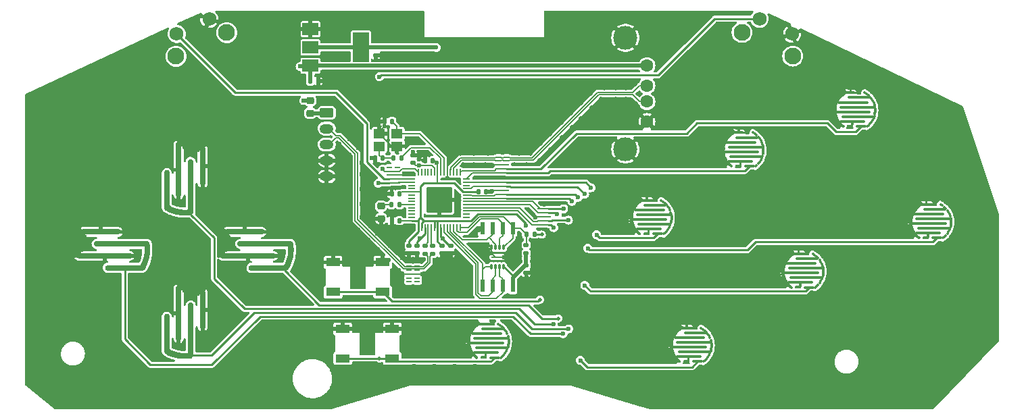
<source format=gtl>
G04 #@! TF.GenerationSoftware,KiCad,Pcbnew,7.0.9*
G04 #@! TF.CreationDate,2023-12-20T17:10:12-07:00*
G04 #@! TF.ProjectId,saturn_controller_pcb,73617475-726e-45f6-936f-6e74726f6c6c,4a*
G04 #@! TF.SameCoordinates,Original*
G04 #@! TF.FileFunction,Copper,L1,Top*
G04 #@! TF.FilePolarity,Positive*
%FSLAX46Y46*%
G04 Gerber Fmt 4.6, Leading zero omitted, Abs format (unit mm)*
G04 Created by KiCad (PCBNEW 7.0.9) date 2023-12-20 17:10:12*
%MOMM*%
%LPD*%
G01*
G04 APERTURE LIST*
G04 Aperture macros list*
%AMRoundRect*
0 Rectangle with rounded corners*
0 $1 Rounding radius*
0 $2 $3 $4 $5 $6 $7 $8 $9 X,Y pos of 4 corners*
0 Add a 4 corners polygon primitive as box body*
4,1,4,$2,$3,$4,$5,$6,$7,$8,$9,$2,$3,0*
0 Add four circle primitives for the rounded corners*
1,1,$1+$1,$2,$3*
1,1,$1+$1,$4,$5*
1,1,$1+$1,$6,$7*
1,1,$1+$1,$8,$9*
0 Add four rect primitives between the rounded corners*
20,1,$1+$1,$2,$3,$4,$5,0*
20,1,$1+$1,$4,$5,$6,$7,0*
20,1,$1+$1,$6,$7,$8,$9,0*
20,1,$1+$1,$8,$9,$2,$3,0*%
%AMHorizOval*
0 Thick line with rounded ends*
0 $1 width*
0 $2 $3 position (X,Y) of the first rounded end (center of the circle)*
0 $4 $5 position (X,Y) of the second rounded end (center of the circle)*
0 Add line between two ends*
20,1,$1,$2,$3,$4,$5,0*
0 Add two circle primitives to create the rounded ends*
1,1,$1,$2,$3*
1,1,$1,$4,$5*%
%AMRotRect*
0 Rectangle, with rotation*
0 The origin of the aperture is its center*
0 $1 length*
0 $2 width*
0 $3 Rotation angle, in degrees counterclockwise*
0 Add horizontal line*
21,1,$1,$2,0,0,$3*%
G04 Aperture macros list end*
G04 #@! TA.AperFunction,SMDPad,CuDef*
%ADD10R,2.000000X1.500000*%
G04 #@! TD*
G04 #@! TA.AperFunction,SMDPad,CuDef*
%ADD11R,2.000000X3.800000*%
G04 #@! TD*
G04 #@! TA.AperFunction,SMDPad,CuDef*
%ADD12R,1.800000X1.100000*%
G04 #@! TD*
G04 #@! TA.AperFunction,SMDPad,CuDef*
%ADD13RoundRect,0.140000X0.140000X0.170000X-0.140000X0.170000X-0.140000X-0.170000X0.140000X-0.170000X0*%
G04 #@! TD*
G04 #@! TA.AperFunction,SMDPad,CuDef*
%ADD14RoundRect,0.140000X-0.170000X0.140000X-0.170000X-0.140000X0.170000X-0.140000X0.170000X0.140000X0*%
G04 #@! TD*
G04 #@! TA.AperFunction,SMDPad,CuDef*
%ADD15O,0.700000X0.200000*%
G04 #@! TD*
G04 #@! TA.AperFunction,SMDPad,CuDef*
%ADD16RotRect,0.300000X0.300000X181.239585*%
G04 #@! TD*
G04 #@! TA.AperFunction,SMDPad,CuDef*
%ADD17RotRect,0.300000X0.300000X174.753270*%
G04 #@! TD*
G04 #@! TA.AperFunction,SMDPad,CuDef*
%ADD18RotRect,0.300000X0.300000X187.725900*%
G04 #@! TD*
G04 #@! TA.AperFunction,SMDPad,CuDef*
%ADD19RotRect,0.300000X0.300000X168.266956*%
G04 #@! TD*
G04 #@! TA.AperFunction,SMDPad,CuDef*
%ADD20RotRect,0.300000X0.300000X194.212214*%
G04 #@! TD*
G04 #@! TA.AperFunction,SMDPad,CuDef*
%ADD21RotRect,0.300000X0.300000X161.780641*%
G04 #@! TD*
G04 #@! TA.AperFunction,SMDPad,CuDef*
%ADD22RotRect,0.300000X0.300000X200.698529*%
G04 #@! TD*
G04 #@! TA.AperFunction,SMDPad,CuDef*
%ADD23RotRect,0.300000X0.300000X155.294326*%
G04 #@! TD*
G04 #@! TA.AperFunction,SMDPad,CuDef*
%ADD24RotRect,0.300000X0.300000X207.184844*%
G04 #@! TD*
G04 #@! TA.AperFunction,SMDPad,CuDef*
%ADD25RotRect,0.300000X0.300000X148.808012*%
G04 #@! TD*
G04 #@! TA.AperFunction,SMDPad,CuDef*
%ADD26RotRect,0.300000X0.300000X213.671158*%
G04 #@! TD*
G04 #@! TA.AperFunction,SMDPad,CuDef*
%ADD27RotRect,0.300000X0.300000X142.321697*%
G04 #@! TD*
G04 #@! TA.AperFunction,SMDPad,CuDef*
%ADD28RotRect,0.300000X0.300000X220.157473*%
G04 #@! TD*
G04 #@! TA.AperFunction,SMDPad,CuDef*
%ADD29RotRect,0.300000X0.300000X135.835382*%
G04 #@! TD*
G04 #@! TA.AperFunction,SMDPad,CuDef*
%ADD30RotRect,0.300000X0.300000X226.643788*%
G04 #@! TD*
G04 #@! TA.AperFunction,SMDPad,CuDef*
%ADD31RotRect,0.300000X0.300000X129.349068*%
G04 #@! TD*
G04 #@! TA.AperFunction,SMDPad,CuDef*
%ADD32RotRect,0.300000X0.300000X233.130102*%
G04 #@! TD*
G04 #@! TA.AperFunction,SMDPad,CuDef*
%ADD33RotRect,0.300000X0.300000X122.862753*%
G04 #@! TD*
G04 #@! TA.AperFunction,SMDPad,CuDef*
%ADD34RotRect,0.300000X0.300000X118.357637*%
G04 #@! TD*
G04 #@! TA.AperFunction,SMDPad,CuDef*
%ADD35O,1.187434X0.300000*%
G04 #@! TD*
G04 #@! TA.AperFunction,SMDPad,CuDef*
%ADD36O,3.377409X0.300000*%
G04 #@! TD*
G04 #@! TA.AperFunction,SMDPad,CuDef*
%ADD37O,3.967623X0.300000*%
G04 #@! TD*
G04 #@! TA.AperFunction,SMDPad,CuDef*
%ADD38O,4.506459X0.300000*%
G04 #@! TD*
G04 #@! TA.AperFunction,SMDPad,CuDef*
%ADD39O,4.434032X0.300000*%
G04 #@! TD*
G04 #@! TA.AperFunction,SMDPad,CuDef*
%ADD40O,4.169127X0.300000*%
G04 #@! TD*
G04 #@! TA.AperFunction,SMDPad,CuDef*
%ADD41O,2.937844X0.300000*%
G04 #@! TD*
G04 #@! TA.AperFunction,SMDPad,CuDef*
%ADD42O,1.500000X0.300000*%
G04 #@! TD*
G04 #@! TA.AperFunction,SMDPad,CuDef*
%ADD43RotRect,0.300000X0.300000X61.642363*%
G04 #@! TD*
G04 #@! TA.AperFunction,SMDPad,CuDef*
%ADD44RotRect,0.300000X0.300000X55.156049*%
G04 #@! TD*
G04 #@! TA.AperFunction,SMDPad,CuDef*
%ADD45RotRect,0.300000X0.300000X306.869898*%
G04 #@! TD*
G04 #@! TA.AperFunction,SMDPad,CuDef*
%ADD46RotRect,0.300000X0.300000X48.669734*%
G04 #@! TD*
G04 #@! TA.AperFunction,SMDPad,CuDef*
%ADD47RotRect,0.300000X0.300000X311.375014*%
G04 #@! TD*
G04 #@! TA.AperFunction,SMDPad,CuDef*
%ADD48RotRect,0.300000X0.300000X42.183419*%
G04 #@! TD*
G04 #@! TA.AperFunction,SMDPad,CuDef*
%ADD49RotRect,0.300000X0.300000X317.861329*%
G04 #@! TD*
G04 #@! TA.AperFunction,SMDPad,CuDef*
%ADD50RotRect,0.300000X0.300000X35.697105*%
G04 #@! TD*
G04 #@! TA.AperFunction,SMDPad,CuDef*
%ADD51RotRect,0.300000X0.300000X324.347644*%
G04 #@! TD*
G04 #@! TA.AperFunction,SMDPad,CuDef*
%ADD52RotRect,0.300000X0.300000X29.210790*%
G04 #@! TD*
G04 #@! TA.AperFunction,SMDPad,CuDef*
%ADD53RotRect,0.300000X0.300000X330.833958*%
G04 #@! TD*
G04 #@! TA.AperFunction,SMDPad,CuDef*
%ADD54RotRect,0.300000X0.300000X22.724475*%
G04 #@! TD*
G04 #@! TA.AperFunction,SMDPad,CuDef*
%ADD55RotRect,0.300000X0.300000X337.320273*%
G04 #@! TD*
G04 #@! TA.AperFunction,SMDPad,CuDef*
%ADD56RotRect,0.300000X0.300000X16.238161*%
G04 #@! TD*
G04 #@! TA.AperFunction,SMDPad,CuDef*
%ADD57RotRect,0.300000X0.300000X343.806587*%
G04 #@! TD*
G04 #@! TA.AperFunction,SMDPad,CuDef*
%ADD58RotRect,0.300000X0.300000X9.751846*%
G04 #@! TD*
G04 #@! TA.AperFunction,SMDPad,CuDef*
%ADD59RotRect,0.300000X0.300000X350.292902*%
G04 #@! TD*
G04 #@! TA.AperFunction,SMDPad,CuDef*
%ADD60RotRect,0.300000X0.300000X3.265531*%
G04 #@! TD*
G04 #@! TA.AperFunction,SMDPad,CuDef*
%ADD61RotRect,0.300000X0.300000X356.779217*%
G04 #@! TD*
G04 #@! TA.AperFunction,SMDPad,CuDef*
%ADD62RoundRect,0.135000X0.135000X0.185000X-0.135000X0.185000X-0.135000X-0.185000X0.135000X-0.185000X0*%
G04 #@! TD*
G04 #@! TA.AperFunction,SMDPad,CuDef*
%ADD63RoundRect,0.135000X-0.135000X-0.185000X0.135000X-0.185000X0.135000X0.185000X-0.135000X0.185000X0*%
G04 #@! TD*
G04 #@! TA.AperFunction,SMDPad,CuDef*
%ADD64RoundRect,0.135000X0.185000X-0.135000X0.185000X0.135000X-0.185000X0.135000X-0.185000X-0.135000X0*%
G04 #@! TD*
G04 #@! TA.AperFunction,SMDPad,CuDef*
%ADD65O,0.750000X0.750000*%
G04 #@! TD*
G04 #@! TA.AperFunction,SMDPad,CuDef*
%ADD66HorizOval,0.750000X0.000000X0.000000X0.000000X0.000000X0*%
G04 #@! TD*
G04 #@! TA.AperFunction,SMDPad,CuDef*
%ADD67HorizOval,0.750000X0.000000X0.000000X0.000000X0.000000X0*%
G04 #@! TD*
G04 #@! TA.AperFunction,SMDPad,CuDef*
%ADD68HorizOval,0.750000X0.000000X0.000000X0.000000X0.000000X0*%
G04 #@! TD*
G04 #@! TA.AperFunction,SMDPad,CuDef*
%ADD69HorizOval,0.750000X0.000000X0.000000X0.000000X0.000000X0*%
G04 #@! TD*
G04 #@! TA.AperFunction,SMDPad,CuDef*
%ADD70HorizOval,0.750000X0.000000X0.000000X0.000000X0.000000X0*%
G04 #@! TD*
G04 #@! TA.AperFunction,SMDPad,CuDef*
%ADD71HorizOval,0.750000X0.000000X0.000000X0.000000X0.000000X0*%
G04 #@! TD*
G04 #@! TA.AperFunction,SMDPad,CuDef*
%ADD72HorizOval,0.750000X0.000000X0.000000X0.000000X0.000000X0*%
G04 #@! TD*
G04 #@! TA.AperFunction,SMDPad,CuDef*
%ADD73HorizOval,0.750000X0.000000X0.000000X0.000000X0.000000X0*%
G04 #@! TD*
G04 #@! TA.AperFunction,SMDPad,CuDef*
%ADD74HorizOval,0.750000X0.000000X0.000000X0.000000X0.000000X0*%
G04 #@! TD*
G04 #@! TA.AperFunction,SMDPad,CuDef*
%ADD75HorizOval,0.750000X0.000000X0.000000X0.000000X0.000000X0*%
G04 #@! TD*
G04 #@! TA.AperFunction,SMDPad,CuDef*
%ADD76HorizOval,0.750000X0.000000X0.000000X0.000000X0.000000X0*%
G04 #@! TD*
G04 #@! TA.AperFunction,SMDPad,CuDef*
%ADD77HorizOval,0.750000X0.000000X0.000000X0.000000X0.000000X0*%
G04 #@! TD*
G04 #@! TA.AperFunction,SMDPad,CuDef*
%ADD78HorizOval,0.750000X0.000000X0.000000X0.000000X0.000000X0*%
G04 #@! TD*
G04 #@! TA.AperFunction,SMDPad,CuDef*
%ADD79HorizOval,0.750000X0.000000X0.000000X0.000000X0.000000X0*%
G04 #@! TD*
G04 #@! TA.AperFunction,SMDPad,CuDef*
%ADD80HorizOval,0.750000X0.000000X0.000000X0.000000X0.000000X0*%
G04 #@! TD*
G04 #@! TA.AperFunction,SMDPad,CuDef*
%ADD81HorizOval,0.750000X0.000000X0.000000X0.000000X0.000000X0*%
G04 #@! TD*
G04 #@! TA.AperFunction,SMDPad,CuDef*
%ADD82HorizOval,0.750000X0.000000X0.000000X0.000000X0.000000X0*%
G04 #@! TD*
G04 #@! TA.AperFunction,SMDPad,CuDef*
%ADD83HorizOval,0.750000X0.000000X0.000000X0.000000X0.000000X0*%
G04 #@! TD*
G04 #@! TA.AperFunction,SMDPad,CuDef*
%ADD84HorizOval,0.750000X0.000000X0.000000X0.000000X0.000000X0*%
G04 #@! TD*
G04 #@! TA.AperFunction,SMDPad,CuDef*
%ADD85HorizOval,0.750000X0.000000X0.000000X0.000000X0.000000X0*%
G04 #@! TD*
G04 #@! TA.AperFunction,SMDPad,CuDef*
%ADD86HorizOval,0.750000X0.000000X0.000000X0.000000X0.000000X0*%
G04 #@! TD*
G04 #@! TA.AperFunction,SMDPad,CuDef*
%ADD87HorizOval,0.750000X0.000000X0.000000X0.000000X0.000000X0*%
G04 #@! TD*
G04 #@! TA.AperFunction,SMDPad,CuDef*
%ADD88O,0.750000X5.000000*%
G04 #@! TD*
G04 #@! TA.AperFunction,SMDPad,CuDef*
%ADD89O,0.750000X7.000000*%
G04 #@! TD*
G04 #@! TA.AperFunction,SMDPad,CuDef*
%ADD90HorizOval,0.750000X0.000000X0.000000X0.000000X0.000000X0*%
G04 #@! TD*
G04 #@! TA.AperFunction,SMDPad,CuDef*
%ADD91HorizOval,0.750000X0.000000X0.000000X0.000000X0.000000X0*%
G04 #@! TD*
G04 #@! TA.AperFunction,SMDPad,CuDef*
%ADD92HorizOval,0.750000X0.000000X0.000000X0.000000X0.000000X0*%
G04 #@! TD*
G04 #@! TA.AperFunction,SMDPad,CuDef*
%ADD93HorizOval,0.750000X0.000000X0.000000X0.000000X0.000000X0*%
G04 #@! TD*
G04 #@! TA.AperFunction,SMDPad,CuDef*
%ADD94HorizOval,0.750000X0.000000X0.000000X0.000000X0.000000X0*%
G04 #@! TD*
G04 #@! TA.AperFunction,SMDPad,CuDef*
%ADD95HorizOval,0.750000X0.000000X0.000000X0.000000X0.000000X0*%
G04 #@! TD*
G04 #@! TA.AperFunction,SMDPad,CuDef*
%ADD96HorizOval,0.750000X0.000000X0.000000X0.000000X0.000000X0*%
G04 #@! TD*
G04 #@! TA.AperFunction,SMDPad,CuDef*
%ADD97HorizOval,0.750000X0.000000X0.000000X0.000000X0.000000X0*%
G04 #@! TD*
G04 #@! TA.AperFunction,SMDPad,CuDef*
%ADD98HorizOval,0.750000X0.000000X0.000000X0.000000X0.000000X0*%
G04 #@! TD*
G04 #@! TA.AperFunction,SMDPad,CuDef*
%ADD99HorizOval,0.750000X0.000000X0.000000X0.000000X0.000000X0*%
G04 #@! TD*
G04 #@! TA.AperFunction,SMDPad,CuDef*
%ADD100HorizOval,0.750000X0.000000X0.000000X0.000000X0.000000X0*%
G04 #@! TD*
G04 #@! TA.AperFunction,SMDPad,CuDef*
%ADD101HorizOval,0.750000X0.000000X0.000000X0.000000X0.000000X0*%
G04 #@! TD*
G04 #@! TA.AperFunction,SMDPad,CuDef*
%ADD102HorizOval,0.750000X0.000000X0.000000X0.000000X0.000000X0*%
G04 #@! TD*
G04 #@! TA.AperFunction,SMDPad,CuDef*
%ADD103HorizOval,0.750000X0.000000X0.000000X0.000000X0.000000X0*%
G04 #@! TD*
G04 #@! TA.AperFunction,SMDPad,CuDef*
%ADD104HorizOval,0.750000X0.000000X0.000000X0.000000X0.000000X0*%
G04 #@! TD*
G04 #@! TA.AperFunction,SMDPad,CuDef*
%ADD105HorizOval,0.750000X0.000000X0.000000X0.000000X0.000000X0*%
G04 #@! TD*
G04 #@! TA.AperFunction,SMDPad,CuDef*
%ADD106HorizOval,0.750000X0.000000X0.000000X0.000000X0.000000X0*%
G04 #@! TD*
G04 #@! TA.AperFunction,SMDPad,CuDef*
%ADD107HorizOval,0.750000X0.000000X0.000000X0.000000X0.000000X0*%
G04 #@! TD*
G04 #@! TA.AperFunction,SMDPad,CuDef*
%ADD108HorizOval,0.750000X0.000000X0.000000X0.000000X0.000000X0*%
G04 #@! TD*
G04 #@! TA.AperFunction,SMDPad,CuDef*
%ADD109HorizOval,0.750000X0.000000X0.000000X0.000000X0.000000X0*%
G04 #@! TD*
G04 #@! TA.AperFunction,SMDPad,CuDef*
%ADD110HorizOval,0.750000X0.000000X0.000000X0.000000X0.000000X0*%
G04 #@! TD*
G04 #@! TA.AperFunction,SMDPad,CuDef*
%ADD111HorizOval,0.750000X0.000000X0.000000X0.000000X0.000000X0*%
G04 #@! TD*
G04 #@! TA.AperFunction,SMDPad,CuDef*
%ADD112RoundRect,0.140000X-0.140000X-0.170000X0.140000X-0.170000X0.140000X0.170000X-0.140000X0.170000X0*%
G04 #@! TD*
G04 #@! TA.AperFunction,SMDPad,CuDef*
%ADD113RoundRect,0.218750X0.256250X-0.218750X0.256250X0.218750X-0.256250X0.218750X-0.256250X-0.218750X0*%
G04 #@! TD*
G04 #@! TA.AperFunction,SMDPad,CuDef*
%ADD114RoundRect,0.218750X-0.256250X0.218750X-0.256250X-0.218750X0.256250X-0.218750X0.256250X0.218750X0*%
G04 #@! TD*
G04 #@! TA.AperFunction,SMDPad,CuDef*
%ADD115HorizOval,0.750000X0.000000X0.000000X0.000000X0.000000X0*%
G04 #@! TD*
G04 #@! TA.AperFunction,SMDPad,CuDef*
%ADD116HorizOval,0.750000X0.000000X0.000000X0.000000X0.000000X0*%
G04 #@! TD*
G04 #@! TA.AperFunction,SMDPad,CuDef*
%ADD117HorizOval,0.750000X0.000000X0.000000X0.000000X0.000000X0*%
G04 #@! TD*
G04 #@! TA.AperFunction,SMDPad,CuDef*
%ADD118HorizOval,0.750000X0.000000X0.000000X0.000000X0.000000X0*%
G04 #@! TD*
G04 #@! TA.AperFunction,SMDPad,CuDef*
%ADD119HorizOval,0.750000X0.000000X0.000000X0.000000X0.000000X0*%
G04 #@! TD*
G04 #@! TA.AperFunction,SMDPad,CuDef*
%ADD120HorizOval,0.750000X0.000000X0.000000X0.000000X0.000000X0*%
G04 #@! TD*
G04 #@! TA.AperFunction,SMDPad,CuDef*
%ADD121HorizOval,0.750000X0.000000X0.000000X0.000000X0.000000X0*%
G04 #@! TD*
G04 #@! TA.AperFunction,SMDPad,CuDef*
%ADD122HorizOval,0.750000X0.000000X0.000000X0.000000X0.000000X0*%
G04 #@! TD*
G04 #@! TA.AperFunction,SMDPad,CuDef*
%ADD123HorizOval,0.750000X0.000000X0.000000X0.000000X0.000000X0*%
G04 #@! TD*
G04 #@! TA.AperFunction,SMDPad,CuDef*
%ADD124HorizOval,0.750000X0.000000X0.000000X0.000000X0.000000X0*%
G04 #@! TD*
G04 #@! TA.AperFunction,SMDPad,CuDef*
%ADD125HorizOval,0.750000X0.000000X0.000000X0.000000X0.000000X0*%
G04 #@! TD*
G04 #@! TA.AperFunction,SMDPad,CuDef*
%ADD126HorizOval,0.750000X0.000000X0.000000X0.000000X0.000000X0*%
G04 #@! TD*
G04 #@! TA.AperFunction,SMDPad,CuDef*
%ADD127HorizOval,0.750000X0.000000X0.000000X0.000000X0.000000X0*%
G04 #@! TD*
G04 #@! TA.AperFunction,SMDPad,CuDef*
%ADD128HorizOval,0.750000X0.000000X0.000000X0.000000X0.000000X0*%
G04 #@! TD*
G04 #@! TA.AperFunction,SMDPad,CuDef*
%ADD129HorizOval,0.750000X0.000000X0.000000X0.000000X0.000000X0*%
G04 #@! TD*
G04 #@! TA.AperFunction,SMDPad,CuDef*
%ADD130HorizOval,0.750000X0.000000X0.000000X0.000000X0.000000X0*%
G04 #@! TD*
G04 #@! TA.AperFunction,SMDPad,CuDef*
%ADD131HorizOval,0.750000X0.000000X0.000000X0.000000X0.000000X0*%
G04 #@! TD*
G04 #@! TA.AperFunction,SMDPad,CuDef*
%ADD132HorizOval,0.750000X0.000000X0.000000X0.000000X0.000000X0*%
G04 #@! TD*
G04 #@! TA.AperFunction,SMDPad,CuDef*
%ADD133HorizOval,0.750000X0.000000X0.000000X0.000000X0.000000X0*%
G04 #@! TD*
G04 #@! TA.AperFunction,SMDPad,CuDef*
%ADD134HorizOval,0.750000X0.000000X0.000000X0.000000X0.000000X0*%
G04 #@! TD*
G04 #@! TA.AperFunction,SMDPad,CuDef*
%ADD135HorizOval,0.750000X0.000000X0.000000X0.000000X0.000000X0*%
G04 #@! TD*
G04 #@! TA.AperFunction,SMDPad,CuDef*
%ADD136HorizOval,0.750000X0.000000X0.000000X0.000000X0.000000X0*%
G04 #@! TD*
G04 #@! TA.AperFunction,SMDPad,CuDef*
%ADD137O,5.000000X0.750000*%
G04 #@! TD*
G04 #@! TA.AperFunction,SMDPad,CuDef*
%ADD138O,7.000000X0.750000*%
G04 #@! TD*
G04 #@! TA.AperFunction,SMDPad,CuDef*
%ADD139HorizOval,0.750000X0.000000X0.000000X0.000000X0.000000X0*%
G04 #@! TD*
G04 #@! TA.AperFunction,SMDPad,CuDef*
%ADD140HorizOval,0.750000X0.000000X0.000000X0.000000X0.000000X0*%
G04 #@! TD*
G04 #@! TA.AperFunction,SMDPad,CuDef*
%ADD141HorizOval,0.750000X0.000000X0.000000X0.000000X0.000000X0*%
G04 #@! TD*
G04 #@! TA.AperFunction,SMDPad,CuDef*
%ADD142HorizOval,0.750000X0.000000X0.000000X0.000000X0.000000X0*%
G04 #@! TD*
G04 #@! TA.AperFunction,SMDPad,CuDef*
%ADD143HorizOval,0.750000X0.000000X0.000000X0.000000X0.000000X0*%
G04 #@! TD*
G04 #@! TA.AperFunction,SMDPad,CuDef*
%ADD144HorizOval,0.750000X0.000000X0.000000X0.000000X0.000000X0*%
G04 #@! TD*
G04 #@! TA.AperFunction,SMDPad,CuDef*
%ADD145HorizOval,0.750000X0.000000X0.000000X0.000000X0.000000X0*%
G04 #@! TD*
G04 #@! TA.AperFunction,SMDPad,CuDef*
%ADD146HorizOval,0.750000X0.000000X0.000000X0.000000X0.000000X0*%
G04 #@! TD*
G04 #@! TA.AperFunction,SMDPad,CuDef*
%ADD147HorizOval,0.750000X0.000000X0.000000X0.000000X0.000000X0*%
G04 #@! TD*
G04 #@! TA.AperFunction,SMDPad,CuDef*
%ADD148HorizOval,0.750000X0.000000X0.000000X0.000000X0.000000X0*%
G04 #@! TD*
G04 #@! TA.AperFunction,SMDPad,CuDef*
%ADD149HorizOval,0.750000X0.000000X0.000000X0.000000X0.000000X0*%
G04 #@! TD*
G04 #@! TA.AperFunction,SMDPad,CuDef*
%ADD150HorizOval,0.750000X0.000000X0.000000X0.000000X0.000000X0*%
G04 #@! TD*
G04 #@! TA.AperFunction,SMDPad,CuDef*
%ADD151HorizOval,0.750000X0.000000X0.000000X0.000000X0.000000X0*%
G04 #@! TD*
G04 #@! TA.AperFunction,SMDPad,CuDef*
%ADD152HorizOval,0.750000X0.000000X0.000000X0.000000X0.000000X0*%
G04 #@! TD*
G04 #@! TA.AperFunction,SMDPad,CuDef*
%ADD153HorizOval,0.750000X0.000000X0.000000X0.000000X0.000000X0*%
G04 #@! TD*
G04 #@! TA.AperFunction,SMDPad,CuDef*
%ADD154HorizOval,0.750000X0.000000X0.000000X0.000000X0.000000X0*%
G04 #@! TD*
G04 #@! TA.AperFunction,SMDPad,CuDef*
%ADD155HorizOval,0.750000X0.000000X0.000000X0.000000X0.000000X0*%
G04 #@! TD*
G04 #@! TA.AperFunction,SMDPad,CuDef*
%ADD156HorizOval,0.750000X0.000000X0.000000X0.000000X0.000000X0*%
G04 #@! TD*
G04 #@! TA.AperFunction,SMDPad,CuDef*
%ADD157HorizOval,0.750000X0.000000X0.000000X0.000000X0.000000X0*%
G04 #@! TD*
G04 #@! TA.AperFunction,SMDPad,CuDef*
%ADD158HorizOval,0.750000X0.000000X0.000000X0.000000X0.000000X0*%
G04 #@! TD*
G04 #@! TA.AperFunction,SMDPad,CuDef*
%ADD159HorizOval,0.750000X0.000000X0.000000X0.000000X0.000000X0*%
G04 #@! TD*
G04 #@! TA.AperFunction,SMDPad,CuDef*
%ADD160HorizOval,0.750000X0.000000X0.000000X0.000000X0.000000X0*%
G04 #@! TD*
G04 #@! TA.AperFunction,SMDPad,CuDef*
%ADD161R,0.580000X1.610000*%
G04 #@! TD*
G04 #@! TA.AperFunction,SMDPad,CuDef*
%ADD162RoundRect,0.075000X-0.075000X0.225000X-0.075000X-0.225000X0.075000X-0.225000X0.075000X0.225000X0*%
G04 #@! TD*
G04 #@! TA.AperFunction,SMDPad,CuDef*
%ADD163RoundRect,0.050000X-0.700000X0.050000X-0.700000X-0.050000X0.700000X-0.050000X0.700000X0.050000X0*%
G04 #@! TD*
G04 #@! TA.AperFunction,SMDPad,CuDef*
%ADD164R,1.400000X1.150000*%
G04 #@! TD*
G04 #@! TA.AperFunction,SMDPad,CuDef*
%ADD165RoundRect,0.050000X0.387500X0.050000X-0.387500X0.050000X-0.387500X-0.050000X0.387500X-0.050000X0*%
G04 #@! TD*
G04 #@! TA.AperFunction,SMDPad,CuDef*
%ADD166RoundRect,0.050000X0.050000X0.387500X-0.050000X0.387500X-0.050000X-0.387500X0.050000X-0.387500X0*%
G04 #@! TD*
G04 #@! TA.AperFunction,ComponentPad*
%ADD167C,0.600000*%
G04 #@! TD*
G04 #@! TA.AperFunction,SMDPad,CuDef*
%ADD168RoundRect,0.144000X1.456000X1.456000X-1.456000X1.456000X-1.456000X-1.456000X1.456000X-1.456000X0*%
G04 #@! TD*
G04 #@! TA.AperFunction,ComponentPad*
%ADD169C,1.600000*%
G04 #@! TD*
G04 #@! TA.AperFunction,ComponentPad*
%ADD170C,3.000000*%
G04 #@! TD*
G04 #@! TA.AperFunction,SMDPad,CuDef*
%ADD171RoundRect,0.140000X0.170000X-0.140000X0.170000X0.140000X-0.170000X0.140000X-0.170000X-0.140000X0*%
G04 #@! TD*
G04 #@! TA.AperFunction,ComponentPad*
%ADD172C,2.100000*%
G04 #@! TD*
G04 #@! TA.AperFunction,ComponentPad*
%ADD173C,1.750000*%
G04 #@! TD*
G04 #@! TA.AperFunction,ComponentPad*
%ADD174RoundRect,0.250000X-0.625000X0.350000X-0.625000X-0.350000X0.625000X-0.350000X0.625000X0.350000X0*%
G04 #@! TD*
G04 #@! TA.AperFunction,ComponentPad*
%ADD175O,1.750000X1.200000*%
G04 #@! TD*
G04 #@! TA.AperFunction,ViaPad*
%ADD176C,0.600000*%
G04 #@! TD*
G04 #@! TA.AperFunction,ViaPad*
%ADD177C,0.508000*%
G04 #@! TD*
G04 #@! TA.AperFunction,Conductor*
%ADD178C,0.152400*%
G04 #@! TD*
G04 #@! TA.AperFunction,Conductor*
%ADD179C,0.250000*%
G04 #@! TD*
G04 #@! TA.AperFunction,Conductor*
%ADD180C,0.500000*%
G04 #@! TD*
G04 APERTURE END LIST*
D10*
X124770000Y-77320000D03*
X124770000Y-79620000D03*
D11*
X131070000Y-79620000D03*
D10*
X124770000Y-81920000D03*
D12*
X127600000Y-106560000D03*
X133800000Y-106560000D03*
X127600000Y-110260000D03*
X133800000Y-110260000D03*
D13*
X135895505Y-97987053D03*
X134935505Y-97987053D03*
D14*
X151780000Y-106940000D03*
X151780000Y-107900000D03*
D15*
X135665505Y-96637053D03*
X135665505Y-96137053D03*
X135665505Y-95637053D03*
X135665505Y-95137053D03*
X135665505Y-94637053D03*
X134615505Y-94637053D03*
X134615505Y-95137053D03*
X134615505Y-95637053D03*
X134615505Y-96137053D03*
X134615505Y-96637053D03*
X154570000Y-101870000D03*
X154570000Y-101370000D03*
X154570000Y-100870000D03*
X154570000Y-100370000D03*
X154570000Y-99870000D03*
X153520000Y-99870000D03*
X153520000Y-100370000D03*
X153520000Y-100870000D03*
X153520000Y-101370000D03*
X153520000Y-101870000D03*
D16*
X144600586Y-116554082D03*
D17*
X144610475Y-116271389D03*
D18*
X144622694Y-116836085D03*
D19*
X144652236Y-115991620D03*
D20*
X144676518Y-117113785D03*
D21*
X144725334Y-115718361D03*
D22*
X144761368Y-117383627D03*
D23*
X144828834Y-115455108D03*
D24*
X144876157Y-117642156D03*
D25*
X144961409Y-115205232D03*
D26*
X145019417Y-117886063D03*
D27*
X145121363Y-114971932D03*
D28*
X145189313Y-118112226D03*
D29*
X145306648Y-114758195D03*
D30*
X145383670Y-118317748D03*
D31*
X145514892Y-114566757D03*
D32*
X145600001Y-118500000D03*
D33*
X145743429Y-114400069D03*
D34*
X145912566Y-114300001D03*
D35*
X146506283Y-114300000D03*
D36*
X146717474Y-117900000D03*
D37*
X146792524Y-115500000D03*
D38*
X146861243Y-116700000D03*
D39*
X147350776Y-116100000D03*
D40*
X147383980Y-117300000D03*
D41*
X147552015Y-114900000D03*
D42*
X147850000Y-118500000D03*
D43*
X148287434Y-114300000D03*
D44*
X148528358Y-114448223D03*
D45*
X148599999Y-118500000D03*
D46*
X148750996Y-114622712D03*
D47*
X148752461Y-118375998D03*
D48*
X148952497Y-114821235D03*
D49*
X148953807Y-118177318D03*
D50*
X149130282Y-115041250D03*
D51*
X149131421Y-117957164D03*
D52*
X149282075Y-115279940D03*
D53*
X149283027Y-117718355D03*
D54*
X149405932Y-115534250D03*
D55*
X149406686Y-117463948D03*
D56*
X149500269Y-115800924D03*
D57*
X149500814Y-117197201D03*
D58*
X149563876Y-116076547D03*
D59*
X149564206Y-116921528D03*
D60*
X149595940Y-116357592D03*
D61*
X149596051Y-116640459D03*
D16*
X165000586Y-101054082D03*
D17*
X165010475Y-100771389D03*
D18*
X165022694Y-101336085D03*
D19*
X165052236Y-100491620D03*
D20*
X165076518Y-101613785D03*
D21*
X165125334Y-100218361D03*
D22*
X165161368Y-101883627D03*
D23*
X165228834Y-99955108D03*
D24*
X165276157Y-102142156D03*
D25*
X165361409Y-99705232D03*
D26*
X165419417Y-102386063D03*
D27*
X165521363Y-99471932D03*
D28*
X165589313Y-102612226D03*
D29*
X165706648Y-99258195D03*
D30*
X165783670Y-102817748D03*
D31*
X165914892Y-99066757D03*
D32*
X166000001Y-103000000D03*
D33*
X166143429Y-98900069D03*
D34*
X166312566Y-98800001D03*
D35*
X166906283Y-98800000D03*
D36*
X167117474Y-102400000D03*
D37*
X167192524Y-100000000D03*
D38*
X167261243Y-101200000D03*
D39*
X167750776Y-100600000D03*
D40*
X167783980Y-101800000D03*
D41*
X167952015Y-99400000D03*
D42*
X168250000Y-103000000D03*
D43*
X168687434Y-98800000D03*
D44*
X168928358Y-98948223D03*
D45*
X168999999Y-103000000D03*
D46*
X169150996Y-99122712D03*
D47*
X169152461Y-102875998D03*
D48*
X169352497Y-99321235D03*
D49*
X169353807Y-102677318D03*
D50*
X169530282Y-99541250D03*
D51*
X169531421Y-102457164D03*
D52*
X169682075Y-99779940D03*
D53*
X169683027Y-102218355D03*
D54*
X169805932Y-100034250D03*
D55*
X169806686Y-101963948D03*
D56*
X169900269Y-100300924D03*
D57*
X169900814Y-101697201D03*
D58*
X169963876Y-100576547D03*
D59*
X169964206Y-101421528D03*
D60*
X169995940Y-100857592D03*
D61*
X169996051Y-101140459D03*
D16*
X200000586Y-101554082D03*
D17*
X200010475Y-101271389D03*
D18*
X200022694Y-101836085D03*
D19*
X200052236Y-100991620D03*
D20*
X200076518Y-102113785D03*
D21*
X200125334Y-100718361D03*
D22*
X200161368Y-102383627D03*
D23*
X200228834Y-100455108D03*
D24*
X200276157Y-102642156D03*
D25*
X200361409Y-100205232D03*
D26*
X200419417Y-102886063D03*
D27*
X200521363Y-99971932D03*
D28*
X200589313Y-103112226D03*
D29*
X200706648Y-99758195D03*
D30*
X200783670Y-103317748D03*
D31*
X200914892Y-99566757D03*
D32*
X201000001Y-103500000D03*
D33*
X201143429Y-99400069D03*
D34*
X201312566Y-99300001D03*
D35*
X201906283Y-99300000D03*
D36*
X202117474Y-102900000D03*
D37*
X202192524Y-100500000D03*
D38*
X202261243Y-101700000D03*
D39*
X202750776Y-101100000D03*
D40*
X202783980Y-102300000D03*
D41*
X202952015Y-99900000D03*
D42*
X203250000Y-103500000D03*
D43*
X203687434Y-99300000D03*
D44*
X203928358Y-99448223D03*
D45*
X203999999Y-103500000D03*
D46*
X204150996Y-99622712D03*
D47*
X204152461Y-103375998D03*
D48*
X204352497Y-99821235D03*
D49*
X204353807Y-103177318D03*
D50*
X204530282Y-100041250D03*
D51*
X204531421Y-102957164D03*
D52*
X204682075Y-100279940D03*
D53*
X204683027Y-102718355D03*
D54*
X204805932Y-100534250D03*
D55*
X204806686Y-102463948D03*
D56*
X204900269Y-100800924D03*
D57*
X204900814Y-102197201D03*
D58*
X204963876Y-101076547D03*
D59*
X204964206Y-101921528D03*
D60*
X204995940Y-101357592D03*
D61*
X204996051Y-101640459D03*
D62*
X136170000Y-93510000D03*
X135150000Y-93510000D03*
D16*
X190500586Y-87554082D03*
D17*
X190510475Y-87271389D03*
D18*
X190522694Y-87836085D03*
D19*
X190552236Y-86991620D03*
D20*
X190576518Y-88113785D03*
D21*
X190625334Y-86718361D03*
D22*
X190661368Y-88383627D03*
D23*
X190728834Y-86455108D03*
D24*
X190776157Y-88642156D03*
D25*
X190861409Y-86205232D03*
D26*
X190919417Y-88886063D03*
D27*
X191021363Y-85971932D03*
D28*
X191089313Y-89112226D03*
D29*
X191206648Y-85758195D03*
D30*
X191283670Y-89317748D03*
D31*
X191414892Y-85566757D03*
D32*
X191500001Y-89500000D03*
D33*
X191643429Y-85400069D03*
D34*
X191812566Y-85300001D03*
D35*
X192406283Y-85300000D03*
D36*
X192617474Y-88900000D03*
D37*
X192692524Y-86500000D03*
D38*
X192761243Y-87700000D03*
D39*
X193250776Y-87100000D03*
D40*
X193283980Y-88300000D03*
D41*
X193452015Y-85900000D03*
D42*
X193750000Y-89500000D03*
D43*
X194187434Y-85300000D03*
D44*
X194428358Y-85448223D03*
D45*
X194499999Y-89500000D03*
D46*
X194650996Y-85622712D03*
D47*
X194652461Y-89375998D03*
D48*
X194852497Y-85821235D03*
D49*
X194853807Y-89177318D03*
D50*
X195030282Y-86041250D03*
D51*
X195031421Y-88957164D03*
D52*
X195182075Y-86279940D03*
D53*
X195183027Y-88718355D03*
D54*
X195305932Y-86534250D03*
D55*
X195306686Y-88463948D03*
D56*
X195400269Y-86800924D03*
D57*
X195400814Y-88197201D03*
D58*
X195463876Y-87076547D03*
D59*
X195464206Y-87921528D03*
D60*
X195495940Y-87357592D03*
D61*
X195496051Y-87640459D03*
D63*
X134915505Y-99327053D03*
X135935505Y-99327053D03*
D64*
X139095505Y-105466548D03*
X139095505Y-104446548D03*
D13*
X135905505Y-101337053D03*
X134945505Y-101337053D03*
D65*
X109000000Y-100320000D03*
D66*
X108864306Y-100317868D03*
D67*
X109135694Y-100317868D03*
D68*
X108728745Y-100311475D03*
D69*
X109271255Y-100311475D03*
D70*
X108593452Y-100300828D03*
D71*
X109406548Y-100300828D03*
D72*
X108458560Y-100285936D03*
D73*
X109541440Y-100285936D03*
D74*
X108324203Y-100266814D03*
D75*
X109675797Y-100266814D03*
D76*
X108190513Y-100243481D03*
D77*
X108057621Y-100215960D03*
D78*
X107925660Y-100184279D03*
D79*
X107794758Y-100148469D03*
D80*
X107665047Y-100108564D03*
D81*
X107536652Y-100064605D03*
D82*
X107409702Y-100016634D03*
D83*
X107284321Y-99964700D03*
D84*
X107160633Y-99908853D03*
D85*
X107038761Y-99849148D03*
D86*
X106918824Y-99785645D03*
D87*
X106800941Y-99718406D03*
D88*
X106750000Y-97500000D03*
D89*
X109750000Y-97100000D03*
X108250000Y-94960000D03*
D88*
X111250000Y-94500000D03*
D90*
X111199059Y-92281594D03*
D91*
X111081176Y-92214355D03*
D92*
X110961239Y-92150852D03*
D93*
X110839367Y-92091147D03*
D94*
X110715679Y-92035300D03*
D95*
X110590298Y-91983366D03*
D96*
X110463348Y-91935395D03*
D97*
X110334953Y-91891436D03*
D98*
X110205242Y-91851531D03*
D99*
X110074340Y-91815721D03*
D100*
X109942379Y-91784040D03*
D101*
X109809487Y-91756519D03*
D102*
X108324203Y-91733186D03*
D103*
X109675797Y-91733186D03*
D104*
X108458560Y-91714064D03*
D105*
X109541440Y-91714064D03*
D106*
X108593452Y-91699172D03*
D107*
X109406548Y-91699172D03*
D108*
X108728745Y-91688525D03*
D109*
X109271255Y-91688525D03*
D110*
X108864306Y-91682132D03*
D111*
X109135694Y-91682132D03*
D65*
X109000000Y-91680000D03*
D112*
X145805505Y-97717053D03*
X146765505Y-97717053D03*
D14*
X132940000Y-79630000D03*
X132940000Y-80590000D03*
X141205505Y-104467053D03*
X141205505Y-105427053D03*
D15*
X137085000Y-107010000D03*
X137085000Y-107510000D03*
X137085000Y-108010000D03*
X137085000Y-108510000D03*
X137085000Y-109010000D03*
X138135000Y-109010000D03*
X138135000Y-108510000D03*
X138135000Y-108010000D03*
X138135000Y-107510000D03*
X138135000Y-107010000D03*
D64*
X151780000Y-105390000D03*
X151780000Y-104370000D03*
D16*
X184000586Y-107754082D03*
D17*
X184010475Y-107471389D03*
D18*
X184022694Y-108036085D03*
D19*
X184052236Y-107191620D03*
D20*
X184076518Y-108313785D03*
D21*
X184125334Y-106918361D03*
D22*
X184161368Y-108583627D03*
D23*
X184228834Y-106655108D03*
D24*
X184276157Y-108842156D03*
D25*
X184361409Y-106405232D03*
D26*
X184419417Y-109086063D03*
D27*
X184521363Y-106171932D03*
D28*
X184589313Y-109312226D03*
D29*
X184706648Y-105958195D03*
D30*
X184783670Y-109517748D03*
D31*
X184914892Y-105766757D03*
D32*
X185000001Y-109700000D03*
D33*
X185143429Y-105600069D03*
D34*
X185312566Y-105500001D03*
D35*
X185906283Y-105500000D03*
D36*
X186117474Y-109100000D03*
D37*
X186192524Y-106700000D03*
D38*
X186261243Y-107900000D03*
D39*
X186750776Y-107300000D03*
D40*
X186783980Y-108500000D03*
D41*
X186952015Y-106100000D03*
D42*
X187250000Y-109700000D03*
D43*
X187687434Y-105500000D03*
D44*
X187928358Y-105648223D03*
D45*
X187999999Y-109700000D03*
D46*
X188150996Y-105822712D03*
D47*
X188152461Y-109575998D03*
D48*
X188352497Y-106021235D03*
D49*
X188353807Y-109377318D03*
D50*
X188530282Y-106241250D03*
D51*
X188531421Y-109157164D03*
D52*
X188682075Y-106479940D03*
D53*
X188683027Y-108918355D03*
D54*
X188805932Y-106734250D03*
D55*
X188806686Y-108663948D03*
D56*
X188900269Y-107000924D03*
D57*
X188900814Y-108397201D03*
D58*
X188963876Y-107276547D03*
D59*
X188964206Y-108121528D03*
D60*
X188995940Y-107557592D03*
D61*
X188996051Y-107840459D03*
D15*
X149310505Y-98557053D03*
X149310505Y-98057053D03*
X149310505Y-97557053D03*
X149310505Y-97057053D03*
X149310505Y-96557053D03*
X148260505Y-96557053D03*
X148260505Y-97057053D03*
X148260505Y-97557053D03*
X148260505Y-98057053D03*
X148260505Y-98557053D03*
D64*
X140095505Y-105466548D03*
X140095505Y-104446548D03*
D14*
X137125505Y-104447053D03*
X137125505Y-105407053D03*
D113*
X133587288Y-101082053D03*
X133587288Y-99507053D03*
D65*
X109000000Y-118320000D03*
D66*
X108864306Y-118317868D03*
D67*
X109135694Y-118317868D03*
D68*
X108728745Y-118311475D03*
D69*
X109271255Y-118311475D03*
D70*
X108593452Y-118300828D03*
D71*
X109406548Y-118300828D03*
D72*
X108458560Y-118285936D03*
D73*
X109541440Y-118285936D03*
D74*
X108324203Y-118266814D03*
D75*
X109675797Y-118266814D03*
D76*
X108190513Y-118243481D03*
D77*
X108057621Y-118215960D03*
D78*
X107925660Y-118184279D03*
D79*
X107794758Y-118148469D03*
D80*
X107665047Y-118108564D03*
D81*
X107536652Y-118064605D03*
D82*
X107409702Y-118016634D03*
D83*
X107284321Y-117964700D03*
D84*
X107160633Y-117908853D03*
D85*
X107038761Y-117849148D03*
D86*
X106918824Y-117785645D03*
D87*
X106800941Y-117718406D03*
D88*
X106750000Y-115500000D03*
D89*
X109750000Y-115100000D03*
X108250000Y-112960000D03*
D88*
X111250000Y-112500000D03*
D90*
X111199059Y-110281594D03*
D91*
X111081176Y-110214355D03*
D92*
X110961239Y-110150852D03*
D93*
X110839367Y-110091147D03*
D94*
X110715679Y-110035300D03*
D95*
X110590298Y-109983366D03*
D96*
X110463348Y-109935395D03*
D97*
X110334953Y-109891436D03*
D98*
X110205242Y-109851531D03*
D99*
X110074340Y-109815721D03*
D100*
X109942379Y-109784040D03*
D101*
X109809487Y-109756519D03*
D102*
X108324203Y-109733186D03*
D103*
X109675797Y-109733186D03*
D104*
X108458560Y-109714064D03*
D105*
X109541440Y-109714064D03*
D106*
X108593452Y-109699172D03*
D107*
X109406548Y-109699172D03*
D108*
X108728745Y-109688525D03*
D109*
X109271255Y-109688525D03*
D110*
X108864306Y-109682132D03*
D111*
X109135694Y-109682132D03*
D65*
X109000000Y-109680000D03*
D114*
X124730000Y-86274938D03*
X124730000Y-87849938D03*
D65*
X104320000Y-105000000D03*
D115*
X104317868Y-105135694D03*
D116*
X104317868Y-104864306D03*
D117*
X104311475Y-105271255D03*
D118*
X104311475Y-104728745D03*
D119*
X104300828Y-105406548D03*
D120*
X104300828Y-104593452D03*
D121*
X104285936Y-105541440D03*
D122*
X104285936Y-104458560D03*
D123*
X104266814Y-105675797D03*
D124*
X104266814Y-104324203D03*
D125*
X104243481Y-105809487D03*
D126*
X104215960Y-105942379D03*
D127*
X104184279Y-106074340D03*
D128*
X104148469Y-106205242D03*
D129*
X104108564Y-106334953D03*
D130*
X104064605Y-106463348D03*
D131*
X104016634Y-106590298D03*
D132*
X103964700Y-106715679D03*
D133*
X103908853Y-106839367D03*
D134*
X103849148Y-106961239D03*
D135*
X103785645Y-107081176D03*
D136*
X103718406Y-107199059D03*
D137*
X101500000Y-107250000D03*
D138*
X101100000Y-104250000D03*
X98960000Y-105750000D03*
D137*
X98500000Y-102750000D03*
D139*
X96281594Y-102800941D03*
D140*
X96214355Y-102918824D03*
D141*
X96150852Y-103038761D03*
D142*
X96091147Y-103160633D03*
D143*
X96035300Y-103284321D03*
D144*
X95983366Y-103409702D03*
D145*
X95935395Y-103536652D03*
D146*
X95891436Y-103665047D03*
D147*
X95851531Y-103794758D03*
D148*
X95815721Y-103925660D03*
D149*
X95784040Y-104057621D03*
D150*
X95756519Y-104190513D03*
D151*
X95733186Y-105675797D03*
D152*
X95733186Y-104324203D03*
D153*
X95714064Y-105541440D03*
D154*
X95714064Y-104458560D03*
D155*
X95699172Y-105406548D03*
D156*
X95699172Y-104593452D03*
D157*
X95688525Y-105271255D03*
D158*
X95688525Y-104728745D03*
D159*
X95682132Y-105135694D03*
D160*
X95682132Y-104864306D03*
D65*
X95680000Y-105000000D03*
D112*
X132840000Y-93510000D03*
X133800000Y-93510000D03*
D16*
X170000586Y-117054082D03*
D17*
X170010475Y-116771389D03*
D18*
X170022694Y-117336085D03*
D19*
X170052236Y-116491620D03*
D20*
X170076518Y-117613785D03*
D21*
X170125334Y-116218361D03*
D22*
X170161368Y-117883627D03*
D23*
X170228834Y-115955108D03*
D24*
X170276157Y-118142156D03*
D25*
X170361409Y-115705232D03*
D26*
X170419417Y-118386063D03*
D27*
X170521363Y-115471932D03*
D28*
X170589313Y-118612226D03*
D29*
X170706648Y-115258195D03*
D30*
X170783670Y-118817748D03*
D31*
X170914892Y-115066757D03*
D32*
X171000001Y-119000000D03*
D33*
X171143429Y-114900069D03*
D34*
X171312566Y-114800001D03*
D35*
X171906283Y-114800000D03*
D36*
X172117474Y-118400000D03*
D37*
X172192524Y-116000000D03*
D38*
X172261243Y-117200000D03*
D39*
X172750776Y-116600000D03*
D40*
X172783980Y-117800000D03*
D41*
X172952015Y-115400000D03*
D42*
X173250000Y-119000000D03*
D43*
X173687434Y-114800000D03*
D44*
X173928358Y-114948223D03*
D45*
X173999999Y-119000000D03*
D46*
X174150996Y-115122712D03*
D47*
X174152461Y-118875998D03*
D48*
X174352497Y-115321235D03*
D49*
X174353807Y-118677318D03*
D50*
X174530282Y-115541250D03*
D51*
X174531421Y-118457164D03*
D52*
X174682075Y-115779940D03*
D53*
X174683027Y-118218355D03*
D54*
X174805932Y-116034250D03*
D55*
X174806686Y-117963948D03*
D56*
X174900269Y-116300924D03*
D57*
X174900814Y-117697201D03*
D58*
X174963876Y-116576547D03*
D59*
X174964206Y-117421528D03*
D60*
X174995940Y-116857592D03*
D61*
X174996051Y-117140459D03*
D161*
X150105000Y-102285000D03*
D162*
X148950000Y-104690000D03*
D161*
X148835000Y-102285000D03*
D162*
X148450000Y-104690000D03*
D161*
X147565000Y-102285000D03*
D162*
X147950000Y-104690000D03*
D161*
X146295000Y-102285000D03*
D162*
X147450000Y-104690000D03*
D163*
X148200000Y-105890000D03*
D162*
X147450000Y-107090000D03*
D161*
X146295000Y-109495000D03*
D162*
X147950000Y-107090000D03*
D161*
X147565000Y-109495000D03*
D162*
X148450000Y-107090000D03*
D161*
X148835000Y-109495000D03*
D162*
X148950000Y-107090000D03*
D161*
X150105000Y-109495000D03*
D164*
X133400000Y-92000000D03*
X135600000Y-92000000D03*
X135600000Y-90400000D03*
X133400000Y-90400000D03*
D13*
X140080000Y-93800000D03*
X139120000Y-93800000D03*
D112*
X134020000Y-88900000D03*
X134980000Y-88900000D03*
D12*
X135000000Y-118600000D03*
X128800000Y-118600000D03*
X135000000Y-114900000D03*
X128800000Y-114900000D03*
D65*
X122320000Y-105000000D03*
D115*
X122317868Y-105135694D03*
D116*
X122317868Y-104864306D03*
D117*
X122311475Y-105271255D03*
D118*
X122311475Y-104728745D03*
D119*
X122300828Y-105406548D03*
D120*
X122300828Y-104593452D03*
D121*
X122285936Y-105541440D03*
D122*
X122285936Y-104458560D03*
D123*
X122266814Y-105675797D03*
D124*
X122266814Y-104324203D03*
D125*
X122243481Y-105809487D03*
D126*
X122215960Y-105942379D03*
D127*
X122184279Y-106074340D03*
D128*
X122148469Y-106205242D03*
D129*
X122108564Y-106334953D03*
D130*
X122064605Y-106463348D03*
D131*
X122016634Y-106590298D03*
D132*
X121964700Y-106715679D03*
D133*
X121908853Y-106839367D03*
D134*
X121849148Y-106961239D03*
D135*
X121785645Y-107081176D03*
D136*
X121718406Y-107199059D03*
D137*
X119500000Y-107250000D03*
D138*
X119100000Y-104250000D03*
X116960000Y-105750000D03*
D137*
X116500000Y-102750000D03*
D139*
X114281594Y-102800941D03*
D140*
X114214355Y-102918824D03*
D141*
X114150852Y-103038761D03*
D142*
X114091147Y-103160633D03*
D143*
X114035300Y-103284321D03*
D144*
X113983366Y-103409702D03*
D145*
X113935395Y-103536652D03*
D146*
X113891436Y-103665047D03*
D147*
X113851531Y-103794758D03*
D148*
X113815721Y-103925660D03*
D149*
X113784040Y-104057621D03*
D150*
X113756519Y-104190513D03*
D151*
X113733186Y-105675797D03*
D152*
X113733186Y-104324203D03*
D153*
X113714064Y-105541440D03*
D154*
X113714064Y-104458560D03*
D155*
X113699172Y-105406548D03*
D156*
X113699172Y-104593452D03*
D157*
X113688525Y-105271255D03*
D158*
X113688525Y-104728745D03*
D159*
X113682132Y-105135694D03*
D160*
X113682132Y-104864306D03*
D65*
X113680000Y-105000000D03*
D165*
X144328005Y-101321548D03*
X144328005Y-100921548D03*
X144328005Y-100521548D03*
X144328005Y-100121548D03*
X144328005Y-99721548D03*
X144328005Y-99321548D03*
X144328005Y-98921548D03*
X144328005Y-98521548D03*
X144328005Y-98121548D03*
X144328005Y-97721548D03*
X144328005Y-97321548D03*
X144328005Y-96921548D03*
X144328005Y-96521548D03*
X144328005Y-96121548D03*
D166*
X143490505Y-95284048D03*
X143090505Y-95284048D03*
X142690505Y-95284048D03*
X142290505Y-95284048D03*
X141890505Y-95284048D03*
X141490505Y-95284048D03*
X141090505Y-95284048D03*
X140690505Y-95284048D03*
X140290505Y-95284048D03*
X139890505Y-95284048D03*
X139490505Y-95284048D03*
X139090505Y-95284048D03*
X138690505Y-95284048D03*
X138290505Y-95284048D03*
D165*
X137453005Y-96121548D03*
X137453005Y-96521548D03*
X137453005Y-96921548D03*
X137453005Y-97321548D03*
X137453005Y-97721548D03*
X137453005Y-98121548D03*
X137453005Y-98521548D03*
X137453005Y-98921548D03*
X137453005Y-99321548D03*
X137453005Y-99721548D03*
X137453005Y-100121548D03*
X137453005Y-100521548D03*
X137453005Y-100921548D03*
X137453005Y-101321548D03*
D166*
X138290505Y-102159048D03*
X138690505Y-102159048D03*
X139090505Y-102159048D03*
X139490505Y-102159048D03*
X139890505Y-102159048D03*
X140290505Y-102159048D03*
X140690505Y-102159048D03*
X141090505Y-102159048D03*
X141490505Y-102159048D03*
X141890505Y-102159048D03*
X142290505Y-102159048D03*
X142690505Y-102159048D03*
X143090505Y-102159048D03*
X143490505Y-102159048D03*
D167*
X142165505Y-99996548D03*
X142165505Y-98721548D03*
X142165505Y-97446548D03*
X140890505Y-99996548D03*
X140890505Y-98721548D03*
D168*
X140890505Y-98721548D03*
D167*
X140890505Y-97446548D03*
X139615505Y-99996548D03*
X139615505Y-98721548D03*
X139615505Y-97446548D03*
D14*
X138105505Y-104477053D03*
X138105505Y-105437053D03*
D169*
X166910000Y-81900000D03*
X166910000Y-84400000D03*
X166910000Y-86400000D03*
X166910000Y-88900000D03*
D170*
X164200000Y-78400000D03*
X164200000Y-92400000D03*
D112*
X124760000Y-83840000D03*
X125720000Y-83840000D03*
D15*
X149310505Y-95357053D03*
X149310505Y-94857053D03*
X149310505Y-94357053D03*
X149310505Y-93857053D03*
X149310505Y-93357053D03*
X148260505Y-93357053D03*
X148260505Y-93857053D03*
X148260505Y-94357053D03*
X148260505Y-94857053D03*
X148260505Y-95357053D03*
D63*
X151790000Y-103020000D03*
X152810000Y-103020000D03*
D14*
X142315505Y-104477053D03*
X142315505Y-105437053D03*
D16*
X176500586Y-92554082D03*
D17*
X176510475Y-92271389D03*
D18*
X176522694Y-92836085D03*
D19*
X176552236Y-91991620D03*
D20*
X176576518Y-93113785D03*
D21*
X176625334Y-91718361D03*
D22*
X176661368Y-93383627D03*
D23*
X176728834Y-91455108D03*
D24*
X176776157Y-93642156D03*
D25*
X176861409Y-91205232D03*
D26*
X176919417Y-93886063D03*
D27*
X177021363Y-90971932D03*
D28*
X177089313Y-94112226D03*
D29*
X177206648Y-90758195D03*
D30*
X177283670Y-94317748D03*
D31*
X177414892Y-90566757D03*
D32*
X177500001Y-94500000D03*
D33*
X177643429Y-90400069D03*
D34*
X177812566Y-90300001D03*
D35*
X178406283Y-90300000D03*
D36*
X178617474Y-93900000D03*
D37*
X178692524Y-91500000D03*
D38*
X178761243Y-92700000D03*
D39*
X179250776Y-92100000D03*
D40*
X179283980Y-93300000D03*
D41*
X179452015Y-90900000D03*
D42*
X179750000Y-94500000D03*
D43*
X180187434Y-90300000D03*
D44*
X180428358Y-90448223D03*
D45*
X180499999Y-94500000D03*
D46*
X180650996Y-90622712D03*
D47*
X180652461Y-94375998D03*
D48*
X180852497Y-90821235D03*
D49*
X180853807Y-94177318D03*
D50*
X181030282Y-91041250D03*
D51*
X181031421Y-93957164D03*
D52*
X181182075Y-91279940D03*
D53*
X181183027Y-93718355D03*
D54*
X181305932Y-91534250D03*
D55*
X181306686Y-93463948D03*
D56*
X181400269Y-91800924D03*
D57*
X181400814Y-93197201D03*
D58*
X181463876Y-92076547D03*
D59*
X181464206Y-92921528D03*
D60*
X181495940Y-92357592D03*
D61*
X181496051Y-92640459D03*
D171*
X137600000Y-94080000D03*
X137600000Y-93120000D03*
D172*
X185171075Y-80698859D03*
X178817858Y-77736305D03*
D173*
X185090510Y-77913880D03*
X181012125Y-76012098D03*
D174*
X126801000Y-87800000D03*
D175*
X126801000Y-89800000D03*
X126801000Y-91800000D03*
X126801000Y-93800000D03*
X126801000Y-95800000D03*
D172*
X114268394Y-77759966D03*
X107915177Y-80722520D03*
D173*
X112083190Y-76031532D03*
X108004805Y-77933314D03*
D176*
X129829500Y-94730000D03*
X198760000Y-94181750D03*
X97160000Y-99261750D03*
X180980000Y-117041750D03*
X180980000Y-119581750D03*
X125100000Y-117041750D03*
X92080000Y-119581750D03*
X201300000Y-94181750D03*
X183520000Y-78941750D03*
X170820000Y-84021750D03*
X168280000Y-84021750D03*
X92080000Y-106881750D03*
X186060000Y-117041750D03*
X173360000Y-106881750D03*
D177*
X164300000Y-84765500D03*
D176*
X112400000Y-99261750D03*
X114940000Y-86561750D03*
X163200000Y-117041750D03*
X132288424Y-102071576D03*
X203840000Y-86561750D03*
X198760000Y-122121750D03*
X178440000Y-84021750D03*
X147450000Y-105420000D03*
X203840000Y-89101750D03*
X168280000Y-78941750D03*
X163200000Y-114501750D03*
X109860000Y-84021750D03*
X125100000Y-96721750D03*
X170820000Y-86561750D03*
X201300000Y-106881750D03*
X120020000Y-76401750D03*
D177*
X142201339Y-94101339D03*
D176*
X130746050Y-102453950D03*
X193680000Y-109421750D03*
X97160000Y-89101750D03*
X145420000Y-91641750D03*
X120020000Y-89101750D03*
X130180000Y-89101750D03*
X104780000Y-81481750D03*
X141790505Y-105962053D03*
X150500000Y-84021750D03*
X173360000Y-111961750D03*
X153040000Y-117041750D03*
X201300000Y-114501750D03*
X208920000Y-96721750D03*
X203840000Y-119581750D03*
X132720000Y-76401750D03*
X160660000Y-122121750D03*
X147960000Y-91641750D03*
X142880000Y-86561750D03*
D177*
X158598661Y-88498661D03*
D176*
X117480000Y-99261750D03*
X175900000Y-101801750D03*
D177*
X161100000Y-86034500D03*
D176*
X165740000Y-122121750D03*
X135791050Y-107498950D03*
X114940000Y-122121750D03*
X122560000Y-76401750D03*
X134531050Y-106238950D03*
X170820000Y-89101750D03*
X196220000Y-111961750D03*
X188600000Y-101801750D03*
X191140000Y-99261750D03*
D177*
X156248661Y-90848661D03*
D176*
X165740000Y-104341750D03*
X112400000Y-86561750D03*
X129829500Y-96240000D03*
X170820000Y-122121750D03*
X99700000Y-84021750D03*
X206380000Y-96721750D03*
X180980000Y-122121750D03*
X109860000Y-86561750D03*
X186060000Y-111961750D03*
X94620000Y-99261750D03*
X135260000Y-86561750D03*
D177*
X150900000Y-92972553D03*
D176*
X170820000Y-104341750D03*
X158120000Y-76401750D03*
X208920000Y-109421750D03*
X188600000Y-111961750D03*
X97160000Y-119581750D03*
X155580000Y-119581750D03*
X198760000Y-111961750D03*
X147960000Y-89101750D03*
X129656188Y-91113812D03*
X140340000Y-117041750D03*
X203840000Y-122121750D03*
D177*
X165483714Y-84234493D03*
D176*
X183520000Y-122121750D03*
X102240000Y-99261750D03*
X173360000Y-86561750D03*
X168280000Y-106881750D03*
X129829500Y-100900000D03*
X198760000Y-106881750D03*
X208920000Y-117041750D03*
X173360000Y-81481750D03*
X142880000Y-89101750D03*
X201300000Y-117041750D03*
X165740000Y-96721750D03*
X193680000Y-101801750D03*
X173360000Y-104341750D03*
X136213424Y-105996576D03*
X196220000Y-114501750D03*
X112400000Y-122121750D03*
X117480000Y-89101750D03*
D177*
X159901339Y-85401339D03*
D176*
X120020000Y-86561750D03*
X135260000Y-84021750D03*
X134713424Y-104496576D03*
X193680000Y-122121750D03*
X136595505Y-95497053D03*
X193680000Y-99261750D03*
X180980000Y-101801750D03*
X132400000Y-93510000D03*
X92080000Y-86561750D03*
X186060000Y-84021750D03*
X183520000Y-101801750D03*
X201300000Y-89101750D03*
X137800000Y-84021750D03*
X178440000Y-81481750D03*
X193680000Y-114501750D03*
X160660000Y-89101750D03*
X198760000Y-119581750D03*
X152900000Y-100888100D03*
X140340000Y-109421750D03*
X175900000Y-111961750D03*
X150500000Y-86561750D03*
X183520000Y-119581750D03*
X92080000Y-109421750D03*
X170820000Y-96721750D03*
X132720000Y-114501750D03*
X117480000Y-76401750D03*
X155580000Y-86561750D03*
X125100000Y-91641750D03*
X196220000Y-119581750D03*
X206380000Y-89101750D03*
X178440000Y-101801750D03*
X94620000Y-91641750D03*
X122560000Y-86561750D03*
X180980000Y-81481750D03*
X191140000Y-81481750D03*
X178440000Y-86561750D03*
X92080000Y-99261750D03*
X191140000Y-84021750D03*
X94620000Y-96721750D03*
X191140000Y-101801750D03*
X208920000Y-101801750D03*
X168280000Y-111961750D03*
X130180000Y-104341750D03*
X137800000Y-114501750D03*
X137800000Y-89101750D03*
X141890453Y-96031327D03*
X178440000Y-104341750D03*
X104780000Y-84021750D03*
X203840000Y-94181750D03*
X180980000Y-106881750D03*
X180980000Y-78941750D03*
X142880000Y-84021750D03*
X94620000Y-84021750D03*
X99700000Y-101801750D03*
X150500000Y-89101750D03*
X160660000Y-78941750D03*
X183520000Y-111961750D03*
X102240000Y-86561750D03*
D177*
X164300000Y-86034500D03*
D176*
X206380000Y-99261750D03*
D177*
X158651339Y-86651339D03*
D176*
X99700000Y-117041750D03*
X188600000Y-122121750D03*
X94620000Y-94181750D03*
X104780000Y-122121750D03*
X142880000Y-91641750D03*
X175900000Y-96721750D03*
X163200000Y-106881750D03*
X138790000Y-108010000D03*
X120020000Y-78941750D03*
X147470000Y-97660000D03*
X186060000Y-114501750D03*
X191140000Y-114501750D03*
X203840000Y-106881750D03*
X147960000Y-86561750D03*
X104780000Y-101801750D03*
X183520000Y-84021750D03*
X186060000Y-86561750D03*
X99700000Y-99261750D03*
X102240000Y-101801750D03*
X104780000Y-86561750D03*
X129658812Y-93041188D03*
X99700000Y-109421750D03*
X193680000Y-117041750D03*
X137800000Y-119581750D03*
X102240000Y-122121750D03*
X163200000Y-122121750D03*
X160660000Y-91641750D03*
X145420000Y-119581750D03*
X183520000Y-114501750D03*
X175900000Y-122121750D03*
X191140000Y-111961750D03*
D177*
X143489427Y-92974248D03*
X148800000Y-92800000D03*
X152365063Y-92937616D03*
D176*
X107320000Y-122121750D03*
X198760000Y-117041750D03*
X127640000Y-86561750D03*
X186060000Y-119581750D03*
X120020000Y-122121750D03*
X104780000Y-99261750D03*
X175900000Y-86561750D03*
X120020000Y-99261750D03*
X196220000Y-106881750D03*
X188600000Y-119581750D03*
X196220000Y-101801750D03*
X131190500Y-94110000D03*
X188600000Y-96721750D03*
X92080000Y-122121750D03*
X145420000Y-86561750D03*
X122560000Y-78941750D03*
X117480000Y-117041750D03*
X107320000Y-84021750D03*
X149010000Y-105950000D03*
X201300000Y-122121750D03*
X117480000Y-84021750D03*
X201300000Y-119581750D03*
X180980000Y-114501750D03*
X170820000Y-76401750D03*
X109860000Y-81481750D03*
X178440000Y-114501750D03*
X196220000Y-96721750D03*
D177*
X156201339Y-89101339D03*
D176*
X203840000Y-96721750D03*
X203840000Y-109421750D03*
X203840000Y-117041750D03*
X196220000Y-109421750D03*
X97160000Y-122121750D03*
X137800000Y-76401750D03*
X97160000Y-86561750D03*
X127640000Y-76401750D03*
X132720000Y-122121750D03*
X158120000Y-84021750D03*
X122560000Y-99261750D03*
X122560000Y-91641750D03*
X173360000Y-96721750D03*
X117480000Y-78941750D03*
D177*
X159948661Y-87148661D03*
D176*
X138399936Y-93646082D03*
X165740000Y-114501750D03*
X183520000Y-96721750D03*
X175900000Y-91641750D03*
X198760000Y-109421750D03*
X188600000Y-114501750D03*
D177*
X165509103Y-86590897D03*
D176*
X140340000Y-119581750D03*
X201300000Y-96721750D03*
X163200000Y-111961750D03*
X183520000Y-99261750D03*
X155580000Y-76401750D03*
X188600000Y-117041750D03*
X193680000Y-96721750D03*
X188600000Y-94181750D03*
X112400000Y-101801750D03*
X186060000Y-99261750D03*
X117480000Y-119581750D03*
X128410000Y-90119500D03*
X114940000Y-119581750D03*
D177*
X154748661Y-92348661D03*
D176*
X109860000Y-122121750D03*
X120020000Y-101801750D03*
X122560000Y-101801750D03*
X153040000Y-86561750D03*
X99700000Y-122121750D03*
D177*
X161600000Y-84765500D03*
D176*
X196220000Y-91641750D03*
X203840000Y-114501750D03*
X138915004Y-106200000D03*
X125100000Y-89101750D03*
X145420000Y-84021750D03*
X183520000Y-86561750D03*
X130746188Y-92203812D03*
X114940000Y-101801750D03*
X198760000Y-86561750D03*
X117480000Y-122121750D03*
X193680000Y-106881750D03*
X168280000Y-86561750D03*
X120020000Y-84021750D03*
D177*
X153398661Y-93698661D03*
D176*
X178440000Y-122121750D03*
X168280000Y-96721750D03*
X198760000Y-91641750D03*
X122560000Y-117041750D03*
X208920000Y-111961750D03*
X155580000Y-84021750D03*
X208920000Y-106881750D03*
X130180000Y-122121750D03*
X168280000Y-76401750D03*
X153040000Y-84021750D03*
X125100000Y-114501750D03*
X168280000Y-104341750D03*
X173360000Y-76401750D03*
X160660000Y-104341750D03*
X180980000Y-84021750D03*
X175900000Y-78941750D03*
X170820000Y-99261750D03*
X198760000Y-96721750D03*
X112400000Y-111961750D03*
X160660000Y-76401750D03*
X178440000Y-111961750D03*
X206380000Y-114501750D03*
X206380000Y-117041750D03*
X114940000Y-81481750D03*
X150500000Y-91641750D03*
X160660000Y-106881750D03*
D177*
X146700000Y-94241553D03*
D176*
X206380000Y-119581750D03*
X134010000Y-89530000D03*
X128348812Y-91731188D03*
X188600000Y-91641750D03*
D177*
X145200000Y-92972553D03*
D176*
X180980000Y-111961750D03*
X107320000Y-101801750D03*
X183520000Y-81481750D03*
X94620000Y-89101750D03*
X94620000Y-122121750D03*
X173360000Y-122121750D03*
X97160000Y-117041750D03*
X112400000Y-78941750D03*
X153040000Y-119581750D03*
X173360000Y-99261750D03*
X201300000Y-91641750D03*
X147960000Y-84021750D03*
X175900000Y-99261750D03*
X201300000Y-109421750D03*
X186060000Y-122121750D03*
X196220000Y-122121750D03*
X130180000Y-109421750D03*
X163200000Y-96721750D03*
X132036050Y-103743950D03*
X165740000Y-111961750D03*
X97160000Y-101801750D03*
X127640000Y-84021750D03*
X99700000Y-81481750D03*
X104780000Y-117041750D03*
X117480000Y-86561750D03*
D177*
X157498661Y-89598661D03*
D176*
X94620000Y-86561750D03*
X140340000Y-114501750D03*
X131190500Y-97400000D03*
X117480000Y-101801750D03*
X198760000Y-89101750D03*
X160660000Y-117041750D03*
X163200000Y-104341750D03*
X114940000Y-99261750D03*
X175900000Y-84021750D03*
D177*
X143898661Y-94241553D03*
D176*
X196220000Y-99261750D03*
X180980000Y-99261750D03*
X92080000Y-96721750D03*
X145420000Y-89101750D03*
X153040000Y-109421750D03*
X175900000Y-104341750D03*
X175900000Y-81481750D03*
X97160000Y-91641750D03*
D177*
X154801339Y-90501339D03*
D176*
X131190500Y-100891576D03*
X125100000Y-99261750D03*
X196220000Y-94181750D03*
X153040000Y-89101750D03*
X170820000Y-91641750D03*
X170820000Y-111961750D03*
X102240000Y-84021750D03*
X99700000Y-86561750D03*
X178440000Y-96721750D03*
X130180000Y-106881750D03*
D177*
X153601339Y-91701339D03*
D176*
X206380000Y-109421750D03*
X186060000Y-91641750D03*
X188600000Y-84021750D03*
X102240000Y-81481750D03*
X178440000Y-119581750D03*
X130180000Y-84021750D03*
X206380000Y-106881750D03*
X142880000Y-119581750D03*
X203840000Y-91641750D03*
X168280000Y-122121750D03*
X178440000Y-106881750D03*
X135260000Y-76401750D03*
X168280000Y-91641750D03*
X122560000Y-94181750D03*
X188600000Y-99261750D03*
X186060000Y-94181750D03*
X97160000Y-84021750D03*
X175900000Y-114501750D03*
X196220000Y-117041750D03*
X137600000Y-92700000D03*
X99700000Y-119581750D03*
X133176050Y-104883950D03*
X125100000Y-101801750D03*
X126480000Y-83860000D03*
X120020000Y-117041750D03*
X201300000Y-111961750D03*
D177*
X157451339Y-87851339D03*
D176*
X208920000Y-99261750D03*
X140276006Y-106274559D03*
X120020000Y-91641750D03*
X193680000Y-91641750D03*
X191140000Y-91641750D03*
X198760000Y-114501750D03*
X165740000Y-106881750D03*
X130180000Y-76401750D03*
X99700000Y-89101750D03*
D177*
X147000000Y-92972553D03*
D176*
X129829500Y-98700000D03*
X173360000Y-91641750D03*
D177*
X165681794Y-85400000D03*
D176*
X180980000Y-96721750D03*
X92080000Y-117041750D03*
X191140000Y-122121750D03*
X163200000Y-76401750D03*
X206380000Y-111961750D03*
X206380000Y-91641750D03*
X135260000Y-109421750D03*
X165740000Y-76401750D03*
X175900000Y-106881750D03*
X97160000Y-94181750D03*
X137800000Y-86561750D03*
X208920000Y-114501750D03*
D177*
X163000000Y-84765500D03*
D176*
X163200000Y-89101750D03*
X160660000Y-114501750D03*
X137125505Y-106137053D03*
X173360000Y-84021750D03*
X196220000Y-84021750D03*
X127640000Y-101801750D03*
D177*
X150300000Y-94241553D03*
D176*
X191140000Y-94181750D03*
X125100000Y-94181750D03*
X138115505Y-106157053D03*
X112400000Y-84021750D03*
X147585505Y-94385153D03*
X92080000Y-111961750D03*
D177*
X145200000Y-94241553D03*
D176*
X186060000Y-101801750D03*
X173360000Y-101801750D03*
X122560000Y-84021750D03*
X178440000Y-117041750D03*
X137800000Y-117041750D03*
X155580000Y-78941750D03*
X142880000Y-109421750D03*
X92080000Y-89101750D03*
D177*
X151800000Y-94241553D03*
D176*
X186060000Y-96721750D03*
X193680000Y-111961750D03*
X165740000Y-117041750D03*
X131190500Y-95500000D03*
X145780000Y-102560000D03*
D177*
X163000000Y-86034500D03*
D176*
X102240000Y-119581750D03*
X191140000Y-96721750D03*
X193680000Y-94181750D03*
X99700000Y-111961750D03*
X120020000Y-81481750D03*
X131190500Y-99200000D03*
X92080000Y-94181750D03*
X133153424Y-102936576D03*
X151800000Y-108400000D03*
X94620000Y-101801750D03*
X155580000Y-117041750D03*
X117480000Y-81481750D03*
X92080000Y-101801750D03*
X170820000Y-78941750D03*
X193680000Y-84021750D03*
X201300000Y-86561750D03*
X122560000Y-89101750D03*
X158120000Y-78941750D03*
X168280000Y-89101750D03*
X122560000Y-96721750D03*
X170820000Y-106881750D03*
X203840000Y-111961750D03*
X188600000Y-81481750D03*
X180980000Y-86561750D03*
X208920000Y-104341750D03*
X178440000Y-99261750D03*
X168280000Y-81481750D03*
X183520000Y-117041750D03*
X107320000Y-86561750D03*
X120020000Y-119581750D03*
X206380000Y-94181750D03*
X160660000Y-111961750D03*
X92080000Y-91641750D03*
X123460000Y-82000000D03*
X123920000Y-86270000D03*
X151780000Y-106050000D03*
X140562405Y-94112405D03*
X140500000Y-79620000D03*
X151750000Y-101970000D03*
X138485505Y-103597053D03*
X138400246Y-94397984D03*
X141355505Y-103597053D03*
X133245505Y-96649648D03*
X133400000Y-83300000D03*
D177*
X133400000Y-118600000D03*
D176*
X133796450Y-94873550D03*
X155200000Y-114323100D03*
X155223100Y-102200000D03*
X157100000Y-114900000D03*
X157070000Y-101260000D03*
X156400000Y-115500000D03*
X156470000Y-99840000D03*
X155670000Y-100540000D03*
D177*
X155800000Y-113600000D03*
D176*
X158300000Y-98400000D03*
X159120000Y-109460000D03*
X160600000Y-103100000D03*
X159900000Y-97200000D03*
X158560000Y-118840000D03*
X157500000Y-98900000D03*
X159100000Y-98000000D03*
X159500000Y-104800000D03*
D177*
X153740000Y-103080000D03*
X153520000Y-111220000D03*
D178*
X141890453Y-96031327D02*
X141890505Y-96031275D01*
X138966082Y-93646082D02*
X139120000Y-93800000D01*
X132840000Y-93510000D02*
X132400000Y-93510000D01*
X146765505Y-97717053D02*
X147412947Y-97717053D01*
X152918100Y-100870000D02*
X154570000Y-100870000D01*
X136302100Y-108010000D02*
X135791050Y-107498950D01*
D179*
X141790505Y-105962053D02*
X141740505Y-105962053D01*
D178*
X138135000Y-108010000D02*
X137085000Y-108010000D01*
X148260505Y-97557053D02*
X149310505Y-97557053D01*
X152900000Y-100888100D02*
X152918100Y-100870000D01*
X151780000Y-108380000D02*
X151800000Y-108400000D01*
X134010000Y-89530000D02*
X133400000Y-90140000D01*
X141890505Y-96031275D02*
X141890505Y-95284048D01*
X137600000Y-92700000D02*
X137600000Y-93120000D01*
X135665505Y-95637053D02*
X134615505Y-95637053D01*
X147450000Y-105420000D02*
X147450000Y-104690000D01*
D179*
X141740505Y-105962053D02*
X141205505Y-105427053D01*
X137125505Y-105407053D02*
X137125505Y-106137053D01*
D178*
X146295000Y-102285000D02*
X146055000Y-102285000D01*
X134010000Y-88910000D02*
X134020000Y-88900000D01*
D179*
X138105505Y-106147053D02*
X138115505Y-106157053D01*
D178*
X147613605Y-94357053D02*
X147585505Y-94385153D01*
D179*
X138105505Y-105437053D02*
X138105505Y-106147053D01*
D178*
X136455505Y-95637053D02*
X136595505Y-95497053D01*
X148260505Y-94357053D02*
X147613605Y-94357053D01*
X137085000Y-108010000D02*
X136302100Y-108010000D01*
X149310505Y-94357053D02*
X148260505Y-94357053D01*
X138135000Y-108010000D02*
X138790000Y-108010000D01*
X138399936Y-93646082D02*
X138966082Y-93646082D01*
X148950000Y-105890000D02*
X148200000Y-105890000D01*
D180*
X125720000Y-83840000D02*
X126460000Y-83840000D01*
D178*
X147572947Y-97557053D02*
X147470000Y-97660000D01*
X133400000Y-90140000D02*
X133400000Y-90400000D01*
X141890505Y-94412173D02*
X142201339Y-94101339D01*
X148260505Y-97557053D02*
X147572947Y-97557053D01*
X135000000Y-92000000D02*
X133400000Y-90400000D01*
X141890505Y-95284048D02*
X141890505Y-94412173D01*
X149010000Y-105950000D02*
X148950000Y-105890000D01*
D179*
X141790505Y-105962053D02*
X142315505Y-105437053D01*
D178*
X147450000Y-105420000D02*
X147920000Y-105890000D01*
X134010000Y-89530000D02*
X134010000Y-88910000D01*
X147920000Y-105890000D02*
X148200000Y-105890000D01*
X147412947Y-97717053D02*
X147470000Y-97660000D01*
D180*
X126460000Y-83840000D02*
X126480000Y-83860000D01*
D178*
X135665505Y-95637053D02*
X136455505Y-95637053D01*
X151780000Y-107900000D02*
X151780000Y-108380000D01*
X146055000Y-102285000D02*
X145780000Y-102560000D01*
D180*
X124770000Y-81920000D02*
X124772400Y-81922400D01*
X123460000Y-82000000D02*
X124690000Y-82000000D01*
X123924938Y-86274938D02*
X123920000Y-86270000D01*
X124770000Y-81920000D02*
X124770000Y-83830000D01*
X124690000Y-82000000D02*
X124770000Y-81920000D01*
X124730000Y-86274938D02*
X123924938Y-86274938D01*
X166887600Y-81922400D02*
X166910000Y-81900000D01*
X124772400Y-81922400D02*
X166887600Y-81922400D01*
X124770000Y-83830000D02*
X124760000Y-83840000D01*
D179*
X138565505Y-100947053D02*
X138940000Y-101321548D01*
D180*
X140500000Y-79620000D02*
X131070000Y-79620000D01*
D179*
X144878452Y-101321548D02*
X145724852Y-100475148D01*
X137453005Y-101321548D02*
X138265000Y-101321548D01*
D178*
X135905505Y-101337053D02*
X137468510Y-101337053D01*
D179*
X138265000Y-101321548D02*
X138290505Y-101347053D01*
D180*
X124770000Y-79620000D02*
X131070000Y-79620000D01*
D179*
X150515148Y-100475148D02*
X151750000Y-101710000D01*
X140250000Y-93800000D02*
X140080000Y-93800000D01*
X137125505Y-103897053D02*
X138290505Y-102732053D01*
D180*
X151780000Y-105390000D02*
X151780000Y-106050000D01*
D179*
X138940000Y-101321548D02*
X140285505Y-101321548D01*
X140685505Y-101321548D02*
X144328005Y-101321548D01*
D178*
X135895505Y-97987053D02*
X136161010Y-97721548D01*
D179*
X140690505Y-103952053D02*
X140690505Y-102159048D01*
X140690505Y-102159048D02*
X140690505Y-101326548D01*
X138690505Y-101571043D02*
X138940000Y-101321548D01*
X140690505Y-101326548D02*
X140685505Y-101321548D01*
X138565505Y-97067053D02*
X138565505Y-97697053D01*
X140690505Y-96647053D02*
X138985505Y-96647053D01*
X151750000Y-101710000D02*
X151750000Y-101970000D01*
X140285505Y-101321548D02*
X140685505Y-101321548D01*
X141205505Y-104467053D02*
X140690505Y-103952053D01*
X140562405Y-94112405D02*
X140250000Y-93800000D01*
D180*
X150105000Y-109495000D02*
X150151450Y-109448550D01*
D179*
X138985505Y-96647053D02*
X138565505Y-97067053D01*
X150105000Y-108245000D02*
X150105000Y-109495000D01*
D180*
X150151450Y-109448550D02*
X150151450Y-108447600D01*
D179*
X138290505Y-101347053D02*
X138290505Y-101222053D01*
X138290505Y-102732053D02*
X138290505Y-102159048D01*
D178*
X140690505Y-94240505D02*
X140690505Y-95284048D01*
D179*
X145801010Y-97721548D02*
X144328005Y-97721548D01*
X140690505Y-96647053D02*
X142752996Y-96647053D01*
D180*
X150151450Y-108447600D02*
X151780000Y-106819050D01*
D178*
X137453005Y-97721548D02*
X138541010Y-97721548D01*
D179*
X148950000Y-107090000D02*
X150105000Y-108245000D01*
X138565505Y-97697053D02*
X138565505Y-100947053D01*
X145724852Y-100475148D02*
X150515148Y-100475148D01*
X138290505Y-102159048D02*
X138290505Y-101347053D01*
X144328005Y-101321548D02*
X144878452Y-101321548D01*
X140290505Y-101326548D02*
X140285505Y-101321548D01*
X140290505Y-102159048D02*
X140290505Y-101326548D01*
D178*
X138541010Y-97721548D02*
X138565505Y-97697053D01*
D179*
X138290505Y-101222053D02*
X138565505Y-100947053D01*
X138690505Y-102159048D02*
X138690505Y-101571043D01*
X143827491Y-97721548D02*
X144328005Y-97721548D01*
D178*
X140690505Y-95284048D02*
X140690505Y-96647053D01*
X135905505Y-101337053D02*
X137437500Y-101337053D01*
X136161010Y-97721548D02*
X137453005Y-97721548D01*
D179*
X137125505Y-104447053D02*
X137125505Y-103897053D01*
D180*
X151780000Y-106819050D02*
X151780000Y-106050000D01*
D179*
X142752996Y-96647053D02*
X143827491Y-97721548D01*
D178*
X140562405Y-94112405D02*
X140690505Y-94240505D01*
X133400000Y-93110000D02*
X133400000Y-92000000D01*
X135150000Y-93510000D02*
X133800000Y-93510000D01*
X133800000Y-93510000D02*
X133400000Y-93110000D01*
X141490505Y-94382053D02*
X141490505Y-95284048D01*
X141490505Y-93481001D02*
X141490505Y-94382053D01*
X135600000Y-89500000D02*
X135000000Y-88900000D01*
X138409504Y-90400000D02*
X141490505Y-93481001D01*
X135600000Y-90400000D02*
X138409504Y-90400000D01*
X135600000Y-90400000D02*
X135600000Y-89500000D01*
D179*
X141355505Y-103667053D02*
X141355505Y-103597053D01*
X141092905Y-103404453D02*
X141092905Y-102161448D01*
D178*
X137600000Y-94080000D02*
X137900000Y-94380000D01*
D179*
X138105505Y-103957053D02*
X139092905Y-102969653D01*
X141285505Y-103597053D02*
X141092905Y-103404453D01*
D178*
X137900000Y-94380000D02*
X139958452Y-94380000D01*
X140290505Y-94712053D02*
X140290505Y-95284048D01*
D179*
X138105505Y-104477053D02*
X138105505Y-103957053D01*
X141355505Y-103597053D02*
X141285505Y-103597053D01*
D178*
X139958452Y-94380000D02*
X140290505Y-94712053D01*
D179*
X142165505Y-104477053D02*
X141355505Y-103667053D01*
X139092905Y-102969653D02*
X139092905Y-102159048D01*
D180*
X124730000Y-87849938D02*
X126750062Y-87849938D01*
X126750062Y-87849938D02*
X126800000Y-87800000D01*
D178*
X139747906Y-105814147D02*
X140095505Y-105466548D01*
X139747906Y-106643146D02*
X139747906Y-105814147D01*
X130357600Y-92993128D02*
X130357600Y-101318652D01*
X127922600Y-90952400D02*
X128316872Y-90952400D01*
X130357600Y-101318652D02*
X136443748Y-107404800D01*
X127075000Y-91800000D02*
X127922600Y-90952400D01*
X128316872Y-90952400D02*
X130357600Y-92993128D01*
X136443748Y-107404800D02*
X138986252Y-107404800D01*
X138986252Y-107404800D02*
X139747906Y-106643146D01*
X130662400Y-92866872D02*
X130662400Y-101192400D01*
X139443104Y-105814147D02*
X139095505Y-105466548D01*
X138860000Y-107100000D02*
X139443104Y-106516896D01*
X128443128Y-90647600D02*
X130662400Y-92866872D01*
X127075000Y-89800000D02*
X127922600Y-90647600D01*
X136570000Y-107100000D02*
X138860000Y-107100000D01*
X130662400Y-101192400D02*
X136570000Y-107100000D01*
X127922600Y-90647600D02*
X128443128Y-90647600D01*
X139443104Y-106516896D02*
X139443104Y-105814147D01*
D179*
X131822600Y-93992600D02*
X131822600Y-89149167D01*
X127943433Y-85270000D02*
X115341491Y-85270000D01*
D178*
X137437500Y-96137053D02*
X134615505Y-96137053D01*
D179*
X133967053Y-96137053D02*
X131822600Y-93992600D01*
X131822600Y-89149167D02*
X127943433Y-85270000D01*
X115341491Y-85270000D02*
X108004805Y-77933314D01*
X134615505Y-96137053D02*
X133967053Y-96137053D01*
D178*
X135665505Y-96637053D02*
X135781010Y-96521548D01*
D179*
X133245505Y-96649648D02*
X133258100Y-96637053D01*
X175387902Y-76012098D02*
X181012125Y-76012098D01*
D178*
X135665505Y-96637053D02*
X134615505Y-96637053D01*
D179*
X133258100Y-96637053D02*
X134615505Y-96637053D01*
X133600000Y-83100000D02*
X168300000Y-83100000D01*
X133400000Y-83300000D02*
X133600000Y-83100000D01*
D178*
X135781010Y-96521548D02*
X137453005Y-96521548D01*
D179*
X168300000Y-83100000D02*
X175387902Y-76012098D01*
X135310000Y-118750000D02*
X135560000Y-119000000D01*
D178*
X135880216Y-95137053D02*
X136210216Y-94807053D01*
X135665505Y-95137053D02*
X134615505Y-95137053D01*
X137813510Y-94807053D02*
X138290505Y-95284048D01*
X134059953Y-95137053D02*
X133796450Y-94873550D01*
D179*
X135560000Y-119000000D02*
X147350000Y-119000000D01*
X128800000Y-118600000D02*
X133400000Y-118600000D01*
X133400000Y-118600000D02*
X135000000Y-118600000D01*
X147350000Y-119000000D02*
X147850000Y-118500000D01*
D178*
X136210216Y-94807053D02*
X137813510Y-94807053D01*
X134615505Y-95137053D02*
X134059953Y-95137053D01*
X143490505Y-102159048D02*
X144540426Y-102159048D01*
X151790000Y-104360000D02*
X151780000Y-104370000D01*
X150105000Y-102285000D02*
X151055000Y-102285000D01*
X151055000Y-102285000D02*
X151790000Y-103020000D01*
X148918748Y-100828748D02*
X150105000Y-102015000D01*
X148950000Y-104690000D02*
X150105000Y-103535000D01*
X145870726Y-100828748D02*
X148918748Y-100828748D01*
X151790000Y-103020000D02*
X151790000Y-104360000D01*
X144540426Y-102159048D02*
X145870726Y-100828748D01*
X150105000Y-103535000D02*
X150105000Y-102285000D01*
X150105000Y-102015000D02*
X150105000Y-102285000D01*
X137381046Y-92171400D02*
X139749852Y-92171400D01*
X136170000Y-93510000D02*
X136170000Y-93382446D01*
X139749852Y-92171400D02*
X141090505Y-93512053D01*
X141090505Y-93512053D02*
X141090505Y-95284048D01*
X136170000Y-93382446D02*
X137381046Y-92171400D01*
X139890505Y-104241548D02*
X139890505Y-102159048D01*
X140095505Y-104446548D02*
X139890505Y-104241548D01*
X139490505Y-104051548D02*
X139490505Y-102159048D01*
X139095505Y-104446548D02*
X139490505Y-104051548D01*
X135935505Y-99327053D02*
X137447500Y-99327053D01*
D179*
X112700000Y-108600000D02*
X112700000Y-103500000D01*
X109750000Y-100550000D02*
X109750000Y-97100000D01*
X112700000Y-103500000D02*
X109750000Y-100550000D01*
X155200000Y-114323100D02*
X152823100Y-114323100D01*
D178*
X152500000Y-101900000D02*
X150721548Y-100121548D01*
X155223100Y-102200000D02*
X154923100Y-101900000D01*
D179*
X154893100Y-101870000D02*
X155223100Y-102200000D01*
D178*
X150721548Y-100121548D02*
X144328005Y-100121548D01*
D179*
X116480000Y-112380000D02*
X112700000Y-108600000D01*
X150880000Y-112380000D02*
X116480000Y-112380000D01*
D178*
X154923100Y-101900000D02*
X152500000Y-101900000D01*
D179*
X152823100Y-114323100D02*
X150880000Y-112380000D01*
X154570000Y-101870000D02*
X154893100Y-101870000D01*
X150480000Y-112880000D02*
X117720000Y-112880000D01*
X157100000Y-114900000D02*
X152500000Y-114900000D01*
D178*
X150960000Y-99720000D02*
X144329553Y-99720000D01*
D179*
X117720000Y-112880000D02*
X112356519Y-118243481D01*
D178*
X153190000Y-101440000D02*
X152680000Y-101440000D01*
X152680000Y-101440000D02*
X150960000Y-99720000D01*
X153520000Y-101370000D02*
X154570000Y-101370000D01*
D179*
X154570000Y-101370000D02*
X154930000Y-101370000D01*
X112356519Y-118243481D02*
X109809487Y-118243481D01*
X154930000Y-101370000D02*
X155040000Y-101260000D01*
X152500000Y-114900000D02*
X150480000Y-112880000D01*
D178*
X157070000Y-101260000D02*
X156960000Y-101370000D01*
D179*
X155040000Y-101260000D02*
X157070000Y-101260000D01*
D178*
X153260000Y-101370000D02*
X153190000Y-101440000D01*
D179*
X156440000Y-99870000D02*
X156470000Y-99840000D01*
X154570000Y-99870000D02*
X156440000Y-99870000D01*
X112400000Y-119400000D02*
X104700000Y-119400000D01*
X152306893Y-115500000D02*
X150166893Y-113360000D01*
X156400000Y-115500000D02*
X152306893Y-115500000D01*
X101500000Y-116200000D02*
X101500000Y-107250000D01*
X156470000Y-115500000D02*
X156400000Y-115500000D01*
D178*
X144328005Y-98921548D02*
X152571548Y-98921548D01*
X152571548Y-98921548D02*
X153520000Y-99870000D01*
D179*
X150166893Y-113360000D02*
X118440000Y-113360000D01*
X104700000Y-119400000D02*
X101500000Y-116200000D01*
D178*
X153520000Y-99870000D02*
X154570000Y-99870000D01*
D179*
X118440000Y-113360000D02*
X112400000Y-119400000D01*
X125865721Y-111910000D02*
X121494953Y-107539232D01*
D178*
X153305289Y-100370000D02*
X152256837Y-99321548D01*
D179*
X154570000Y-100370000D02*
X155500000Y-100370000D01*
X152045200Y-111910000D02*
X125865721Y-111910000D01*
D178*
X153520000Y-100370000D02*
X153305289Y-100370000D01*
D179*
X155500000Y-100370000D02*
X155670000Y-100540000D01*
X155800000Y-113600000D02*
X153735200Y-113600000D01*
D178*
X153520000Y-100370000D02*
X154570000Y-100370000D01*
X152256837Y-99321548D02*
X144328005Y-99321548D01*
D179*
X153735200Y-113600000D02*
X152045200Y-111910000D01*
D178*
X148708105Y-93454653D02*
X148862905Y-93454653D01*
X147910505Y-93357053D02*
X148260505Y-93357053D01*
X143529819Y-93454653D02*
X147812905Y-93454653D01*
X149660505Y-93357053D02*
X149758105Y-93454653D01*
X148960505Y-93357053D02*
X149310505Y-93357053D01*
X149758105Y-93454653D02*
X152529819Y-93454653D01*
X160736872Y-85247600D02*
X165152400Y-85247600D01*
X142290505Y-94946548D02*
X142338105Y-94898948D01*
X148862905Y-93454653D02*
X148960505Y-93357053D01*
X149310505Y-93357053D02*
X149660505Y-93357053D01*
X142338105Y-94646367D02*
X143529819Y-93454653D01*
X147812905Y-93454653D02*
X147910505Y-93357053D01*
X142290505Y-95284048D02*
X142290505Y-94946548D01*
X148610505Y-93357053D02*
X148708105Y-93454653D01*
X166000000Y-84400000D02*
X166910000Y-84400000D01*
X142338105Y-94898948D02*
X142338105Y-94646367D01*
X148260505Y-93357053D02*
X148610505Y-93357053D01*
X165152400Y-85247600D02*
X166000000Y-84400000D01*
X152529819Y-93454653D02*
X160736872Y-85247600D01*
D179*
X154800000Y-95100000D02*
X179150000Y-95100000D01*
D178*
X148255705Y-95361853D02*
X148260505Y-95357053D01*
D179*
X154542947Y-95357053D02*
X154800000Y-95100000D01*
X149310505Y-95357053D02*
X154542947Y-95357053D01*
D178*
X148260505Y-95357053D02*
X149310505Y-95357053D01*
X144328005Y-96121548D02*
X145087700Y-95361853D01*
D179*
X179150000Y-95100000D02*
X179750000Y-94500000D01*
D178*
X145087700Y-95361853D02*
X148255705Y-95361853D01*
X144921548Y-98121548D02*
X145055653Y-98255653D01*
X144328005Y-98121548D02*
X144921548Y-98121548D01*
D179*
X186762600Y-110187400D02*
X187250000Y-109700000D01*
X159847400Y-110187400D02*
X186762600Y-110187400D01*
X157957053Y-98057053D02*
X149310505Y-98057053D01*
D178*
X147759505Y-98255653D02*
X147958105Y-98057053D01*
D179*
X158300000Y-98400000D02*
X157957053Y-98057053D01*
X159120000Y-109460000D02*
X159847400Y-110187400D01*
D178*
X147958105Y-98057053D02*
X149310505Y-98057053D01*
X145055653Y-98255653D02*
X147759505Y-98255653D01*
D179*
X159257053Y-96557053D02*
X149310505Y-96557053D01*
X161000000Y-103500000D02*
X167750000Y-103500000D01*
D178*
X149310505Y-96557053D02*
X144363510Y-96557053D01*
D179*
X160600000Y-103100000D02*
X161000000Y-103500000D01*
D178*
X144363510Y-96557053D02*
X144328005Y-96521548D01*
D179*
X167750000Y-103500000D02*
X168250000Y-103000000D01*
X159900000Y-97200000D02*
X159257053Y-96557053D01*
X172550000Y-119700000D02*
X173250000Y-119000000D01*
D178*
X144368310Y-98561853D02*
X149305705Y-98561853D01*
X144328005Y-98521548D02*
X144368310Y-98561853D01*
D179*
X157500000Y-98900000D02*
X157157053Y-98557053D01*
X157157053Y-98557053D02*
X149310505Y-98557053D01*
X159420000Y-119700000D02*
X172550000Y-119700000D01*
X158560000Y-118840000D02*
X159420000Y-119700000D01*
D178*
X148303548Y-101133548D02*
X148835000Y-101665000D01*
X143319105Y-102825148D02*
X144334852Y-102825148D01*
X143090505Y-102596548D02*
X143319105Y-102825148D01*
X143090505Y-102159048D02*
X143090505Y-102596548D01*
X148835000Y-101665000D02*
X148835000Y-102285000D01*
X148450000Y-103580000D02*
X148450000Y-104690000D01*
X148835000Y-103195000D02*
X148450000Y-103580000D01*
X146026452Y-101133548D02*
X148303548Y-101133548D01*
X148835000Y-102285000D02*
X148835000Y-103195000D01*
X144334852Y-102825148D02*
X146026452Y-101133548D01*
X143781608Y-103760000D02*
X146865000Y-103760000D01*
X147950000Y-104320000D02*
X147950000Y-104690000D01*
X142690505Y-102668897D02*
X143781608Y-103760000D01*
X142690505Y-102159048D02*
X142690505Y-102668897D01*
X147127500Y-103497500D02*
X147950000Y-104320000D01*
X146865000Y-103760000D02*
X147565000Y-103060000D01*
X147565000Y-103060000D02*
X147565000Y-102285000D01*
X146300000Y-109490000D02*
X146295000Y-109495000D01*
X146640000Y-107090000D02*
X146300000Y-107430000D01*
X142290505Y-102159048D02*
X142290505Y-102699949D01*
X146300000Y-106709444D02*
X146300000Y-107430000D01*
X142290505Y-102699949D02*
X146300000Y-106709444D01*
X146300000Y-107430000D02*
X146300000Y-109490000D01*
X147450000Y-107090000D02*
X146640000Y-107090000D01*
X141890505Y-102731001D02*
X145760000Y-106600496D01*
X147051400Y-110783600D02*
X147565000Y-110270000D01*
X147565000Y-110270000D02*
X147565000Y-109495000D01*
X145760000Y-110420000D02*
X146123600Y-110783600D01*
X147950000Y-108210000D02*
X147950000Y-107090000D01*
X145760000Y-106600496D02*
X145760000Y-110420000D01*
X141890505Y-102159048D02*
X141890505Y-102731001D01*
X146123600Y-110783600D02*
X147051400Y-110783600D01*
X147565000Y-109495000D02*
X147565000Y-108595000D01*
X147565000Y-108595000D02*
X147950000Y-108210000D01*
X145997348Y-111088400D02*
X148041600Y-111088400D01*
X145455200Y-106781588D02*
X145455200Y-110546252D01*
X141490505Y-102816893D02*
X145455200Y-106781588D01*
X148041600Y-111088400D02*
X148835000Y-110295000D01*
X141490505Y-102159048D02*
X141490505Y-102816893D01*
X148835000Y-110295000D02*
X148835000Y-109495000D01*
X148450000Y-108260000D02*
X148835000Y-108645000D01*
X148835000Y-108645000D02*
X148835000Y-109495000D01*
X148450000Y-107090000D02*
X148450000Y-108260000D01*
X145455200Y-110546252D02*
X145997348Y-111088400D01*
D179*
X189500000Y-89100000D02*
X190600000Y-90200000D01*
X193050000Y-90200000D02*
X193750000Y-89500000D01*
X149310505Y-94857053D02*
X153642947Y-94857053D01*
X158100000Y-90400000D02*
X171900000Y-90400000D01*
D178*
X143717500Y-95057053D02*
X147845794Y-95057053D01*
X143490505Y-95284048D02*
X143717500Y-95057053D01*
D179*
X171900000Y-90400000D02*
X173200000Y-89100000D01*
X190600000Y-90200000D02*
X193050000Y-90200000D01*
X173200000Y-89100000D02*
X189500000Y-89100000D01*
D178*
X147845794Y-95057053D02*
X148045794Y-94857053D01*
D179*
X153642947Y-94857053D02*
X158100000Y-90400000D01*
D178*
X148045794Y-94857053D02*
X149310505Y-94857053D01*
D179*
X149782122Y-97057053D02*
X149310505Y-97057053D01*
D178*
X145138586Y-97057053D02*
X149310505Y-97057053D01*
X144874091Y-97321548D02*
X145138586Y-97057053D01*
D179*
X159500000Y-104800000D02*
X159730000Y-105030000D01*
X202750000Y-104000000D02*
X203250000Y-103500000D01*
X179480000Y-105030000D02*
X180510000Y-104000000D01*
X159730000Y-105030000D02*
X179480000Y-105030000D01*
D178*
X144328005Y-97321548D02*
X144874091Y-97321548D01*
D179*
X159100000Y-98000000D02*
X158200000Y-97100000D01*
X149825069Y-97100000D02*
X149782122Y-97057053D01*
X180510000Y-104000000D02*
X202750000Y-104000000D01*
X158200000Y-97100000D02*
X149825069Y-97100000D01*
D178*
X149758105Y-93759453D02*
X152656075Y-93759453D01*
X152656075Y-93759453D02*
X160863128Y-85552400D01*
X148610505Y-93857053D02*
X148708105Y-93759453D01*
X149660505Y-93857053D02*
X149758105Y-93759453D01*
X160863128Y-85552400D02*
X165152400Y-85552400D01*
X148960505Y-93857053D02*
X149310505Y-93857053D01*
X147812905Y-93759453D02*
X147910505Y-93857053D01*
X143656075Y-93759453D02*
X147812905Y-93759453D01*
X142690505Y-94946548D02*
X142642905Y-94898948D01*
X142642905Y-94772623D02*
X143656075Y-93759453D01*
X149310505Y-93857053D02*
X149660505Y-93857053D01*
X165152400Y-85552400D02*
X166000000Y-86400000D01*
X148260505Y-93857053D02*
X148610505Y-93857053D01*
X142642905Y-94898948D02*
X142642905Y-94772623D01*
X166000000Y-86400000D02*
X166910000Y-86400000D01*
X147910505Y-93857053D02*
X148260505Y-93857053D01*
X142690505Y-95284048D02*
X142690505Y-94946548D01*
X148862905Y-93759453D02*
X148960505Y-93857053D01*
X148708105Y-93759453D02*
X148862905Y-93759453D01*
D179*
X153298000Y-111442000D02*
X134982000Y-111442000D01*
X153680000Y-103020000D02*
X153740000Y-103080000D01*
X127600000Y-110260000D02*
X133800000Y-110260000D01*
X152810000Y-103020000D02*
X153680000Y-103020000D01*
X134982000Y-111442000D02*
X133800000Y-110260000D01*
X153520000Y-111220000D02*
X153298000Y-111442000D01*
D178*
X133587288Y-99507053D02*
X133757288Y-99337053D01*
X133757288Y-99337053D02*
X134905505Y-99337053D01*
G04 #@! TA.AperFunction,Conductor*
G36*
X172210513Y-118269685D02*
G01*
X172256268Y-118322489D01*
X172267474Y-118374000D01*
X172267474Y-118832348D01*
X172261405Y-118870667D01*
X172260500Y-118873450D01*
X172240458Y-118999996D01*
X172240458Y-119000003D01*
X172260500Y-119126551D01*
X172260501Y-119126553D01*
X172267458Y-119140207D01*
X172280353Y-119208876D01*
X172254076Y-119273616D01*
X172196969Y-119313872D01*
X172156972Y-119320500D01*
X171507626Y-119320500D01*
X171440587Y-119300815D01*
X171394832Y-119248011D01*
X171384888Y-119178853D01*
X171408426Y-119122100D01*
X171424771Y-119100306D01*
X171424775Y-119100299D01*
X171456924Y-119033259D01*
X171456924Y-119033257D01*
X171463002Y-118921758D01*
X171466257Y-118921935D01*
X171473423Y-118872394D01*
X171519222Y-118819628D01*
X171586174Y-118800000D01*
X171967474Y-118800000D01*
X171967474Y-118374000D01*
X171987159Y-118306961D01*
X172039963Y-118261206D01*
X172091474Y-118250000D01*
X172143474Y-118250000D01*
X172210513Y-118269685D01*
G37*
G04 #@! TD.AperFunction*
G04 #@! TA.AperFunction,Conductor*
G36*
X186210513Y-108969685D02*
G01*
X186256268Y-109022489D01*
X186267474Y-109074000D01*
X186267474Y-109532348D01*
X186261405Y-109570667D01*
X186260500Y-109573450D01*
X186239935Y-109703298D01*
X186210006Y-109766432D01*
X186150695Y-109803364D01*
X186117462Y-109807900D01*
X185583799Y-109807900D01*
X185516760Y-109788215D01*
X185471005Y-109735411D01*
X185459983Y-109677152D01*
X185463002Y-109621758D01*
X185466257Y-109621935D01*
X185473423Y-109572394D01*
X185519222Y-109519628D01*
X185586174Y-109500000D01*
X185967474Y-109500000D01*
X185967474Y-109074000D01*
X185987159Y-109006961D01*
X186039963Y-108961206D01*
X186091474Y-108950000D01*
X186143474Y-108950000D01*
X186210513Y-108969685D01*
G37*
G04 #@! TD.AperFunction*
G04 #@! TA.AperFunction,Conductor*
G36*
X202210513Y-102769685D02*
G01*
X202256268Y-102822489D01*
X202267474Y-102874000D01*
X202267474Y-103332348D01*
X202261405Y-103370667D01*
X202260500Y-103373449D01*
X202238931Y-103509631D01*
X202236705Y-103509278D01*
X202220773Y-103563539D01*
X202167969Y-103609294D01*
X202116458Y-103620500D01*
X201583112Y-103620500D01*
X201516073Y-103600815D01*
X201470318Y-103548011D01*
X201459296Y-103489751D01*
X201463002Y-103421757D01*
X201466257Y-103421934D01*
X201473423Y-103372394D01*
X201519222Y-103319628D01*
X201586174Y-103300000D01*
X201967474Y-103300000D01*
X201967474Y-102874000D01*
X201987159Y-102806961D01*
X202039963Y-102761206D01*
X202091474Y-102750000D01*
X202143474Y-102750000D01*
X202210513Y-102769685D01*
G37*
G04 #@! TD.AperFunction*
G04 #@! TA.AperFunction,Conductor*
G36*
X167210513Y-102269685D02*
G01*
X167256268Y-102322489D01*
X167267474Y-102374000D01*
X167267474Y-102832348D01*
X167261405Y-102870667D01*
X167260500Y-102873449D01*
X167238931Y-103009638D01*
X167236703Y-103009285D01*
X167220773Y-103063539D01*
X167167969Y-103109294D01*
X167116458Y-103120500D01*
X166583112Y-103120500D01*
X166516073Y-103100815D01*
X166470318Y-103048011D01*
X166459296Y-102989751D01*
X166463002Y-102921757D01*
X166466257Y-102921934D01*
X166473423Y-102872394D01*
X166519222Y-102819628D01*
X166586174Y-102800000D01*
X166967474Y-102800000D01*
X166967474Y-102374000D01*
X166987159Y-102306961D01*
X167039963Y-102261206D01*
X167091474Y-102250000D01*
X167143474Y-102250000D01*
X167210513Y-102269685D01*
G37*
G04 #@! TD.AperFunction*
G04 #@! TA.AperFunction,Conductor*
G36*
X182180770Y-75327324D02*
G01*
X184891994Y-76628712D01*
X184943912Y-76675467D01*
X184962311Y-76742871D01*
X184948539Y-76792868D01*
X185179176Y-77426538D01*
X185125912Y-77418880D01*
X185055108Y-77418880D01*
X184949618Y-77434047D01*
X184820141Y-77493178D01*
X184712567Y-77586391D01*
X184707907Y-77593641D01*
X184480364Y-76968472D01*
X184409645Y-77012260D01*
X184409640Y-77012264D01*
X184255564Y-77152722D01*
X184129919Y-77319103D01*
X184129914Y-77319111D01*
X184036988Y-77505731D01*
X184036982Y-77505746D01*
X183979927Y-77706274D01*
X183979926Y-77706276D01*
X183960690Y-77913879D01*
X183960690Y-77913880D01*
X183973703Y-78054318D01*
X184600346Y-77826238D01*
X184595510Y-77842710D01*
X184595510Y-77985050D01*
X184635612Y-78121625D01*
X184712567Y-78241369D01*
X184774424Y-78294968D01*
X184142296Y-78525045D01*
X184142295Y-78525046D01*
X184255564Y-78675037D01*
X184409640Y-78815495D01*
X184409642Y-78815497D01*
X184586902Y-78925251D01*
X184586908Y-78925254D01*
X184781321Y-79000569D01*
X184986266Y-79038880D01*
X185194758Y-79038880D01*
X185194759Y-79038879D01*
X185231436Y-79032023D01*
X185231436Y-79032022D01*
X185001843Y-78401221D01*
X185055108Y-78408880D01*
X185125912Y-78408880D01*
X185231402Y-78393713D01*
X185360879Y-78334582D01*
X185468453Y-78241369D01*
X185473112Y-78234119D01*
X185700654Y-78859285D01*
X185771374Y-78815499D01*
X185771377Y-78815496D01*
X185925455Y-78675037D01*
X186051100Y-78508656D01*
X186051105Y-78508648D01*
X186144031Y-78322028D01*
X186144037Y-78322013D01*
X186201092Y-78121485D01*
X186201093Y-78121483D01*
X186220330Y-77913880D01*
X186220330Y-77913879D01*
X186207316Y-77773440D01*
X185580674Y-78001519D01*
X185585510Y-77985050D01*
X185585510Y-77842710D01*
X185545408Y-77706135D01*
X185468453Y-77586391D01*
X185406592Y-77532789D01*
X186053086Y-77297485D01*
X186067312Y-77275440D01*
X186130921Y-77246533D01*
X186200061Y-77256604D01*
X186201911Y-77257472D01*
X206452228Y-86977623D01*
X206504147Y-87024379D01*
X206516206Y-87050200D01*
X210993137Y-100480992D01*
X210999500Y-100520204D01*
X210999500Y-116449735D01*
X210979815Y-116516774D01*
X210964742Y-116535827D01*
X202836357Y-124961592D01*
X202775645Y-124996173D01*
X202747115Y-124999500D01*
X167318270Y-124999500D01*
X167282639Y-124994270D01*
X166042629Y-124622267D01*
X157303027Y-122000386D01*
X157300119Y-121999358D01*
X157300038Y-121999346D01*
X157296925Y-121999500D01*
X137303164Y-121999500D01*
X137300179Y-121999349D01*
X137299984Y-121999358D01*
X137297331Y-122000277D01*
X127317362Y-124994270D01*
X127281731Y-124999500D01*
X92843221Y-124999500D01*
X92776182Y-124979815D01*
X92766385Y-124972825D01*
X89047664Y-122036991D01*
X89007243Y-121980001D01*
X89000500Y-121939666D01*
X89000500Y-121150005D01*
X122544655Y-121150005D01*
X122564014Y-121457725D01*
X122564015Y-121457732D01*
X122621795Y-121760623D01*
X122717078Y-122053874D01*
X122717080Y-122053879D01*
X122848362Y-122332867D01*
X122848366Y-122332873D01*
X123013577Y-122593206D01*
X123013579Y-122593209D01*
X123013584Y-122593216D01*
X123210131Y-122830799D01*
X123434904Y-123041876D01*
X123434909Y-123041879D01*
X123434912Y-123041882D01*
X123684348Y-123223108D01*
X123684353Y-123223110D01*
X123684360Y-123223116D01*
X123954565Y-123371663D01*
X124005323Y-123391759D01*
X124007251Y-123392612D01*
X124007260Y-123392617D01*
X124009659Y-123393500D01*
X124010509Y-123393812D01*
X124241257Y-123485172D01*
X124296124Y-123499259D01*
X124302129Y-123501131D01*
X124302190Y-123501154D01*
X124313992Y-123503847D01*
X124539914Y-123561854D01*
X124600088Y-123569455D01*
X124606095Y-123570518D01*
X124608578Y-123571085D01*
X124620672Y-123572251D01*
X124627223Y-123572884D01*
X124845818Y-123600499D01*
X124845824Y-123600499D01*
X124845828Y-123600500D01*
X124845830Y-123600500D01*
X124910508Y-123600500D01*
X124916466Y-123600787D01*
X124917405Y-123600877D01*
X124921393Y-123601262D01*
X124945154Y-123600500D01*
X125154172Y-123600500D01*
X125222424Y-123591877D01*
X125228160Y-123591424D01*
X125235499Y-123591189D01*
X125262736Y-123586785D01*
X125460086Y-123561854D01*
X125530729Y-123543715D01*
X125536208Y-123542572D01*
X125545737Y-123541032D01*
X125574914Y-123532370D01*
X125758743Y-123485172D01*
X125830441Y-123456784D01*
X125835605Y-123455000D01*
X125847015Y-123451614D01*
X125876760Y-123438445D01*
X126045435Y-123371663D01*
X126116740Y-123332462D01*
X126121484Y-123330114D01*
X126134385Y-123324404D01*
X126163454Y-123306780D01*
X126315640Y-123223116D01*
X126384945Y-123172762D01*
X126389207Y-123169929D01*
X126403129Y-123161490D01*
X126429412Y-123140529D01*
X126431549Y-123138902D01*
X126565096Y-123041876D01*
X126630746Y-122980225D01*
X126634481Y-122976992D01*
X126648833Y-122965548D01*
X126672508Y-122941100D01*
X126674535Y-122939105D01*
X126789869Y-122830799D01*
X126850108Y-122757982D01*
X126853289Y-122754429D01*
X126867463Y-122739794D01*
X126887818Y-122712519D01*
X126889698Y-122710126D01*
X126986416Y-122593216D01*
X127039478Y-122509602D01*
X127042110Y-122505783D01*
X127055430Y-122487936D01*
X127071996Y-122458521D01*
X127073649Y-122455756D01*
X127151635Y-122332871D01*
X127195758Y-122239104D01*
X127197835Y-122235080D01*
X127209646Y-122214109D01*
X127222123Y-122183290D01*
X127223446Y-122180263D01*
X127282922Y-122053873D01*
X127316417Y-121950784D01*
X127317882Y-121946762D01*
X127327580Y-121922810D01*
X127335809Y-121891426D01*
X127336794Y-121888070D01*
X127378206Y-121760619D01*
X127399422Y-121649398D01*
X127400342Y-121645334D01*
X127407295Y-121618821D01*
X127411317Y-121587623D01*
X127411887Y-121584052D01*
X127435984Y-121457736D01*
X127435984Y-121457732D01*
X127435985Y-121457729D01*
X127438085Y-121424327D01*
X127443405Y-121339779D01*
X127443784Y-121335815D01*
X127447483Y-121307134D01*
X127448151Y-121265374D01*
X127448263Y-121262556D01*
X127455345Y-121150000D01*
X127448263Y-121037446D01*
X127448151Y-121034621D01*
X127447483Y-120992866D01*
X127443784Y-120964184D01*
X127443405Y-120960220D01*
X127438249Y-120878280D01*
X127435985Y-120842270D01*
X127435983Y-120842257D01*
X127428319Y-120802083D01*
X127411892Y-120715970D01*
X127411315Y-120712358D01*
X127407295Y-120681179D01*
X127400338Y-120654652D01*
X127399424Y-120650614D01*
X127378206Y-120539381D01*
X127336791Y-120411919D01*
X127335797Y-120408527D01*
X127327581Y-120377192D01*
X127325545Y-120372165D01*
X127317893Y-120353264D01*
X127316403Y-120349172D01*
X127282923Y-120246129D01*
X127282919Y-120246120D01*
X127223472Y-120119790D01*
X127222102Y-120116657D01*
X127209647Y-120085894D01*
X127209645Y-120085889D01*
X127197831Y-120064912D01*
X127195753Y-120060885D01*
X127151635Y-119967129D01*
X127073660Y-119844259D01*
X127071999Y-119841484D01*
X127055430Y-119812064D01*
X127042117Y-119794225D01*
X127039462Y-119790372D01*
X127034016Y-119781791D01*
X127011082Y-119745652D01*
X126986419Y-119706788D01*
X126984355Y-119704293D01*
X126889704Y-119589880D01*
X126887809Y-119587468D01*
X126883945Y-119582291D01*
X126867463Y-119560206D01*
X126853296Y-119545578D01*
X126850097Y-119542004D01*
X126789869Y-119469201D01*
X126746146Y-119428142D01*
X126674571Y-119360928D01*
X126672475Y-119358864D01*
X126648832Y-119334451D01*
X126634503Y-119323024D01*
X126630715Y-119319745D01*
X126626371Y-119315666D01*
X126565096Y-119258124D01*
X126565093Y-119258122D01*
X126565087Y-119258117D01*
X126431580Y-119161119D01*
X126429367Y-119159434D01*
X126403135Y-119138514D01*
X126403119Y-119138503D01*
X126389228Y-119130083D01*
X126384924Y-119127222D01*
X126384003Y-119126553D01*
X126342579Y-119096456D01*
X126315641Y-119076884D01*
X126315636Y-119076881D01*
X126163469Y-118993227D01*
X126159310Y-118990706D01*
X126148547Y-118984181D01*
X126134394Y-118975601D01*
X126134391Y-118975599D01*
X126134385Y-118975596D01*
X126121502Y-118969893D01*
X126116730Y-118967530D01*
X126045433Y-118928335D01*
X125876778Y-118861561D01*
X125847024Y-118848389D01*
X125847013Y-118848385D01*
X125835612Y-118845001D01*
X125830432Y-118843211D01*
X125758742Y-118814827D01*
X125574944Y-118767636D01*
X125545744Y-118758969D01*
X125545729Y-118758966D01*
X125536220Y-118757427D01*
X125530704Y-118756276D01*
X125460085Y-118738145D01*
X125262746Y-118713216D01*
X125235498Y-118708810D01*
X125228175Y-118708575D01*
X125222396Y-118708118D01*
X125154185Y-118699500D01*
X125154172Y-118699500D01*
X124945154Y-118699500D01*
X124921395Y-118698737D01*
X124916466Y-118699213D01*
X124910508Y-118699500D01*
X124845816Y-118699500D01*
X124627221Y-118727116D01*
X124608577Y-118728915D01*
X124606098Y-118729481D01*
X124600081Y-118730544D01*
X124539925Y-118738143D01*
X124314013Y-118796146D01*
X124302200Y-118798843D01*
X124302158Y-118798856D01*
X124302071Y-118798888D01*
X124296102Y-118800746D01*
X124241253Y-118814829D01*
X124010508Y-118906187D01*
X124007246Y-118907387D01*
X124005287Y-118908253D01*
X123954566Y-118928336D01*
X123684360Y-119076884D01*
X123684348Y-119076891D01*
X123434912Y-119258117D01*
X123434902Y-119258125D01*
X123210132Y-119469199D01*
X123120525Y-119577515D01*
X123016203Y-119703619D01*
X123013577Y-119706793D01*
X122848366Y-119967126D01*
X122848362Y-119967132D01*
X122717080Y-120246120D01*
X122717078Y-120246125D01*
X122621795Y-120539376D01*
X122564015Y-120842267D01*
X122564014Y-120842274D01*
X122544655Y-121149994D01*
X122544655Y-121150005D01*
X89000500Y-121150005D01*
X89000500Y-118000004D01*
X93494357Y-118000004D01*
X93496423Y-118024933D01*
X93502270Y-118095500D01*
X93502350Y-118096456D01*
X93502562Y-118101579D01*
X93502562Y-118124081D01*
X93506265Y-118146282D01*
X93506899Y-118151365D01*
X93514891Y-118247816D01*
X93514891Y-118247818D01*
X93538654Y-118341657D01*
X93539705Y-118346672D01*
X93543407Y-118368854D01*
X93543409Y-118368862D01*
X93550714Y-118390141D01*
X93552176Y-118395053D01*
X93575935Y-118488874D01*
X93575939Y-118488887D01*
X93614815Y-118577515D01*
X93616679Y-118582291D01*
X93620811Y-118594329D01*
X93623986Y-118603576D01*
X93627219Y-118609550D01*
X93634698Y-118623371D01*
X93636948Y-118627975D01*
X93675827Y-118716608D01*
X93728764Y-118797634D01*
X93731388Y-118802038D01*
X93742095Y-118821823D01*
X93742098Y-118821828D01*
X93755926Y-118839595D01*
X93758903Y-118843765D01*
X93811834Y-118924782D01*
X93811838Y-118924787D01*
X93877393Y-118996000D01*
X93880706Y-118999911D01*
X93894522Y-119017662D01*
X93911080Y-119032905D01*
X93914694Y-119036519D01*
X93967355Y-119093724D01*
X93980257Y-119107739D01*
X93995553Y-119119644D01*
X94056651Y-119167199D01*
X94060547Y-119170499D01*
X94066913Y-119176360D01*
X94077099Y-119185737D01*
X94095936Y-119198044D01*
X94100110Y-119201024D01*
X94162129Y-119249296D01*
X94176491Y-119260474D01*
X94261640Y-119306554D01*
X94266001Y-119309153D01*
X94284855Y-119321471D01*
X94305494Y-119330524D01*
X94310033Y-119332743D01*
X94395190Y-119378828D01*
X94486754Y-119410262D01*
X94491489Y-119412109D01*
X94512116Y-119421157D01*
X94533932Y-119426681D01*
X94538816Y-119428135D01*
X94610089Y-119452603D01*
X94630385Y-119459571D01*
X94664189Y-119465211D01*
X94725866Y-119475503D01*
X94730879Y-119476555D01*
X94752676Y-119482075D01*
X94752678Y-119482075D01*
X94752685Y-119482077D01*
X94775125Y-119483936D01*
X94780169Y-119484564D01*
X94875665Y-119500500D01*
X94875666Y-119500500D01*
X94972448Y-119500500D01*
X94977561Y-119500711D01*
X94993415Y-119502025D01*
X94999998Y-119502571D01*
X95000000Y-119502571D01*
X95000002Y-119502571D01*
X95006584Y-119502025D01*
X95022438Y-119500711D01*
X95027552Y-119500500D01*
X95124330Y-119500500D01*
X95124335Y-119500500D01*
X95219851Y-119484561D01*
X95224862Y-119483937D01*
X95247315Y-119482077D01*
X95269153Y-119476546D01*
X95274105Y-119475508D01*
X95369614Y-119459571D01*
X95461198Y-119428129D01*
X95466042Y-119426688D01*
X95487884Y-119421157D01*
X95508500Y-119412113D01*
X95513234Y-119410265D01*
X95604810Y-119378828D01*
X95689975Y-119332738D01*
X95694505Y-119330524D01*
X95715145Y-119321471D01*
X95734008Y-119309146D01*
X95738337Y-119306566D01*
X95823509Y-119260474D01*
X95899931Y-119200992D01*
X95904018Y-119198073D01*
X95922898Y-119185739D01*
X95939466Y-119170487D01*
X95943341Y-119167204D01*
X96019744Y-119107738D01*
X96085313Y-119036510D01*
X96088897Y-119032925D01*
X96105477Y-119017663D01*
X96119320Y-118999876D01*
X96122581Y-118996026D01*
X96188164Y-118924785D01*
X96241127Y-118843718D01*
X96244053Y-118839620D01*
X96257902Y-118821828D01*
X96268623Y-118802016D01*
X96271233Y-118797636D01*
X96324173Y-118716607D01*
X96363061Y-118627950D01*
X96365299Y-118623375D01*
X96365301Y-118623371D01*
X96376014Y-118603576D01*
X96383336Y-118582246D01*
X96385162Y-118577564D01*
X96424063Y-118488881D01*
X96447826Y-118395041D01*
X96449278Y-118390162D01*
X96456592Y-118368859D01*
X96460296Y-118346658D01*
X96461340Y-118341677D01*
X96485108Y-118247821D01*
X96493104Y-118151321D01*
X96493733Y-118146282D01*
X96497438Y-118124081D01*
X96498088Y-118092589D01*
X96498283Y-118088812D01*
X96504822Y-118009902D01*
X96505643Y-118000002D01*
X96505643Y-117999997D01*
X96503831Y-117978129D01*
X96498284Y-117911190D01*
X96498088Y-117907407D01*
X96497438Y-117875919D01*
X96493733Y-117853714D01*
X96493103Y-117848666D01*
X96485108Y-117752179D01*
X96484317Y-117749057D01*
X96473034Y-117704500D01*
X96461341Y-117658327D01*
X96460295Y-117653334D01*
X96460211Y-117652833D01*
X96456592Y-117631141D01*
X96449283Y-117609850D01*
X96447825Y-117604952D01*
X96435470Y-117556163D01*
X96424063Y-117511119D01*
X96421469Y-117505206D01*
X96400932Y-117458386D01*
X96385174Y-117422461D01*
X96383329Y-117417734D01*
X96376014Y-117396424D01*
X96365298Y-117376622D01*
X96363052Y-117372029D01*
X96332740Y-117302923D01*
X96324173Y-117283392D01*
X96271231Y-117202358D01*
X96268607Y-117197954D01*
X96257904Y-117178177D01*
X96257902Y-117178172D01*
X96244080Y-117160413D01*
X96241102Y-117156242D01*
X96188166Y-117075218D01*
X96188165Y-117075217D01*
X96188164Y-117075215D01*
X96140525Y-117023465D01*
X96122606Y-117003999D01*
X96119295Y-117000090D01*
X96105477Y-116982337D01*
X96105473Y-116982332D01*
X96088919Y-116967093D01*
X96085301Y-116963476D01*
X96019744Y-116892262D01*
X95943352Y-116832804D01*
X95939444Y-116829493D01*
X95922898Y-116814261D01*
X95904063Y-116801955D01*
X95899897Y-116798981D01*
X95823509Y-116739526D01*
X95823508Y-116739525D01*
X95823505Y-116739523D01*
X95823503Y-116739522D01*
X95738385Y-116693459D01*
X95733981Y-116690835D01*
X95715145Y-116678529D01*
X95694547Y-116669494D01*
X95689940Y-116667242D01*
X95604811Y-116621172D01*
X95604802Y-116621169D01*
X95513259Y-116589742D01*
X95508484Y-116587879D01*
X95502748Y-116585363D01*
X95487884Y-116578843D01*
X95487880Y-116578842D01*
X95487878Y-116578841D01*
X95466076Y-116573319D01*
X95461166Y-116571858D01*
X95369614Y-116540429D01*
X95274138Y-116524496D01*
X95269123Y-116523444D01*
X95247312Y-116517922D01*
X95247316Y-116517922D01*
X95224895Y-116516065D01*
X95219810Y-116515431D01*
X95124336Y-116499500D01*
X95124335Y-116499500D01*
X95027541Y-116499500D01*
X95022427Y-116499288D01*
X95006555Y-116497973D01*
X95000002Y-116497430D01*
X94999998Y-116497430D01*
X94993444Y-116497973D01*
X94977572Y-116499288D01*
X94972459Y-116499500D01*
X94875665Y-116499500D01*
X94780188Y-116515431D01*
X94775103Y-116516065D01*
X94752688Y-116517922D01*
X94752683Y-116517923D01*
X94730880Y-116523444D01*
X94725866Y-116524495D01*
X94630382Y-116540429D01*
X94538834Y-116571856D01*
X94533927Y-116573317D01*
X94512126Y-116578839D01*
X94512116Y-116578843D01*
X94491510Y-116587881D01*
X94486738Y-116589742D01*
X94395194Y-116621170D01*
X94395183Y-116621175D01*
X94310062Y-116667240D01*
X94305458Y-116669491D01*
X94284854Y-116678529D01*
X94284845Y-116678534D01*
X94266023Y-116690831D01*
X94261621Y-116693455D01*
X94176492Y-116739524D01*
X94176489Y-116739527D01*
X94100106Y-116798977D01*
X94095938Y-116801954D01*
X94077099Y-116814263D01*
X94060542Y-116829503D01*
X94056635Y-116832812D01*
X93980255Y-116892262D01*
X93914697Y-116963476D01*
X93911075Y-116967098D01*
X93894529Y-116982330D01*
X93894514Y-116982346D01*
X93880699Y-117000094D01*
X93877390Y-117004001D01*
X93811836Y-117075215D01*
X93758901Y-117156236D01*
X93755925Y-117160404D01*
X93742099Y-117178170D01*
X93742094Y-117178177D01*
X93731386Y-117197964D01*
X93728763Y-117202365D01*
X93675828Y-117283390D01*
X93636953Y-117372015D01*
X93634704Y-117376615D01*
X93623985Y-117396424D01*
X93616676Y-117417714D01*
X93614814Y-117422487D01*
X93596256Y-117464796D01*
X93575939Y-117511116D01*
X93575936Y-117511122D01*
X93552177Y-117604942D01*
X93550716Y-117609850D01*
X93543408Y-117631140D01*
X93539705Y-117653327D01*
X93538654Y-117658342D01*
X93514891Y-117752178D01*
X93514891Y-117752182D01*
X93506898Y-117848634D01*
X93506265Y-117853714D01*
X93502562Y-117875919D01*
X93502562Y-117898419D01*
X93502350Y-117903535D01*
X93501713Y-117911228D01*
X93494357Y-117999994D01*
X93494357Y-118000004D01*
X89000500Y-118000004D01*
X89000500Y-85579289D01*
X89020185Y-85512250D01*
X89072061Y-85466922D01*
X99238635Y-80722521D01*
X106605694Y-80722521D01*
X106625587Y-80949903D01*
X106625589Y-80949914D01*
X106684662Y-81170382D01*
X106684664Y-81170386D01*
X106684665Y-81170390D01*
X106732898Y-81273826D01*
X106781130Y-81377261D01*
X106781132Y-81377265D01*
X106912049Y-81564232D01*
X106912058Y-81564242D01*
X107073454Y-81725638D01*
X107073464Y-81725647D01*
X107260431Y-81856564D01*
X107260435Y-81856566D01*
X107467307Y-81953032D01*
X107687788Y-82012109D01*
X107850208Y-82026319D01*
X107915175Y-82032003D01*
X107915177Y-82032003D01*
X107915179Y-82032003D01*
X107972024Y-82027029D01*
X108142566Y-82012109D01*
X108363047Y-81953032D01*
X108569919Y-81856566D01*
X108756896Y-81725642D01*
X108918299Y-81564239D01*
X109031763Y-81402197D01*
X109049221Y-81377265D01*
X109049223Y-81377261D01*
X109145689Y-81170390D01*
X109204766Y-80949909D01*
X109224660Y-80722520D01*
X109204766Y-80495131D01*
X109145689Y-80274650D01*
X109049223Y-80067779D01*
X109049221Y-80067775D01*
X108918298Y-79880800D01*
X108756899Y-79719401D01*
X108756889Y-79719392D01*
X108569922Y-79588475D01*
X108569918Y-79588473D01*
X108466483Y-79540241D01*
X108363047Y-79492008D01*
X108363043Y-79492007D01*
X108363039Y-79492005D01*
X108142571Y-79432932D01*
X108142567Y-79432931D01*
X108142566Y-79432931D01*
X108142565Y-79432930D01*
X108142560Y-79432930D01*
X107915179Y-79413037D01*
X107915175Y-79413037D01*
X107687793Y-79432930D01*
X107687782Y-79432932D01*
X107467314Y-79492005D01*
X107467305Y-79492009D01*
X107260436Y-79588473D01*
X107260432Y-79588475D01*
X107073457Y-79719398D01*
X106912055Y-79880800D01*
X106781132Y-80067775D01*
X106781130Y-80067779D01*
X106684666Y-80274648D01*
X106684662Y-80274657D01*
X106625589Y-80495125D01*
X106625587Y-80495136D01*
X106605694Y-80722518D01*
X106605694Y-80722521D01*
X99238635Y-80722521D01*
X106885236Y-77154107D01*
X106954310Y-77143596D01*
X107018102Y-77172097D01*
X107056359Y-77230562D01*
X107056934Y-77300430D01*
X107043101Y-77331751D01*
X107040370Y-77336160D01*
X106947064Y-77523544D01*
X106889779Y-77724884D01*
X106870466Y-77933313D01*
X106870466Y-77933314D01*
X106889779Y-78141743D01*
X106889779Y-78141745D01*
X106889780Y-78141748D01*
X106901852Y-78184176D01*
X106947064Y-78343083D01*
X107040367Y-78530461D01*
X107040372Y-78530469D01*
X107166519Y-78697515D01*
X107295938Y-78815495D01*
X107321213Y-78838536D01*
X107499187Y-78948733D01*
X107499188Y-78948733D01*
X107499189Y-78948734D01*
X107508916Y-78952502D01*
X107694378Y-79024350D01*
X107900141Y-79062814D01*
X107900143Y-79062814D01*
X108109467Y-79062814D01*
X108109469Y-79062814D01*
X108315232Y-79024350D01*
X108415699Y-78985428D01*
X108485321Y-78979567D01*
X108547061Y-79012277D01*
X108548172Y-79013375D01*
X115036219Y-85501422D01*
X115052343Y-85521277D01*
X115058423Y-85530582D01*
X115086776Y-85552650D01*
X115092527Y-85557730D01*
X115095378Y-85560581D01*
X115095381Y-85560583D01*
X115114584Y-85574294D01*
X115153732Y-85604764D01*
X115158372Y-85608375D01*
X115158376Y-85608376D01*
X115165368Y-85612160D01*
X115172509Y-85615651D01*
X115172512Y-85615653D01*
X115225673Y-85631479D01*
X115278164Y-85649500D01*
X115278167Y-85649500D01*
X115285973Y-85650803D01*
X115293898Y-85651791D01*
X115293901Y-85651792D01*
X115293903Y-85651791D01*
X115293904Y-85651792D01*
X115349327Y-85649500D01*
X123452494Y-85649500D01*
X123519533Y-85669185D01*
X123565288Y-85721989D01*
X123575232Y-85791147D01*
X123546207Y-85854703D01*
X123527980Y-85871876D01*
X123524527Y-85874524D01*
X123435643Y-85990361D01*
X123379772Y-86125245D01*
X123379771Y-86125247D01*
X123360715Y-86269998D01*
X123360715Y-86270001D01*
X123379771Y-86414752D01*
X123379773Y-86414757D01*
X123435642Y-86549638D01*
X123435645Y-86549644D01*
X123524525Y-86665473D01*
X123524526Y-86665474D01*
X123640355Y-86754354D01*
X123640361Y-86754357D01*
X123661819Y-86763245D01*
X123775246Y-86810228D01*
X123847331Y-86819718D01*
X123919999Y-86829285D01*
X123920000Y-86829285D01*
X124050524Y-86812101D01*
X124119559Y-86822866D01*
X124141017Y-86835771D01*
X124244613Y-86913321D01*
X124332918Y-86946257D01*
X124388850Y-86988128D01*
X124413266Y-87053593D01*
X124398414Y-87121865D01*
X124349008Y-87171271D01*
X124332925Y-87178615D01*
X124244613Y-87211555D01*
X124135670Y-87293108D01*
X124054117Y-87402051D01*
X124009787Y-87520904D01*
X124006558Y-87529560D01*
X124000500Y-87585899D01*
X124000500Y-88113976D01*
X124006558Y-88170315D01*
X124006558Y-88170317D01*
X124006559Y-88170319D01*
X124054117Y-88297825D01*
X124135670Y-88406768D01*
X124244613Y-88488321D01*
X124372119Y-88535879D01*
X124387920Y-88537577D01*
X124428461Y-88541937D01*
X124428478Y-88541938D01*
X125031522Y-88541938D01*
X125031538Y-88541937D01*
X125066812Y-88538144D01*
X125087881Y-88535879D01*
X125215387Y-88488321D01*
X125324330Y-88406768D01*
X125325505Y-88405197D01*
X125326306Y-88404129D01*
X125328942Y-88402154D01*
X125330605Y-88400493D01*
X125330843Y-88400731D01*
X125382238Y-88362257D01*
X125425574Y-88354438D01*
X125636772Y-88354438D01*
X125703811Y-88374123D01*
X125736039Y-88404127D01*
X125815596Y-88510404D01*
X125931733Y-88597342D01*
X126067658Y-88648040D01*
X126127745Y-88654500D01*
X127474254Y-88654499D01*
X127534342Y-88648040D01*
X127670267Y-88597342D01*
X127786404Y-88510404D01*
X127873342Y-88394267D01*
X127924040Y-88258342D01*
X127926800Y-88232664D01*
X127930499Y-88198271D01*
X127930499Y-88198264D01*
X127930500Y-88198255D01*
X127930499Y-87401746D01*
X127924040Y-87341658D01*
X127873342Y-87205733D01*
X127800282Y-87108135D01*
X127786404Y-87089595D01*
X127699283Y-87024379D01*
X127670267Y-87002658D01*
X127534342Y-86951960D01*
X127534338Y-86951959D01*
X127474262Y-86945500D01*
X126127748Y-86945500D01*
X126127742Y-86945501D01*
X126067655Y-86951960D01*
X125931738Y-87002655D01*
X125931730Y-87002660D01*
X125815595Y-87089595D01*
X125728660Y-87205730D01*
X125728655Y-87205738D01*
X125706637Y-87264772D01*
X125664766Y-87320706D01*
X125599301Y-87345122D01*
X125590456Y-87345438D01*
X125425574Y-87345438D01*
X125358535Y-87325753D01*
X125326306Y-87295747D01*
X125324333Y-87293112D01*
X125324328Y-87293106D01*
X125215390Y-87211557D01*
X125215389Y-87211556D01*
X125215387Y-87211555D01*
X125127079Y-87178617D01*
X125071150Y-87136748D01*
X125046733Y-87071284D01*
X125061585Y-87003011D01*
X125110990Y-86953606D01*
X125127068Y-86946262D01*
X125215387Y-86913321D01*
X125324330Y-86831768D01*
X125405883Y-86722825D01*
X125453441Y-86595319D01*
X125455706Y-86574250D01*
X125459499Y-86538976D01*
X125459500Y-86538959D01*
X125459500Y-86010916D01*
X125459499Y-86010899D01*
X125454067Y-85960384D01*
X125453441Y-85954557D01*
X125405883Y-85827051D01*
X125405881Y-85827048D01*
X125402783Y-85818742D01*
X125405763Y-85817630D01*
X125394238Y-85764662D01*
X125418651Y-85699196D01*
X125474582Y-85657321D01*
X125517923Y-85649500D01*
X127734877Y-85649500D01*
X127801916Y-85669185D01*
X127822558Y-85685819D01*
X131406781Y-89270042D01*
X131440266Y-89331365D01*
X131443100Y-89357723D01*
X131443100Y-93940379D01*
X131440461Y-93965827D01*
X131438180Y-93976700D01*
X131442623Y-94012339D01*
X131443100Y-94020016D01*
X131443100Y-94024043D01*
X131445534Y-94038628D01*
X131446983Y-94047316D01*
X131453848Y-94102387D01*
X131456105Y-94109967D01*
X131458699Y-94117523D01*
X131458700Y-94117527D01*
X131458701Y-94117530D01*
X131458702Y-94117531D01*
X131485096Y-94166304D01*
X131509475Y-94216170D01*
X131514072Y-94222608D01*
X131518982Y-94228917D01*
X131559786Y-94266481D01*
X133189795Y-95896489D01*
X133223280Y-95957812D01*
X133218296Y-96027504D01*
X133176424Y-96083437D01*
X133118304Y-96107109D01*
X133100750Y-96109420D01*
X132965866Y-96165291D01*
X132965863Y-96165292D01*
X132965863Y-96165293D01*
X132850031Y-96254174D01*
X132781540Y-96343434D01*
X132761148Y-96370009D01*
X132705277Y-96504893D01*
X132705276Y-96504895D01*
X132686220Y-96649646D01*
X132686220Y-96649649D01*
X132705276Y-96794400D01*
X132705278Y-96794405D01*
X132761147Y-96929286D01*
X132761150Y-96929292D01*
X132850030Y-97045121D01*
X132850031Y-97045122D01*
X132965860Y-97134002D01*
X132965866Y-97134005D01*
X133021135Y-97156898D01*
X133100751Y-97189876D01*
X133173128Y-97199404D01*
X133245504Y-97208933D01*
X133245505Y-97208933D01*
X133245506Y-97208933D01*
X133293756Y-97202580D01*
X133390259Y-97189876D01*
X133525143Y-97134005D01*
X133525144Y-97134005D01*
X133525144Y-97134004D01*
X133525148Y-97134003D01*
X133640979Y-97045122D01*
X133640980Y-97045120D01*
X133644816Y-97042177D01*
X133709985Y-97016983D01*
X133720303Y-97016553D01*
X134646947Y-97016553D01*
X134646948Y-97016553D01*
X134740432Y-97000953D01*
X134740433Y-97000952D01*
X134748235Y-96998274D01*
X134788504Y-96991553D01*
X134894882Y-96991553D01*
X134982203Y-96976982D01*
X134982204Y-96976981D01*
X134989511Y-96974473D01*
X135029777Y-96967753D01*
X135266328Y-96967753D01*
X135306590Y-96974471D01*
X135356349Y-96991553D01*
X135944882Y-96991553D01*
X136032203Y-96976982D01*
X136136254Y-96920672D01*
X136162402Y-96892266D01*
X136222288Y-96856275D01*
X136253633Y-96852248D01*
X136637005Y-96852248D01*
X136704044Y-96871933D01*
X136749799Y-96924737D01*
X136761005Y-96976248D01*
X136761005Y-97017011D01*
X136763959Y-97042470D01*
X136763960Y-97042475D01*
X136776760Y-97071466D01*
X136785829Y-97140744D01*
X136776760Y-97171630D01*
X136763960Y-97200620D01*
X136763959Y-97200625D01*
X136761005Y-97226084D01*
X136761005Y-97266848D01*
X136741320Y-97333887D01*
X136688516Y-97379642D01*
X136637005Y-97390848D01*
X136178159Y-97390848D01*
X136172758Y-97390612D01*
X136162633Y-97389726D01*
X136131742Y-97387023D01*
X136091982Y-97397677D01*
X136086699Y-97398848D01*
X136046163Y-97405995D01*
X136041845Y-97407567D01*
X136017632Y-97417599D01*
X136014952Y-97418318D01*
X135982821Y-97422553D01*
X135724461Y-97422553D01*
X135644709Y-97435184D01*
X135632078Y-97437185D01*
X135520734Y-97493918D01*
X135520733Y-97493919D01*
X135520728Y-97493922D01*
X135500004Y-97514647D01*
X135438681Y-97548132D01*
X135368989Y-97543148D01*
X135324642Y-97514647D01*
X135307603Y-97497608D01*
X135307596Y-97497603D01*
X135197527Y-97441519D01*
X135197524Y-97441518D01*
X135185505Y-97439614D01*
X135185505Y-98113053D01*
X135165820Y-98180092D01*
X135113016Y-98225847D01*
X135061505Y-98237053D01*
X134413314Y-98237053D01*
X134419968Y-98279068D01*
X134476056Y-98389146D01*
X134476060Y-98389151D01*
X134563406Y-98476497D01*
X134563411Y-98476500D01*
X134681891Y-98536870D01*
X134732687Y-98584845D01*
X134749482Y-98652666D01*
X134726944Y-98718801D01*
X134672229Y-98762252D01*
X134663912Y-98765287D01*
X134658642Y-98766998D01*
X134575668Y-98809276D01*
X134548709Y-98823013D01*
X134548708Y-98823014D01*
X134548703Y-98823017D01*
X134461469Y-98910251D01*
X134461464Y-98910258D01*
X134460098Y-98912940D01*
X134449072Y-98934581D01*
X134447000Y-98938647D01*
X134399026Y-98989443D01*
X134336515Y-99006353D01*
X134285707Y-99006353D01*
X134218668Y-98986668D01*
X134186440Y-98956664D01*
X134181618Y-98950223D01*
X134161376Y-98935070D01*
X134072675Y-98868670D01*
X133945169Y-98821112D01*
X133945167Y-98821111D01*
X133945165Y-98821111D01*
X133888826Y-98815053D01*
X133888810Y-98815053D01*
X133285766Y-98815053D01*
X133285749Y-98815053D01*
X133229410Y-98821111D01*
X133229407Y-98821111D01*
X133229407Y-98821112D01*
X133101901Y-98868670D01*
X132992958Y-98950223D01*
X132911405Y-99059166D01*
X132866583Y-99179338D01*
X132863846Y-99186675D01*
X132857788Y-99243014D01*
X132857788Y-99771091D01*
X132863846Y-99827430D01*
X132863846Y-99827432D01*
X132863847Y-99827434D01*
X132911405Y-99954940D01*
X132992958Y-100063883D01*
X133101901Y-100145436D01*
X133197402Y-100181056D01*
X133253334Y-100222927D01*
X133277750Y-100288392D01*
X133262898Y-100356664D01*
X133213492Y-100406070D01*
X133195022Y-100414278D01*
X133109532Y-100444193D01*
X132995838Y-100528103D01*
X132911928Y-100641797D01*
X132865256Y-100775173D01*
X132862288Y-100806830D01*
X132862288Y-100832053D01*
X133713288Y-100832053D01*
X133780327Y-100851738D01*
X133826082Y-100904542D01*
X133837288Y-100956053D01*
X133837288Y-101769553D01*
X133900010Y-101769553D01*
X133931667Y-101766584D01*
X134065043Y-101719912D01*
X134178736Y-101636003D01*
X134211549Y-101591544D01*
X134267197Y-101549293D01*
X134336853Y-101543834D01*
X134398402Y-101576901D01*
X134425318Y-101620488D01*
X134425540Y-101620376D01*
X134426912Y-101623070D01*
X134429250Y-101626855D01*
X134429969Y-101629069D01*
X134486057Y-101739146D01*
X134486060Y-101739151D01*
X134573406Y-101826497D01*
X134573411Y-101826500D01*
X134683488Y-101882588D01*
X134695505Y-101884491D01*
X134695505Y-100789614D01*
X134695504Y-100789614D01*
X134683485Y-100791518D01*
X134683482Y-100791519D01*
X134573413Y-100847603D01*
X134573406Y-100847608D01*
X134523969Y-100897046D01*
X134462646Y-100930531D01*
X134392954Y-100925547D01*
X134337021Y-100883675D01*
X134312604Y-100818211D01*
X134312288Y-100809365D01*
X134312288Y-100806830D01*
X134309319Y-100775173D01*
X134262647Y-100641797D01*
X134178737Y-100528103D01*
X134065042Y-100444192D01*
X133979554Y-100414278D01*
X133922778Y-100373556D01*
X133897031Y-100308603D01*
X133910488Y-100240042D01*
X133958875Y-100189639D01*
X133977162Y-100181060D01*
X134072675Y-100145436D01*
X134181618Y-100063883D01*
X134263171Y-99954940D01*
X134306956Y-99837547D01*
X134348827Y-99781617D01*
X134414292Y-99757200D01*
X134482564Y-99772052D01*
X134510818Y-99793203D01*
X134548703Y-99831088D01*
X134548707Y-99831091D01*
X134548709Y-99831093D01*
X134658643Y-99887107D01*
X134658645Y-99887107D01*
X134658647Y-99887108D01*
X134749846Y-99901552D01*
X134749852Y-99901553D01*
X135081157Y-99901552D01*
X135172367Y-99887107D01*
X135282301Y-99831093D01*
X135337825Y-99775568D01*
X135399146Y-99742085D01*
X135468838Y-99747069D01*
X135513184Y-99775568D01*
X135568709Y-99831093D01*
X135678643Y-99887107D01*
X135678645Y-99887107D01*
X135678647Y-99887108D01*
X135769846Y-99901552D01*
X135769852Y-99901553D01*
X136101157Y-99901552D01*
X136192367Y-99887107D01*
X136302301Y-99831093D01*
X136389545Y-99743849D01*
X136398916Y-99725456D01*
X136446890Y-99674662D01*
X136509400Y-99657753D01*
X136637005Y-99657753D01*
X136704044Y-99677438D01*
X136749799Y-99730242D01*
X136761005Y-99781753D01*
X136761005Y-99817011D01*
X136762638Y-99831088D01*
X136763672Y-99840001D01*
X136763959Y-99842470D01*
X136763960Y-99842475D01*
X136776760Y-99871466D01*
X136785829Y-99940744D01*
X136776760Y-99971630D01*
X136763960Y-100000620D01*
X136763959Y-100000625D01*
X136761005Y-100026084D01*
X136761005Y-100217011D01*
X136763959Y-100242470D01*
X136763960Y-100242475D01*
X136776760Y-100271466D01*
X136785829Y-100340744D01*
X136776760Y-100371630D01*
X136763960Y-100400620D01*
X136763959Y-100400625D01*
X136761005Y-100426084D01*
X136761005Y-100617011D01*
X136763959Y-100642470D01*
X136763960Y-100642475D01*
X136776760Y-100671466D01*
X136785829Y-100740744D01*
X136776760Y-100771630D01*
X136763960Y-100800620D01*
X136763959Y-100800625D01*
X136761005Y-100826084D01*
X136761005Y-100882353D01*
X136741320Y-100949392D01*
X136688516Y-100995147D01*
X136637005Y-101006353D01*
X136482368Y-101006353D01*
X136415329Y-100986668D01*
X136371884Y-100938649D01*
X136368640Y-100932282D01*
X136368636Y-100932278D01*
X136368635Y-100932276D01*
X136280281Y-100843922D01*
X136280278Y-100843920D01*
X136280276Y-100843918D01*
X136168932Y-100787185D01*
X136168931Y-100787184D01*
X136168928Y-100787183D01*
X136076550Y-100772553D01*
X135734461Y-100772553D01*
X135654709Y-100785184D01*
X135642078Y-100787185D01*
X135530734Y-100843918D01*
X135530733Y-100843919D01*
X135530728Y-100843922D01*
X135510004Y-100864647D01*
X135448681Y-100898132D01*
X135378989Y-100893148D01*
X135334642Y-100864647D01*
X135317603Y-100847608D01*
X135317596Y-100847603D01*
X135207527Y-100791519D01*
X135207524Y-100791518D01*
X135195505Y-100789614D01*
X135195505Y-101884490D01*
X135207521Y-101882588D01*
X135317598Y-101826501D01*
X135334637Y-101809461D01*
X135395959Y-101775974D01*
X135465651Y-101780955D01*
X135510003Y-101809458D01*
X135530728Y-101830183D01*
X135530730Y-101830184D01*
X135530734Y-101830188D01*
X135642078Y-101886921D01*
X135642079Y-101886921D01*
X135642081Y-101886922D01*
X135677562Y-101892541D01*
X135734460Y-101901553D01*
X136076549Y-101901552D01*
X136168932Y-101886921D01*
X136280276Y-101830188D01*
X136368640Y-101741824D01*
X136371884Y-101735456D01*
X136419858Y-101684662D01*
X136482368Y-101667753D01*
X136958383Y-101667753D01*
X136990936Y-101672102D01*
X136994577Y-101673092D01*
X136994582Y-101673094D01*
X137020045Y-101676048D01*
X137296164Y-101676048D01*
X137336428Y-101682767D01*
X137389677Y-101701048D01*
X137389678Y-101701048D01*
X137787005Y-101701048D01*
X137854044Y-101720733D01*
X137899799Y-101773537D01*
X137911005Y-101825048D01*
X137911005Y-102523496D01*
X137891320Y-102590535D01*
X137874686Y-102611177D01*
X136894082Y-103591780D01*
X136874232Y-103607901D01*
X136864924Y-103613982D01*
X136842864Y-103642325D01*
X136837786Y-103648077D01*
X136834929Y-103650934D01*
X136834925Y-103650938D01*
X136834924Y-103650940D01*
X136821210Y-103670146D01*
X136808191Y-103686874D01*
X136787128Y-103713936D01*
X136783354Y-103720910D01*
X136779850Y-103728076D01*
X136764025Y-103781235D01*
X136746005Y-103833723D01*
X136744700Y-103841540D01*
X136743712Y-103849467D01*
X136745892Y-103902168D01*
X136728994Y-103969963D01*
X136709679Y-103994972D01*
X136632374Y-104072276D01*
X136632371Y-104072281D01*
X136632370Y-104072282D01*
X136621038Y-104094523D01*
X136575635Y-104183629D01*
X136561005Y-104276007D01*
X136561005Y-104618096D01*
X136571636Y-104685216D01*
X136575637Y-104710480D01*
X136632370Y-104821824D01*
X136632372Y-104821826D01*
X136632374Y-104821829D01*
X136653099Y-104842554D01*
X136686584Y-104903877D01*
X136681600Y-104973569D01*
X136653099Y-105017916D01*
X136636060Y-105034954D01*
X136636055Y-105034961D01*
X136579971Y-105145030D01*
X136579970Y-105145033D01*
X136578066Y-105157052D01*
X136578066Y-105157053D01*
X137644143Y-105157053D01*
X137711182Y-105176738D01*
X137723982Y-105187053D01*
X138231505Y-105187053D01*
X138298544Y-105206738D01*
X138344299Y-105259542D01*
X138355505Y-105311053D01*
X138355505Y-105959241D01*
X138397525Y-105952587D01*
X138516294Y-105892071D01*
X138516951Y-105893362D01*
X138572856Y-105873404D01*
X138640913Y-105889216D01*
X138667639Y-105909519D01*
X138678703Y-105920583D01*
X138678707Y-105920586D01*
X138678709Y-105920588D01*
X138788643Y-105976602D01*
X138788645Y-105976602D01*
X138788647Y-105976603D01*
X138879846Y-105991047D01*
X138879852Y-105991048D01*
X138988404Y-105991047D01*
X139055443Y-106010731D01*
X139101198Y-106063535D01*
X139112404Y-106115047D01*
X139112404Y-106328553D01*
X139092719Y-106395592D01*
X139076085Y-106416234D01*
X138769765Y-106722554D01*
X138708442Y-106756039D01*
X138638750Y-106751055D01*
X138605923Y-106732727D01*
X138556058Y-106693916D01*
X138556053Y-106693913D01*
X138444157Y-106655500D01*
X138444156Y-106655500D01*
X137855623Y-106655500D01*
X137768304Y-106670070D01*
X137768302Y-106670070D01*
X137768302Y-106670071D01*
X137666789Y-106725007D01*
X137598463Y-106739602D01*
X137533090Y-106714939D01*
X137531611Y-106713805D01*
X137506058Y-106693916D01*
X137506053Y-106693913D01*
X137394157Y-106655500D01*
X137394156Y-106655500D01*
X136805623Y-106655500D01*
X136718298Y-106670071D01*
X136709211Y-106673191D01*
X136639413Y-106676339D01*
X136581270Y-106643590D01*
X135594733Y-105657053D01*
X136578067Y-105657053D01*
X136579969Y-105669069D01*
X136636057Y-105779146D01*
X136636060Y-105779151D01*
X136723406Y-105866497D01*
X136723411Y-105866501D01*
X136833489Y-105922589D01*
X136875505Y-105929243D01*
X136875505Y-105657053D01*
X137375505Y-105657053D01*
X137375505Y-105929241D01*
X137417525Y-105922587D01*
X137536294Y-105862071D01*
X137537063Y-105863580D01*
X137592161Y-105843913D01*
X137660217Y-105859729D01*
X137686938Y-105880029D01*
X137703406Y-105896497D01*
X137703411Y-105896501D01*
X137813489Y-105952589D01*
X137855505Y-105959243D01*
X137855505Y-105687053D01*
X137586867Y-105687053D01*
X137519828Y-105667368D01*
X137507028Y-105657053D01*
X137375505Y-105657053D01*
X136875505Y-105657053D01*
X136578067Y-105657053D01*
X135594733Y-105657053D01*
X131269733Y-101332053D01*
X132862288Y-101332053D01*
X132862288Y-101357275D01*
X132865256Y-101388932D01*
X132911928Y-101522308D01*
X132995838Y-101636002D01*
X133109532Y-101719912D01*
X133242908Y-101766584D01*
X133242907Y-101766584D01*
X133274566Y-101769553D01*
X133337288Y-101769553D01*
X133337288Y-101332053D01*
X132862288Y-101332053D01*
X131269733Y-101332053D01*
X131029419Y-101091739D01*
X130995934Y-101030416D01*
X130993100Y-101004058D01*
X130993100Y-97737053D01*
X134413314Y-97737053D01*
X134685505Y-97737053D01*
X134685505Y-97439614D01*
X134685504Y-97439614D01*
X134673485Y-97441518D01*
X134673482Y-97441519D01*
X134563413Y-97497603D01*
X134563406Y-97497608D01*
X134476060Y-97584954D01*
X134476056Y-97584959D01*
X134419968Y-97695037D01*
X134413314Y-97737053D01*
X130993100Y-97737053D01*
X130993100Y-92884021D01*
X130993336Y-92878615D01*
X130996924Y-92837606D01*
X130994669Y-92829191D01*
X130986268Y-92797841D01*
X130985100Y-92792571D01*
X130979606Y-92761411D01*
X130977951Y-92752021D01*
X130977950Y-92752019D01*
X130976365Y-92747666D01*
X130968698Y-92729155D01*
X130966740Y-92724957D01*
X130966740Y-92724956D01*
X130943127Y-92691232D01*
X130940220Y-92686670D01*
X130919639Y-92651023D01*
X130888100Y-92624558D01*
X130884116Y-92620907D01*
X128689096Y-90425888D01*
X128685440Y-90421898D01*
X128658977Y-90390361D01*
X128623324Y-90369776D01*
X128618776Y-90366879D01*
X128585044Y-90343260D01*
X128585042Y-90343259D01*
X128585040Y-90343258D01*
X128580846Y-90341302D01*
X128562332Y-90333633D01*
X128557980Y-90332049D01*
X128517438Y-90324900D01*
X128512156Y-90323729D01*
X128472394Y-90313075D01*
X128440226Y-90315890D01*
X128431379Y-90316664D01*
X128425979Y-90316900D01*
X128110942Y-90316900D01*
X128043903Y-90297215D01*
X128023261Y-90280581D01*
X127924452Y-90181772D01*
X127890967Y-90120449D01*
X127895951Y-90050757D01*
X127896940Y-90048194D01*
X127901092Y-90037773D01*
X127904209Y-90029951D01*
X127934278Y-89846535D01*
X127924216Y-89660942D01*
X127921906Y-89652621D01*
X127874494Y-89481856D01*
X127874490Y-89481848D01*
X127787430Y-89317636D01*
X127667105Y-89175979D01*
X127652752Y-89165068D01*
X127519139Y-89063498D01*
X127519137Y-89063497D01*
X127519136Y-89063496D01*
X127350456Y-88985456D01*
X127350448Y-88985453D01*
X127168933Y-88945500D01*
X126479668Y-88945500D01*
X126479666Y-88945500D01*
X126341226Y-88960556D01*
X126341223Y-88960557D01*
X126165083Y-89019906D01*
X126005827Y-89115728D01*
X126005826Y-89115729D01*
X125870890Y-89243546D01*
X125766585Y-89397387D01*
X125766584Y-89397389D01*
X125697791Y-89570044D01*
X125682891Y-89660937D01*
X125671986Y-89727459D01*
X125667722Y-89753467D01*
X125677784Y-89939057D01*
X125677784Y-89939062D01*
X125727505Y-90118143D01*
X125727509Y-90118151D01*
X125814569Y-90282363D01*
X125931384Y-90419888D01*
X125934895Y-90424021D01*
X126082861Y-90536502D01*
X126082862Y-90536502D01*
X126082863Y-90536503D01*
X126251543Y-90614543D01*
X126251551Y-90614546D01*
X126306620Y-90626667D01*
X126433067Y-90654500D01*
X126433070Y-90654500D01*
X127122327Y-90654500D01*
X127122332Y-90654500D01*
X127260775Y-90639443D01*
X127327002Y-90617127D01*
X127396817Y-90614376D01*
X127454276Y-90646956D01*
X127519638Y-90712318D01*
X127553123Y-90773641D01*
X127548139Y-90843333D01*
X127519639Y-90887680D01*
X127494301Y-90913018D01*
X127456998Y-90950320D01*
X127395677Y-90983805D01*
X127342662Y-90983740D01*
X127168933Y-90945500D01*
X126479668Y-90945500D01*
X126479666Y-90945500D01*
X126341226Y-90960556D01*
X126341223Y-90960557D01*
X126165083Y-91019906D01*
X126005827Y-91115728D01*
X126005826Y-91115729D01*
X125870890Y-91243546D01*
X125766585Y-91397387D01*
X125766584Y-91397389D01*
X125697791Y-91570044D01*
X125667722Y-91753467D01*
X125677784Y-91939057D01*
X125677784Y-91939062D01*
X125727505Y-92118143D01*
X125727509Y-92118151D01*
X125814569Y-92282363D01*
X125929524Y-92417698D01*
X125934895Y-92424021D01*
X126082861Y-92536502D01*
X126082862Y-92536502D01*
X126082863Y-92536503D01*
X126251543Y-92614543D01*
X126251551Y-92614546D01*
X126306620Y-92626667D01*
X126433067Y-92654500D01*
X126433070Y-92654500D01*
X127122327Y-92654500D01*
X127122332Y-92654500D01*
X127260775Y-92639443D01*
X127436911Y-92580096D01*
X127596171Y-92484273D01*
X127731108Y-92356454D01*
X127734410Y-92351585D01*
X127762798Y-92309714D01*
X127835413Y-92202615D01*
X127846933Y-92173703D01*
X127904208Y-92029955D01*
X127906651Y-92015055D01*
X127934278Y-91846535D01*
X127924216Y-91660942D01*
X127890875Y-91540858D01*
X127891907Y-91470997D01*
X127922673Y-91420006D01*
X128023262Y-91319418D01*
X128084585Y-91285934D01*
X128110942Y-91283100D01*
X128128530Y-91283100D01*
X128195569Y-91302785D01*
X128216211Y-91319419D01*
X129990581Y-93093789D01*
X130024066Y-93155112D01*
X130026900Y-93181470D01*
X130026900Y-101301501D01*
X130026664Y-101306907D01*
X130023075Y-101347919D01*
X130033729Y-101387680D01*
X130034900Y-101392962D01*
X130042049Y-101433504D01*
X130043633Y-101437856D01*
X130051302Y-101456370D01*
X130053258Y-101460564D01*
X130053259Y-101460566D01*
X130053260Y-101460568D01*
X130076879Y-101494300D01*
X130079776Y-101498848D01*
X130100361Y-101534501D01*
X130131906Y-101560971D01*
X130135889Y-101564621D01*
X134119587Y-105548319D01*
X134153072Y-105609642D01*
X134148088Y-105679334D01*
X134106216Y-105735267D01*
X134056005Y-105753994D01*
X134050000Y-105760000D01*
X134050000Y-106686000D01*
X134030315Y-106753039D01*
X133977511Y-106798794D01*
X133926000Y-106810000D01*
X132650000Y-106810000D01*
X132650000Y-106986000D01*
X132630315Y-107053039D01*
X132577511Y-107098794D01*
X132526000Y-107110000D01*
X131700000Y-107110000D01*
X131700000Y-109756500D01*
X131680315Y-109823539D01*
X131627511Y-109869294D01*
X131576000Y-109880500D01*
X129824000Y-109880500D01*
X129756961Y-109860815D01*
X129711206Y-109808011D01*
X129700000Y-109756500D01*
X129700000Y-107110000D01*
X128874000Y-107110000D01*
X128806961Y-107090315D01*
X128761206Y-107037511D01*
X128750000Y-106986000D01*
X128750000Y-106810000D01*
X126450000Y-106810000D01*
X126450000Y-107134628D01*
X126464503Y-107207540D01*
X126464505Y-107207544D01*
X126519760Y-107290239D01*
X126602455Y-107345494D01*
X126613741Y-107350170D01*
X126613072Y-107351784D01*
X126662098Y-107377426D01*
X126696675Y-107438140D01*
X126700000Y-107466662D01*
X126700000Y-109348749D01*
X126680315Y-109415788D01*
X126627511Y-109461543D01*
X126601392Y-109469979D01*
X126600698Y-109470266D01*
X126516515Y-109526515D01*
X126460266Y-109610699D01*
X126460264Y-109610703D01*
X126445500Y-109684928D01*
X126445500Y-110835063D01*
X126460266Y-110909301D01*
X126516515Y-110993484D01*
X126550234Y-111016014D01*
X126600699Y-111049734D01*
X126600702Y-111049734D01*
X126600703Y-111049735D01*
X126625666Y-111054700D01*
X126674933Y-111064500D01*
X128525066Y-111064499D01*
X128599301Y-111049734D01*
X128683484Y-110993484D01*
X128739734Y-110909301D01*
X128754500Y-110835067D01*
X128754500Y-110763500D01*
X128774185Y-110696461D01*
X128826989Y-110650706D01*
X128878500Y-110639500D01*
X132521501Y-110639500D01*
X132588540Y-110659185D01*
X132634295Y-110711989D01*
X132645501Y-110763500D01*
X132645501Y-110835066D01*
X132660265Y-110909296D01*
X132660266Y-110909301D01*
X132716515Y-110993484D01*
X132750234Y-111016014D01*
X132800699Y-111049734D01*
X132800702Y-111049734D01*
X132800703Y-111049735D01*
X132825666Y-111054700D01*
X132874933Y-111064500D01*
X134016443Y-111064499D01*
X134083482Y-111084184D01*
X134104124Y-111100818D01*
X134322125Y-111318819D01*
X134355610Y-111380142D01*
X134350626Y-111449834D01*
X134308754Y-111505767D01*
X134243290Y-111530184D01*
X134234444Y-111530500D01*
X126074277Y-111530500D01*
X126007238Y-111510815D01*
X125986596Y-111494181D01*
X122233016Y-107740601D01*
X122199531Y-107679278D01*
X122204515Y-107609586D01*
X122218644Y-107582486D01*
X122279894Y-107493751D01*
X122291786Y-107462391D01*
X122305673Y-107435931D01*
X122347133Y-107375868D01*
X122365311Y-107327935D01*
X122379199Y-107301473D01*
X122410636Y-107255931D01*
X122435075Y-107191488D01*
X122448962Y-107165030D01*
X122470341Y-107134059D01*
X122501010Y-107053188D01*
X122514904Y-107026718D01*
X122523615Y-107014098D01*
X122526188Y-107010371D01*
X122563054Y-106913160D01*
X122576951Y-106886685D01*
X122578122Y-106884990D01*
X122632331Y-106742054D01*
X122632331Y-106742050D01*
X122633182Y-106739808D01*
X122633987Y-106737224D01*
X122646325Y-106704691D01*
X122680302Y-106615104D01*
X122680716Y-106611689D01*
X122687868Y-106582665D01*
X122724261Y-106486709D01*
X122726820Y-106465633D01*
X122733974Y-106436606D01*
X122734455Y-106435337D01*
X122764166Y-106356998D01*
X122768866Y-106318288D01*
X122770909Y-106310000D01*
X126450000Y-106310000D01*
X127350000Y-106310000D01*
X127350000Y-105760000D01*
X127850000Y-105760000D01*
X127850000Y-106310000D01*
X128750000Y-106310000D01*
X132650000Y-106310000D01*
X133550000Y-106310000D01*
X133550000Y-105760000D01*
X132875373Y-105760000D01*
X132802459Y-105774503D01*
X132802455Y-105774505D01*
X132719760Y-105829760D01*
X132664505Y-105912455D01*
X132664503Y-105912459D01*
X132650000Y-105985371D01*
X132650000Y-106310000D01*
X128750000Y-106310000D01*
X128750000Y-105985373D01*
X128749999Y-105985371D01*
X128735496Y-105912459D01*
X128735494Y-105912455D01*
X128680239Y-105829760D01*
X128597544Y-105774505D01*
X128597540Y-105774503D01*
X128524627Y-105760000D01*
X127850000Y-105760000D01*
X127350000Y-105760000D01*
X126675373Y-105760000D01*
X126602459Y-105774503D01*
X126602455Y-105774505D01*
X126519760Y-105829760D01*
X126464505Y-105912455D01*
X126464503Y-105912459D01*
X126450000Y-105985371D01*
X126450000Y-106310000D01*
X122770909Y-106310000D01*
X122776020Y-106289261D01*
X122779150Y-106281008D01*
X122799976Y-106226096D01*
X122806809Y-106169813D01*
X122813962Y-106140789D01*
X122831657Y-106094135D01*
X122840615Y-106020350D01*
X122847770Y-105991320D01*
X122847874Y-105991047D01*
X122859178Y-105961243D01*
X122870251Y-105870034D01*
X122877404Y-105841015D01*
X122882511Y-105827553D01*
X122895686Y-105719036D01*
X122900236Y-105700580D01*
X122899836Y-105700482D01*
X122901628Y-105693209D01*
X122901633Y-105693196D01*
X122920059Y-105541440D01*
X122920058Y-105541437D01*
X122920059Y-105541435D01*
X122920059Y-105532946D01*
X122920511Y-105525466D01*
X122920684Y-105524041D01*
X122934951Y-105406548D01*
X122933876Y-105397697D01*
X122933875Y-105367797D01*
X122936036Y-105350000D01*
X122945598Y-105271255D01*
X122942379Y-105244746D01*
X122942379Y-105214852D01*
X122944732Y-105195473D01*
X122951991Y-105135694D01*
X122946633Y-105091565D01*
X122946633Y-105061686D01*
X122954123Y-105000000D01*
X122946633Y-104938312D01*
X122946633Y-104908433D01*
X122951991Y-104864306D01*
X122942379Y-104785146D01*
X122942379Y-104755251D01*
X122945598Y-104728745D01*
X122933875Y-104632201D01*
X122933876Y-104602300D01*
X122934353Y-104598372D01*
X122934951Y-104593452D01*
X122920509Y-104474521D01*
X122920057Y-104467032D01*
X122920057Y-104458568D01*
X122920059Y-104458560D01*
X122901633Y-104306804D01*
X122899838Y-104299522D01*
X122900237Y-104299423D01*
X122895686Y-104280962D01*
X122882511Y-104172447D01*
X122828302Y-104029511D01*
X122813933Y-104008694D01*
X122803023Y-103986627D01*
X122802438Y-103986903D01*
X122799116Y-103979845D01*
X122799115Y-103979844D01*
X122799115Y-103979842D01*
X122716374Y-103849463D01*
X122713895Y-103845556D01*
X122713894Y-103845555D01*
X122713893Y-103845553D01*
X122597952Y-103736676D01*
X122597949Y-103736674D01*
X122597946Y-103736672D01*
X122458578Y-103660054D01*
X122304527Y-103620500D01*
X122304524Y-103620500D01*
X118691910Y-103620500D01*
X118624871Y-103600815D01*
X118579116Y-103548011D01*
X118569172Y-103478853D01*
X118598197Y-103415297D01*
X118656975Y-103377523D01*
X118676367Y-103373478D01*
X118781666Y-103360174D01*
X118781670Y-103360173D01*
X118928485Y-103302045D01*
X118928496Y-103302039D01*
X119056239Y-103209228D01*
X119156898Y-103087553D01*
X119198098Y-103000000D01*
X116374000Y-103000000D01*
X116306961Y-102980315D01*
X116261206Y-102927511D01*
X116250000Y-102876000D01*
X116250000Y-102125000D01*
X116750000Y-102125000D01*
X116750000Y-102500000D01*
X119200933Y-102500000D01*
X119200933Y-102499999D01*
X119195012Y-102481777D01*
X119110393Y-102348439D01*
X118995288Y-102240348D01*
X118995280Y-102240342D01*
X118856909Y-102164272D01*
X118856899Y-102164269D01*
X118703959Y-102125000D01*
X116750000Y-102125000D01*
X116250000Y-102125000D01*
X114335673Y-102125000D01*
X114218334Y-102139825D01*
X114218329Y-102139826D01*
X114071514Y-102197954D01*
X114071503Y-102197960D01*
X114042135Y-102219298D01*
X114026876Y-102228776D01*
X113923950Y-102282796D01*
X113923946Y-102282799D01*
X113912992Y-102292502D01*
X113912992Y-102292503D01*
X114193669Y-102458495D01*
X114517307Y-102649894D01*
X114564991Y-102700963D01*
X114577494Y-102769705D01*
X114560918Y-102819747D01*
X114464233Y-102983233D01*
X114430749Y-103044140D01*
X114430749Y-103044141D01*
X114687103Y-103164773D01*
X114739381Y-103211128D01*
X114758298Y-103278388D01*
X114746505Y-103329767D01*
X114725220Y-103374999D01*
X114725221Y-103375000D01*
X115907804Y-103375000D01*
X115974843Y-103394685D01*
X116020598Y-103447489D01*
X116030542Y-103516647D01*
X116001517Y-103580203D01*
X115942739Y-103617977D01*
X115923346Y-103622022D01*
X115817206Y-103635431D01*
X115817204Y-103635431D01*
X115669327Y-103693980D01*
X115669318Y-103693985D01*
X115540655Y-103787464D01*
X115439270Y-103910017D01*
X115371551Y-104053930D01*
X115365052Y-104088002D01*
X115341749Y-104210159D01*
X115341749Y-104210161D01*
X115341749Y-104210162D01*
X115345062Y-104262813D01*
X115351584Y-104366486D01*
X115351736Y-104368892D01*
X115351736Y-104368896D01*
X115400885Y-104520158D01*
X115481803Y-104647666D01*
X115486107Y-104654447D01*
X115602048Y-104763324D01*
X115602051Y-104763326D01*
X115602053Y-104763327D01*
X115741421Y-104839945D01*
X115741423Y-104839945D01*
X115741424Y-104839946D01*
X115895476Y-104879500D01*
X115900913Y-104880896D01*
X115960951Y-104916634D01*
X115992137Y-104979158D01*
X115984569Y-105048616D01*
X115940651Y-105102957D01*
X115874325Y-105124927D01*
X115870076Y-105125000D01*
X114345000Y-105125000D01*
X114345000Y-105126000D01*
X114325315Y-105193039D01*
X114272511Y-105238794D01*
X114221000Y-105250000D01*
X113937682Y-105250000D01*
X113942046Y-105319380D01*
X113954081Y-105446688D01*
X113970104Y-105573530D01*
X113999818Y-105761137D01*
X113990863Y-105830431D01*
X113945867Y-105883882D01*
X113896743Y-105903008D01*
X113554777Y-105957170D01*
X113554773Y-105957170D01*
X113222898Y-106009734D01*
X113153604Y-106000779D01*
X113100152Y-105955783D01*
X113079513Y-105889032D01*
X113079500Y-105887261D01*
X113079500Y-103552220D01*
X113082139Y-103526775D01*
X113083294Y-103521266D01*
X113084419Y-103515900D01*
X113081873Y-103495473D01*
X113079977Y-103480260D01*
X113079500Y-103472584D01*
X113079500Y-103468560D01*
X113079498Y-103468547D01*
X113079448Y-103468250D01*
X113075616Y-103445284D01*
X113068752Y-103390217D01*
X113068750Y-103390213D01*
X113066484Y-103382598D01*
X113063901Y-103375075D01*
X113039381Y-103329767D01*
X113037502Y-103326294D01*
X113013126Y-103276432D01*
X113008541Y-103270009D01*
X113003620Y-103263686D01*
X113003619Y-103263684D01*
X112992191Y-103253164D01*
X112970421Y-103233123D01*
X112962813Y-103226119D01*
X110354456Y-100617762D01*
X110320971Y-100556439D01*
X110325955Y-100486747D01*
X110333466Y-100470362D01*
X110339946Y-100458576D01*
X110379500Y-100304524D01*
X110379500Y-96691909D01*
X110399185Y-96624870D01*
X110451989Y-96579115D01*
X110521147Y-96569171D01*
X110584703Y-96598196D01*
X110622477Y-96656974D01*
X110626522Y-96676367D01*
X110639825Y-96781665D01*
X110639826Y-96781670D01*
X110697954Y-96928485D01*
X110697960Y-96928496D01*
X110790771Y-97056239D01*
X110912446Y-97156898D01*
X111000000Y-97198097D01*
X111000000Y-94750000D01*
X111500000Y-94750000D01*
X111500000Y-97200933D01*
X111518222Y-97195012D01*
X111651560Y-97110393D01*
X111759651Y-96995288D01*
X111759657Y-96995280D01*
X111835727Y-96856909D01*
X111835730Y-96856899D01*
X111874999Y-96703959D01*
X111875000Y-96703952D01*
X111875000Y-95549999D01*
X125710624Y-95549999D01*
X125710625Y-95550000D01*
X126521440Y-95550000D01*
X126482722Y-95592059D01*
X126432449Y-95706670D01*
X126422114Y-95831395D01*
X126452837Y-95952719D01*
X126516394Y-96050000D01*
X125713257Y-96050000D01*
X125731712Y-96116470D01*
X125731715Y-96116476D01*
X125818313Y-96279817D01*
X125818314Y-96279820D01*
X125938008Y-96420734D01*
X126085195Y-96532622D01*
X126252992Y-96610254D01*
X126252996Y-96610256D01*
X126433556Y-96649999D01*
X126433560Y-96650000D01*
X126551000Y-96650000D01*
X126551000Y-96080617D01*
X126620052Y-96134363D01*
X126738424Y-96175000D01*
X126832073Y-96175000D01*
X126924446Y-96159586D01*
X127034514Y-96100019D01*
X127051000Y-96082110D01*
X127051000Y-96650000D01*
X127122079Y-96650000D01*
X127122085Y-96649999D01*
X127259800Y-96635022D01*
X127259804Y-96635021D01*
X127435011Y-96575986D01*
X127593430Y-96480669D01*
X127727661Y-96353519D01*
X127831414Y-96200492D01*
X127831415Y-96200490D01*
X127891376Y-96050000D01*
X127080560Y-96050000D01*
X127119278Y-96007941D01*
X127169551Y-95893330D01*
X127179886Y-95768605D01*
X127149163Y-95647281D01*
X127085606Y-95550000D01*
X127888742Y-95550000D01*
X127888742Y-95549999D01*
X127870287Y-95483529D01*
X127870284Y-95483523D01*
X127783684Y-95320179D01*
X127783685Y-95320179D01*
X127663991Y-95179265D01*
X127516804Y-95067377D01*
X127349007Y-94989745D01*
X127349003Y-94989743D01*
X127168443Y-94950000D01*
X127051000Y-94950000D01*
X127051000Y-95519382D01*
X126981948Y-95465637D01*
X126863576Y-95425000D01*
X126769927Y-95425000D01*
X126677554Y-95440414D01*
X126567486Y-95499981D01*
X126551000Y-95517889D01*
X126551000Y-94950000D01*
X126479914Y-94950000D01*
X126342199Y-94964977D01*
X126342195Y-94964978D01*
X126166988Y-95024013D01*
X126008569Y-95119330D01*
X125874338Y-95246480D01*
X125770585Y-95399507D01*
X125770584Y-95399509D01*
X125710624Y-95549999D01*
X111875000Y-95549999D01*
X111875000Y-94750000D01*
X111500000Y-94750000D01*
X111000000Y-94750000D01*
X111000000Y-94374000D01*
X111019685Y-94306961D01*
X111072489Y-94261206D01*
X111124000Y-94250000D01*
X111875000Y-94250000D01*
X111875000Y-93549999D01*
X125710624Y-93549999D01*
X125710625Y-93550000D01*
X126521440Y-93550000D01*
X126482722Y-93592059D01*
X126432449Y-93706670D01*
X126422114Y-93831395D01*
X126452837Y-93952719D01*
X126516394Y-94050000D01*
X125713257Y-94050000D01*
X125731712Y-94116470D01*
X125731715Y-94116476D01*
X125818315Y-94279820D01*
X125818314Y-94279820D01*
X125938008Y-94420734D01*
X126085195Y-94532622D01*
X126252992Y-94610254D01*
X126252996Y-94610256D01*
X126433556Y-94649999D01*
X126433560Y-94650000D01*
X126551000Y-94650000D01*
X126551000Y-94080617D01*
X126620052Y-94134363D01*
X126738424Y-94175000D01*
X126832073Y-94175000D01*
X126924446Y-94159586D01*
X127034514Y-94100019D01*
X127051000Y-94082110D01*
X127051000Y-94650000D01*
X127122079Y-94650000D01*
X127122085Y-94649999D01*
X127259800Y-94635022D01*
X127259804Y-94635021D01*
X127435011Y-94575986D01*
X127593430Y-94480669D01*
X127727661Y-94353519D01*
X127831414Y-94200492D01*
X127831415Y-94200490D01*
X127891376Y-94050000D01*
X127080560Y-94050000D01*
X127119278Y-94007941D01*
X127169551Y-93893330D01*
X127179886Y-93768605D01*
X127149163Y-93647281D01*
X127085606Y-93550000D01*
X127888742Y-93550000D01*
X127888742Y-93549999D01*
X127870287Y-93483529D01*
X127870284Y-93483523D01*
X127783684Y-93320179D01*
X127783685Y-93320179D01*
X127663991Y-93179265D01*
X127516804Y-93067377D01*
X127349007Y-92989745D01*
X127349003Y-92989743D01*
X127168443Y-92950000D01*
X127051000Y-92950000D01*
X127051000Y-93519382D01*
X126981948Y-93465637D01*
X126863576Y-93425000D01*
X126769927Y-93425000D01*
X126677554Y-93440414D01*
X126567486Y-93499981D01*
X126551000Y-93517889D01*
X126551000Y-92950000D01*
X126479914Y-92950000D01*
X126342199Y-92964977D01*
X126342195Y-92964978D01*
X126166988Y-93024013D01*
X126008569Y-93119330D01*
X125874338Y-93246480D01*
X125770585Y-93399507D01*
X125770584Y-93399509D01*
X125710624Y-93549999D01*
X111875000Y-93549999D01*
X111875000Y-92335684D01*
X111874999Y-92335673D01*
X111860174Y-92218335D01*
X111802044Y-92071511D01*
X111782034Y-92043969D01*
X111766411Y-92015055D01*
X111756533Y-91989009D01*
X111756531Y-91989004D01*
X111705911Y-91915670D01*
X111705910Y-91915670D01*
X111519894Y-92230208D01*
X111519893Y-92230212D01*
X111350105Y-92517307D01*
X111299036Y-92564991D01*
X111230294Y-92577494D01*
X111180252Y-92560918D01*
X111016766Y-92464233D01*
X110955858Y-92430748D01*
X110955858Y-92430749D01*
X110835227Y-92687103D01*
X110788871Y-92739380D01*
X110721611Y-92758298D01*
X110670231Y-92746504D01*
X110625000Y-92725219D01*
X110625000Y-93907804D01*
X110605315Y-93974843D01*
X110552511Y-94020598D01*
X110483353Y-94030542D01*
X110419797Y-94001517D01*
X110382023Y-93942739D01*
X110377978Y-93923346D01*
X110371785Y-93874325D01*
X110364569Y-93817206D01*
X110306019Y-93669326D01*
X110306016Y-93669322D01*
X110306014Y-93669318D01*
X110212535Y-93540655D01*
X110212533Y-93540653D01*
X110089984Y-93439271D01*
X109946072Y-93371552D01*
X109946070Y-93371551D01*
X109946069Y-93371551D01*
X109889951Y-93360846D01*
X109789841Y-93341749D01*
X109789837Y-93341749D01*
X109662853Y-93349738D01*
X109631106Y-93351736D01*
X109631103Y-93351736D01*
X109479841Y-93400885D01*
X109345556Y-93486104D01*
X109345553Y-93486107D01*
X109236675Y-93602049D01*
X109236672Y-93602053D01*
X109160054Y-93741421D01*
X109119104Y-93900913D01*
X109083366Y-93960951D01*
X109020842Y-93992137D01*
X108951384Y-93984569D01*
X108897043Y-93940651D01*
X108875073Y-93874325D01*
X108875000Y-93870076D01*
X108875000Y-92345000D01*
X108874000Y-92345000D01*
X108806961Y-92325315D01*
X108761206Y-92272511D01*
X108750000Y-92221000D01*
X108750000Y-91937680D01*
X108680620Y-91942046D01*
X108553311Y-91954081D01*
X108426469Y-91970104D01*
X108238862Y-91999818D01*
X108169568Y-91990863D01*
X108116117Y-91945867D01*
X108096991Y-91896743D01*
X108038172Y-91525373D01*
X107987295Y-91204156D01*
X107966554Y-91215044D01*
X107966553Y-91215044D01*
X107852948Y-91315690D01*
X107782385Y-91417916D01*
X107770731Y-91432355D01*
X107740347Y-91464712D01*
X107740344Y-91464716D01*
X107664272Y-91603090D01*
X107664269Y-91603100D01*
X107625000Y-91756040D01*
X107625000Y-94710000D01*
X108376000Y-94710000D01*
X108443039Y-94729685D01*
X108488794Y-94782489D01*
X108500000Y-94834000D01*
X108500000Y-98660933D01*
X108518222Y-98655012D01*
X108651560Y-98570393D01*
X108759651Y-98455288D01*
X108759657Y-98455280D01*
X108835727Y-98316909D01*
X108835730Y-98316899D01*
X108876396Y-98158518D01*
X108912134Y-98098480D01*
X108974657Y-98067294D01*
X109044116Y-98074862D01*
X109098457Y-98118780D01*
X109120427Y-98185106D01*
X109120500Y-98189355D01*
X109120500Y-99566500D01*
X109100815Y-99633539D01*
X109048011Y-99679294D01*
X108996500Y-99690500D01*
X108964448Y-99690500D01*
X108948276Y-99688536D01*
X108948187Y-99689272D01*
X108940741Y-99688368D01*
X108846175Y-99688368D01*
X108816500Y-99684765D01*
X108805181Y-99681975D01*
X108805180Y-99681975D01*
X108728141Y-99681975D01*
X108698466Y-99678372D01*
X108669888Y-99671328D01*
X108669887Y-99671328D01*
X108610471Y-99671328D01*
X108580795Y-99667725D01*
X108534995Y-99656436D01*
X108534994Y-99656436D01*
X108493275Y-99656436D01*
X108463599Y-99652833D01*
X108461226Y-99652248D01*
X108400638Y-99637314D01*
X108400637Y-99637314D01*
X108376670Y-99637314D01*
X108346994Y-99633711D01*
X108346296Y-99633539D01*
X108266948Y-99613981D01*
X108266947Y-99613981D01*
X108260769Y-99613981D01*
X108231093Y-99610378D01*
X108222330Y-99608218D01*
X108134056Y-99586460D01*
X108134055Y-99586460D01*
X108134051Y-99586459D01*
X108131021Y-99586091D01*
X108123652Y-99584740D01*
X108096206Y-99577975D01*
X108046971Y-99565839D01*
X108026660Y-99558138D01*
X108026632Y-99558213D01*
X108019622Y-99555554D01*
X108019621Y-99555554D01*
X108019618Y-99555553D01*
X108019615Y-99555552D01*
X107933025Y-99534208D01*
X107905077Y-99523609D01*
X107889913Y-99515650D01*
X107889910Y-99515649D01*
X107820361Y-99498505D01*
X107792419Y-99487909D01*
X107761515Y-99471690D01*
X107761514Y-99471689D01*
X107761513Y-99471689D01*
X107709106Y-99458772D01*
X107681157Y-99448172D01*
X107634565Y-99423719D01*
X107634566Y-99423719D01*
X107599351Y-99415039D01*
X107571405Y-99404440D01*
X107509184Y-99371785D01*
X107509179Y-99371783D01*
X107491219Y-99367356D01*
X107463266Y-99356754D01*
X107445870Y-99347623D01*
X107395659Y-99299037D01*
X107379500Y-99237829D01*
X107379500Y-98151909D01*
X107399185Y-98084870D01*
X107451989Y-98039115D01*
X107521147Y-98029171D01*
X107584703Y-98058196D01*
X107622477Y-98116974D01*
X107626522Y-98136367D01*
X107639825Y-98241665D01*
X107639826Y-98241670D01*
X107697954Y-98388485D01*
X107697960Y-98388496D01*
X107790771Y-98516239D01*
X107912446Y-98616898D01*
X108000000Y-98658097D01*
X108000000Y-95210000D01*
X107625000Y-95210000D01*
X107625000Y-95307804D01*
X107605315Y-95374843D01*
X107552511Y-95420598D01*
X107483353Y-95430542D01*
X107419797Y-95401517D01*
X107382023Y-95342739D01*
X107377978Y-95323346D01*
X107367334Y-95239096D01*
X107364569Y-95217206D01*
X107306019Y-95069326D01*
X107306016Y-95069322D01*
X107306014Y-95069318D01*
X107212535Y-94940655D01*
X107212533Y-94940653D01*
X107089984Y-94839271D01*
X106946072Y-94771552D01*
X106946070Y-94771551D01*
X106946069Y-94771551D01*
X106871429Y-94757313D01*
X106789841Y-94741749D01*
X106789837Y-94741749D01*
X106662853Y-94749738D01*
X106631106Y-94751736D01*
X106631103Y-94751736D01*
X106479841Y-94800885D01*
X106345556Y-94886104D01*
X106345553Y-94886107D01*
X106236675Y-95002049D01*
X106236672Y-95002053D01*
X106160054Y-95141421D01*
X106120500Y-95295472D01*
X106120500Y-99664612D01*
X106130842Y-99746468D01*
X106135299Y-99781753D01*
X106135431Y-99782793D01*
X106135431Y-99782795D01*
X106192696Y-99927428D01*
X106193981Y-99930674D01*
X106213969Y-99958186D01*
X106229591Y-99987094D01*
X106234721Y-100000620D01*
X106239454Y-100013100D01*
X106312674Y-100119177D01*
X106326293Y-100138907D01*
X106326295Y-100138909D01*
X106326297Y-100138911D01*
X106440716Y-100240278D01*
X106440718Y-100240279D01*
X106530399Y-100287346D01*
X106555000Y-100304328D01*
X106555225Y-100304527D01*
X106558601Y-100307518D01*
X106586568Y-100322196D01*
X106671847Y-100366954D01*
X106678261Y-100370831D01*
X106678531Y-100371017D01*
X106678537Y-100371020D01*
X106678538Y-100371021D01*
X106813898Y-100442063D01*
X106814570Y-100442228D01*
X106842525Y-100452829D01*
X106935770Y-100501768D01*
X106953732Y-100506195D01*
X106981676Y-100516791D01*
X107059458Y-100557615D01*
X107059462Y-100557616D01*
X107059460Y-100557616D01*
X107083203Y-100563467D01*
X107094668Y-100566293D01*
X107122612Y-100576890D01*
X107184839Y-100609549D01*
X107237246Y-100622465D01*
X107265189Y-100633062D01*
X107311789Y-100657520D01*
X107381337Y-100674662D01*
X107409284Y-100685262D01*
X107422582Y-100692241D01*
X107440183Y-100701478D01*
X107440183Y-100701479D01*
X107470325Y-100708908D01*
X107526776Y-100722822D01*
X107554722Y-100733421D01*
X107558722Y-100735520D01*
X107569895Y-100741384D01*
X107673447Y-100766908D01*
X107693760Y-100774612D01*
X107693789Y-100774536D01*
X107700792Y-100777191D01*
X107700797Y-100777194D01*
X107849225Y-100813779D01*
X107849231Y-100813779D01*
X107852250Y-100814146D01*
X107859624Y-100815497D01*
X107981186Y-100845460D01*
X107987365Y-100845460D01*
X108017040Y-100849062D01*
X108114078Y-100872981D01*
X108138046Y-100872981D01*
X108167721Y-100876583D01*
X108247768Y-100896314D01*
X108289488Y-100896314D01*
X108319163Y-100899916D01*
X108382125Y-100915436D01*
X108441541Y-100915436D01*
X108471216Y-100919038D01*
X108517017Y-100930328D01*
X108594056Y-100930328D01*
X108623731Y-100933931D01*
X108652309Y-100940975D01*
X108652310Y-100940975D01*
X108746876Y-100940975D01*
X108776551Y-100944578D01*
X108787870Y-100947368D01*
X108787871Y-100947368D01*
X108899858Y-100947368D01*
X108916029Y-100949331D01*
X108916119Y-100948596D01*
X108923564Y-100949500D01*
X108923565Y-100949500D01*
X109076436Y-100949500D01*
X109083881Y-100948596D01*
X109083970Y-100949331D01*
X109100142Y-100947368D01*
X109212130Y-100947368D01*
X109223449Y-100944578D01*
X109253124Y-100940975D01*
X109347691Y-100940975D01*
X109376269Y-100933931D01*
X109405944Y-100930328D01*
X109482983Y-100930328D01*
X109503848Y-100925185D01*
X109573649Y-100928252D01*
X109621206Y-100957900D01*
X112284181Y-103620875D01*
X112317666Y-103682198D01*
X112320500Y-103708556D01*
X112320500Y-108547779D01*
X112317861Y-108573227D01*
X112315580Y-108584100D01*
X112320023Y-108619739D01*
X112320500Y-108627416D01*
X112320500Y-108631443D01*
X112321718Y-108638743D01*
X112324383Y-108654716D01*
X112331248Y-108709787D01*
X112333505Y-108717367D01*
X112336099Y-108724923D01*
X112336100Y-108724927D01*
X112336101Y-108724930D01*
X112336102Y-108724931D01*
X112362496Y-108773704D01*
X112386875Y-108823570D01*
X112391472Y-108830008D01*
X112396382Y-108836317D01*
X112437186Y-108873881D01*
X116174728Y-112611422D01*
X116190852Y-112631277D01*
X116196932Y-112640582D01*
X116225277Y-112662643D01*
X116231029Y-112667723D01*
X116233886Y-112670580D01*
X116253093Y-112684293D01*
X116296881Y-112718375D01*
X116296882Y-112718375D01*
X116303874Y-112722159D01*
X116311017Y-112725651D01*
X116311020Y-112725653D01*
X116364189Y-112741482D01*
X116416673Y-112759500D01*
X116416674Y-112759500D01*
X116424486Y-112760804D01*
X116432406Y-112761791D01*
X116432409Y-112761792D01*
X116432411Y-112761791D01*
X116432412Y-112761792D01*
X116473970Y-112760073D01*
X116487824Y-112759500D01*
X117004444Y-112759500D01*
X117071483Y-112779185D01*
X117117238Y-112831989D01*
X117127182Y-112901147D01*
X117098157Y-112964703D01*
X117092125Y-112971181D01*
X112235644Y-117827662D01*
X112174321Y-117861147D01*
X112147963Y-117863981D01*
X110503500Y-117863981D01*
X110436461Y-117844296D01*
X110390706Y-117791492D01*
X110379500Y-117739981D01*
X110379500Y-114691909D01*
X110399185Y-114624870D01*
X110451989Y-114579115D01*
X110521147Y-114569171D01*
X110584703Y-114598196D01*
X110622477Y-114656974D01*
X110626522Y-114676367D01*
X110639825Y-114781665D01*
X110639826Y-114781670D01*
X110697954Y-114928485D01*
X110697960Y-114928496D01*
X110790771Y-115056239D01*
X110912446Y-115156898D01*
X111000000Y-115198097D01*
X111000000Y-112750000D01*
X111500000Y-112750000D01*
X111500000Y-115200933D01*
X111518222Y-115195012D01*
X111651560Y-115110393D01*
X111759651Y-114995288D01*
X111759657Y-114995280D01*
X111835727Y-114856909D01*
X111835730Y-114856899D01*
X111874999Y-114703959D01*
X111875000Y-114703952D01*
X111875000Y-112750000D01*
X111500000Y-112750000D01*
X111000000Y-112750000D01*
X111000000Y-112374000D01*
X111019685Y-112306961D01*
X111072489Y-112261206D01*
X111124000Y-112250000D01*
X111875000Y-112250000D01*
X111875000Y-110335684D01*
X111874999Y-110335673D01*
X111860174Y-110218335D01*
X111802044Y-110071511D01*
X111782034Y-110043969D01*
X111766411Y-110015055D01*
X111756533Y-109989009D01*
X111756531Y-109989004D01*
X111705911Y-109915670D01*
X111705910Y-109915670D01*
X111519894Y-110230208D01*
X111519893Y-110230212D01*
X111350105Y-110517307D01*
X111299036Y-110564991D01*
X111230294Y-110577494D01*
X111180252Y-110560918D01*
X111016766Y-110464233D01*
X110955858Y-110430748D01*
X110955858Y-110430749D01*
X110835227Y-110687103D01*
X110788871Y-110739380D01*
X110721611Y-110758298D01*
X110670231Y-110746504D01*
X110625000Y-110725219D01*
X110625000Y-111907804D01*
X110605315Y-111974843D01*
X110552511Y-112020598D01*
X110483353Y-112030542D01*
X110419797Y-112001517D01*
X110382023Y-111942739D01*
X110377978Y-111923346D01*
X110371248Y-111870076D01*
X110364569Y-111817206D01*
X110306019Y-111669326D01*
X110306016Y-111669322D01*
X110306014Y-111669318D01*
X110212535Y-111540655D01*
X110170363Y-111505767D01*
X110089984Y-111439271D01*
X109946072Y-111371552D01*
X109946070Y-111371551D01*
X109946069Y-111371551D01*
X109889951Y-111360846D01*
X109789841Y-111341749D01*
X109789837Y-111341749D01*
X109662853Y-111349738D01*
X109631106Y-111351736D01*
X109631103Y-111351736D01*
X109479841Y-111400885D01*
X109345556Y-111486104D01*
X109345553Y-111486107D01*
X109236675Y-111602049D01*
X109236672Y-111602053D01*
X109160054Y-111741421D01*
X109119104Y-111900913D01*
X109083366Y-111960951D01*
X109020842Y-111992137D01*
X108951384Y-111984569D01*
X108897043Y-111940651D01*
X108875073Y-111874325D01*
X108875000Y-111870076D01*
X108875000Y-110345000D01*
X108874000Y-110345000D01*
X108806961Y-110325315D01*
X108761206Y-110272511D01*
X108750000Y-110221000D01*
X108750000Y-109937680D01*
X108680620Y-109942046D01*
X108553311Y-109954081D01*
X108426469Y-109970104D01*
X108238862Y-109999818D01*
X108169568Y-109990863D01*
X108116117Y-109945867D01*
X108096991Y-109896743D01*
X108038172Y-109525373D01*
X107987295Y-109204156D01*
X107966554Y-109215044D01*
X107966553Y-109215044D01*
X107852948Y-109315690D01*
X107782385Y-109417916D01*
X107770731Y-109432355D01*
X107740347Y-109464712D01*
X107740344Y-109464716D01*
X107664272Y-109603090D01*
X107664269Y-109603100D01*
X107625000Y-109756040D01*
X107625000Y-112710000D01*
X108376000Y-112710000D01*
X108443039Y-112729685D01*
X108488794Y-112782489D01*
X108500000Y-112834000D01*
X108500000Y-116660933D01*
X108518222Y-116655012D01*
X108651560Y-116570393D01*
X108759651Y-116455288D01*
X108759657Y-116455280D01*
X108835727Y-116316909D01*
X108835730Y-116316899D01*
X108876396Y-116158518D01*
X108912134Y-116098480D01*
X108974657Y-116067294D01*
X109044116Y-116074862D01*
X109098457Y-116118780D01*
X109120427Y-116185106D01*
X109120500Y-116189355D01*
X109120500Y-117566500D01*
X109100815Y-117633539D01*
X109048011Y-117679294D01*
X108996500Y-117690500D01*
X108964448Y-117690500D01*
X108948276Y-117688536D01*
X108948187Y-117689272D01*
X108940741Y-117688368D01*
X108846175Y-117688368D01*
X108816500Y-117684765D01*
X108805181Y-117681975D01*
X108805180Y-117681975D01*
X108728141Y-117681975D01*
X108698466Y-117678372D01*
X108669888Y-117671328D01*
X108669887Y-117671328D01*
X108610471Y-117671328D01*
X108580795Y-117667725D01*
X108534995Y-117656436D01*
X108534994Y-117656436D01*
X108493275Y-117656436D01*
X108463599Y-117652833D01*
X108446308Y-117648571D01*
X108400638Y-117637314D01*
X108400637Y-117637314D01*
X108376670Y-117637314D01*
X108346994Y-117633711D01*
X108337318Y-117631326D01*
X108266948Y-117613981D01*
X108266947Y-117613981D01*
X108260769Y-117613981D01*
X108231093Y-117610378D01*
X108228951Y-117609850D01*
X108134056Y-117586460D01*
X108134055Y-117586460D01*
X108134051Y-117586459D01*
X108131021Y-117586091D01*
X108123652Y-117584740D01*
X108096206Y-117577975D01*
X108046971Y-117565839D01*
X108026660Y-117558138D01*
X108026632Y-117558213D01*
X108019622Y-117555554D01*
X108019621Y-117555554D01*
X108019618Y-117555553D01*
X108019615Y-117555552D01*
X107933025Y-117534208D01*
X107905077Y-117523609D01*
X107889913Y-117515650D01*
X107889910Y-117515649D01*
X107820361Y-117498505D01*
X107792419Y-117487909D01*
X107761515Y-117471690D01*
X107761514Y-117471689D01*
X107761513Y-117471689D01*
X107709106Y-117458772D01*
X107681157Y-117448172D01*
X107634565Y-117423719D01*
X107634566Y-117423719D01*
X107599351Y-117415039D01*
X107571405Y-117404440D01*
X107509184Y-117371785D01*
X107509179Y-117371783D01*
X107491219Y-117367356D01*
X107463266Y-117356754D01*
X107445870Y-117347623D01*
X107395659Y-117299037D01*
X107379500Y-117237829D01*
X107379500Y-116151909D01*
X107399185Y-116084870D01*
X107451989Y-116039115D01*
X107521147Y-116029171D01*
X107584703Y-116058196D01*
X107622477Y-116116974D01*
X107626522Y-116136367D01*
X107639825Y-116241665D01*
X107639826Y-116241670D01*
X107697954Y-116388485D01*
X107697960Y-116388496D01*
X107790771Y-116516239D01*
X107912446Y-116616898D01*
X108000000Y-116658097D01*
X108000000Y-113210000D01*
X107625000Y-113210000D01*
X107625000Y-113307804D01*
X107605315Y-113374843D01*
X107552511Y-113420598D01*
X107483353Y-113430542D01*
X107419797Y-113401517D01*
X107382023Y-113342739D01*
X107377978Y-113323346D01*
X107369912Y-113259500D01*
X107364569Y-113217206D01*
X107306019Y-113069326D01*
X107306016Y-113069322D01*
X107306014Y-113069318D01*
X107212535Y-112940655D01*
X107212533Y-112940653D01*
X107089984Y-112839271D01*
X106946072Y-112771552D01*
X106946070Y-112771551D01*
X106946069Y-112771551D01*
X106882894Y-112759500D01*
X106789841Y-112741749D01*
X106789837Y-112741749D01*
X106662853Y-112749738D01*
X106631106Y-112751736D01*
X106631103Y-112751736D01*
X106479841Y-112800885D01*
X106345556Y-112886104D01*
X106345553Y-112886107D01*
X106236675Y-113002049D01*
X106236672Y-113002053D01*
X106160054Y-113141421D01*
X106120500Y-113295472D01*
X106120500Y-117664612D01*
X106135431Y-117782793D01*
X106135431Y-117782795D01*
X106184769Y-117907407D01*
X106193981Y-117930674D01*
X106213969Y-117958186D01*
X106229591Y-117987094D01*
X106236003Y-118004001D01*
X106239454Y-118013100D01*
X106295430Y-118094194D01*
X106326293Y-118138907D01*
X106326295Y-118138909D01*
X106326297Y-118138911D01*
X106440716Y-118240278D01*
X106440718Y-118240279D01*
X106530399Y-118287346D01*
X106555000Y-118304328D01*
X106556724Y-118305855D01*
X106558601Y-118307518D01*
X106589264Y-118323611D01*
X106671847Y-118366954D01*
X106678261Y-118370831D01*
X106678531Y-118371017D01*
X106678537Y-118371020D01*
X106678538Y-118371021D01*
X106813898Y-118442063D01*
X106814570Y-118442228D01*
X106842525Y-118452829D01*
X106935770Y-118501768D01*
X106953732Y-118506195D01*
X106981676Y-118516791D01*
X107059458Y-118557615D01*
X107059462Y-118557616D01*
X107059460Y-118557616D01*
X107078344Y-118562270D01*
X107094668Y-118566293D01*
X107122612Y-118576890D01*
X107184839Y-118609549D01*
X107237246Y-118622465D01*
X107265189Y-118633062D01*
X107311789Y-118657520D01*
X107381337Y-118674662D01*
X107409284Y-118685262D01*
X107420210Y-118690996D01*
X107440183Y-118701478D01*
X107440183Y-118701479D01*
X107454542Y-118705018D01*
X107526776Y-118722822D01*
X107554722Y-118733421D01*
X107561005Y-118736718D01*
X107569895Y-118741384D01*
X107673447Y-118766908D01*
X107693760Y-118774612D01*
X107693789Y-118774536D01*
X107707813Y-118779855D01*
X107706908Y-118782239D01*
X107756752Y-118811261D01*
X107788540Y-118873481D01*
X107781642Y-118943010D01*
X107738250Y-118997772D01*
X107672139Y-119020380D01*
X107666695Y-119020500D01*
X104908556Y-119020500D01*
X104841517Y-119000815D01*
X104820875Y-118984181D01*
X101915819Y-116079125D01*
X101882334Y-116017802D01*
X101879500Y-115991444D01*
X101879500Y-108003500D01*
X101899185Y-107936461D01*
X101951989Y-107890706D01*
X102003500Y-107879500D01*
X103664601Y-107879500D01*
X103664603Y-107879500D01*
X103664608Y-107879499D01*
X103664612Y-107879499D01*
X103677425Y-107877880D01*
X103782794Y-107864569D01*
X103930674Y-107806019D01*
X103960257Y-107784524D01*
X103975505Y-107775054D01*
X104078629Y-107720932D01*
X104193054Y-107619560D01*
X104279894Y-107493751D01*
X104291786Y-107462391D01*
X104305673Y-107435931D01*
X104347133Y-107375868D01*
X104365311Y-107327935D01*
X104379199Y-107301473D01*
X104410636Y-107255931D01*
X104435075Y-107191488D01*
X104448962Y-107165030D01*
X104470341Y-107134059D01*
X104501010Y-107053188D01*
X104514904Y-107026718D01*
X104523615Y-107014098D01*
X104526188Y-107010371D01*
X104563054Y-106913160D01*
X104576951Y-106886685D01*
X104578122Y-106884990D01*
X104632331Y-106742054D01*
X104632331Y-106742050D01*
X104633182Y-106739808D01*
X104633987Y-106737224D01*
X104646325Y-106704691D01*
X104680302Y-106615104D01*
X104680716Y-106611689D01*
X104687868Y-106582665D01*
X104724261Y-106486709D01*
X104726820Y-106465633D01*
X104733974Y-106436606D01*
X104734455Y-106435337D01*
X104764166Y-106356998D01*
X104768866Y-106318288D01*
X104776020Y-106289261D01*
X104779150Y-106281008D01*
X104799976Y-106226096D01*
X104806809Y-106169813D01*
X104813962Y-106140789D01*
X104831657Y-106094135D01*
X104840615Y-106020350D01*
X104847770Y-105991320D01*
X104847874Y-105991047D01*
X104859178Y-105961243D01*
X104870251Y-105870034D01*
X104877404Y-105841015D01*
X104882511Y-105827553D01*
X104895686Y-105719036D01*
X104900236Y-105700580D01*
X104899836Y-105700482D01*
X104901628Y-105693209D01*
X104901633Y-105693196D01*
X104920059Y-105541440D01*
X104920058Y-105541437D01*
X104920059Y-105541435D01*
X104920059Y-105532946D01*
X104920511Y-105525466D01*
X104920684Y-105524041D01*
X104934951Y-105406548D01*
X104933876Y-105397697D01*
X104933875Y-105367797D01*
X104936036Y-105350000D01*
X104945598Y-105271255D01*
X104942379Y-105244746D01*
X104942379Y-105214852D01*
X104944732Y-105195473D01*
X104951991Y-105135694D01*
X104946633Y-105091565D01*
X104946633Y-105061686D01*
X104954123Y-105000000D01*
X104946633Y-104938312D01*
X104946633Y-104908433D01*
X104951991Y-104864306D01*
X104942379Y-104785146D01*
X104942379Y-104755251D01*
X104945598Y-104728745D01*
X104933875Y-104632201D01*
X104933876Y-104602300D01*
X104934353Y-104598372D01*
X104934951Y-104593452D01*
X104920509Y-104474521D01*
X104920057Y-104467032D01*
X104920057Y-104458568D01*
X104920059Y-104458560D01*
X104901633Y-104306804D01*
X104899838Y-104299522D01*
X104900237Y-104299423D01*
X104895686Y-104280962D01*
X104882511Y-104172447D01*
X104828302Y-104029511D01*
X104813933Y-104008694D01*
X104803023Y-103986627D01*
X104802438Y-103986903D01*
X104799116Y-103979845D01*
X104799115Y-103979844D01*
X104799115Y-103979842D01*
X104716374Y-103849463D01*
X104713895Y-103845556D01*
X104713894Y-103845555D01*
X104713893Y-103845553D01*
X104597952Y-103736676D01*
X104597949Y-103736674D01*
X104597946Y-103736672D01*
X104458578Y-103660054D01*
X104304527Y-103620500D01*
X104304524Y-103620500D01*
X100691910Y-103620500D01*
X100624871Y-103600815D01*
X100579116Y-103548011D01*
X100569172Y-103478853D01*
X100598197Y-103415297D01*
X100656975Y-103377523D01*
X100676367Y-103373478D01*
X100781666Y-103360174D01*
X100781670Y-103360173D01*
X100928485Y-103302045D01*
X100928496Y-103302039D01*
X101056239Y-103209228D01*
X101156898Y-103087553D01*
X101198098Y-103000000D01*
X98374000Y-103000000D01*
X98306961Y-102980315D01*
X98261206Y-102927511D01*
X98250000Y-102876000D01*
X98250000Y-102125000D01*
X98750000Y-102125000D01*
X98750000Y-102500000D01*
X101200933Y-102500000D01*
X101200933Y-102499999D01*
X101195012Y-102481777D01*
X101110393Y-102348439D01*
X100995288Y-102240348D01*
X100995280Y-102240342D01*
X100856909Y-102164272D01*
X100856899Y-102164269D01*
X100703959Y-102125000D01*
X98750000Y-102125000D01*
X98250000Y-102125000D01*
X96335673Y-102125000D01*
X96218334Y-102139825D01*
X96218329Y-102139826D01*
X96071514Y-102197954D01*
X96071503Y-102197960D01*
X96042135Y-102219298D01*
X96026876Y-102228776D01*
X95923950Y-102282796D01*
X95923946Y-102282799D01*
X95912992Y-102292502D01*
X95912992Y-102292503D01*
X96193669Y-102458495D01*
X96517307Y-102649894D01*
X96564991Y-102700963D01*
X96577494Y-102769705D01*
X96560918Y-102819747D01*
X96464233Y-102983233D01*
X96430749Y-103044140D01*
X96430749Y-103044141D01*
X96687103Y-103164773D01*
X96739381Y-103211128D01*
X96758298Y-103278388D01*
X96746505Y-103329767D01*
X96725220Y-103374999D01*
X96725221Y-103375000D01*
X97907804Y-103375000D01*
X97974843Y-103394685D01*
X98020598Y-103447489D01*
X98030542Y-103516647D01*
X98001517Y-103580203D01*
X97942739Y-103617977D01*
X97923346Y-103622022D01*
X97817206Y-103635431D01*
X97817204Y-103635431D01*
X97669327Y-103693980D01*
X97669318Y-103693985D01*
X97540655Y-103787464D01*
X97439270Y-103910017D01*
X97371551Y-104053930D01*
X97365052Y-104088002D01*
X97341749Y-104210159D01*
X97341749Y-104210161D01*
X97341749Y-104210162D01*
X97345062Y-104262813D01*
X97351584Y-104366486D01*
X97351736Y-104368892D01*
X97351736Y-104368896D01*
X97400885Y-104520158D01*
X97481803Y-104647666D01*
X97486107Y-104654447D01*
X97602048Y-104763324D01*
X97602051Y-104763326D01*
X97602053Y-104763327D01*
X97741421Y-104839945D01*
X97741423Y-104839945D01*
X97741424Y-104839946D01*
X97895476Y-104879500D01*
X97900913Y-104880896D01*
X97960951Y-104916634D01*
X97992137Y-104979158D01*
X97984569Y-105048616D01*
X97940651Y-105102957D01*
X97874325Y-105124927D01*
X97870076Y-105125000D01*
X96345000Y-105125000D01*
X96345000Y-105126000D01*
X96325315Y-105193039D01*
X96272511Y-105238794D01*
X96221000Y-105250000D01*
X95937682Y-105250000D01*
X95942046Y-105319380D01*
X95954081Y-105446688D01*
X95970104Y-105573530D01*
X95999818Y-105761137D01*
X95990863Y-105830431D01*
X95945867Y-105883882D01*
X95896743Y-105903008D01*
X95554777Y-105957170D01*
X95554773Y-105957170D01*
X95206093Y-106012396D01*
X95261929Y-106093290D01*
X95261935Y-106093296D01*
X95375536Y-106193938D01*
X95404109Y-106208934D01*
X95431367Y-106228338D01*
X95464715Y-106259654D01*
X95464720Y-106259657D01*
X95603090Y-106335727D01*
X95603100Y-106335730D01*
X95756040Y-106374999D01*
X95756048Y-106375000D01*
X98710000Y-106375000D01*
X98710000Y-105624000D01*
X98729685Y-105556961D01*
X98782489Y-105511206D01*
X98834000Y-105500000D01*
X102660933Y-105500000D01*
X102660933Y-105499999D01*
X102655012Y-105481777D01*
X102570393Y-105348439D01*
X102455288Y-105240348D01*
X102455280Y-105240342D01*
X102316909Y-105164272D01*
X102316899Y-105164269D01*
X102158519Y-105123604D01*
X102098481Y-105087866D01*
X102067295Y-105025342D01*
X102074863Y-104955884D01*
X102118781Y-104901543D01*
X102185107Y-104879573D01*
X102189356Y-104879500D01*
X103561877Y-104879500D01*
X103628916Y-104899185D01*
X103674671Y-104951989D01*
X103683534Y-104992730D01*
X103684973Y-104992556D01*
X103691233Y-105044122D01*
X103691233Y-105074009D01*
X103683745Y-105135691D01*
X103683745Y-105135696D01*
X103686963Y-105162203D01*
X103686963Y-105192092D01*
X103677352Y-105271254D01*
X103677352Y-105271257D01*
X103678427Y-105280112D01*
X103678427Y-105310002D01*
X103666705Y-105406547D01*
X103666705Y-105415033D01*
X103666252Y-105422513D01*
X103657062Y-105498202D01*
X103652514Y-105516662D01*
X103652912Y-105516760D01*
X103651116Y-105524044D01*
X103640042Y-105615246D01*
X103632891Y-105644262D01*
X103627784Y-105657730D01*
X103618824Y-105731519D01*
X103611671Y-105760540D01*
X103600263Y-105790620D01*
X103600262Y-105790624D01*
X103593428Y-105846908D01*
X103586275Y-105875929D01*
X103568582Y-105922583D01*
X103563880Y-105961300D01*
X103556727Y-105990320D01*
X103532772Y-106053485D01*
X103530210Y-106074574D01*
X103523058Y-106103587D01*
X103492865Y-106183200D01*
X103492450Y-106186624D01*
X103485297Y-106215639D01*
X103448060Y-106313824D01*
X103447251Y-106316420D01*
X103418277Y-106392818D01*
X103404389Y-106419281D01*
X103403214Y-106420983D01*
X103403211Y-106420989D01*
X103372539Y-106501860D01*
X103358650Y-106528325D01*
X103347366Y-106544672D01*
X103343883Y-106551311D01*
X103341640Y-106550134D01*
X103306792Y-106596167D01*
X103241197Y-106620230D01*
X103233018Y-106620500D01*
X102151910Y-106620500D01*
X102084871Y-106600815D01*
X102039116Y-106548011D01*
X102029172Y-106478853D01*
X102058197Y-106415297D01*
X102116975Y-106377523D01*
X102136367Y-106373478D01*
X102241666Y-106360174D01*
X102241670Y-106360173D01*
X102388485Y-106302045D01*
X102388496Y-106302039D01*
X102516239Y-106209228D01*
X102616898Y-106087553D01*
X102658098Y-106000000D01*
X99210000Y-106000000D01*
X99210000Y-106375000D01*
X99307804Y-106375000D01*
X99374843Y-106394685D01*
X99420598Y-106447489D01*
X99430542Y-106516647D01*
X99401517Y-106580203D01*
X99342739Y-106617977D01*
X99323346Y-106622022D01*
X99217206Y-106635431D01*
X99217204Y-106635431D01*
X99069327Y-106693980D01*
X99069318Y-106693985D01*
X98940655Y-106787464D01*
X98839270Y-106910017D01*
X98771551Y-107053930D01*
X98760656Y-107111045D01*
X98741749Y-107210159D01*
X98741749Y-107210161D01*
X98741749Y-107210162D01*
X98751736Y-107368892D01*
X98751736Y-107368896D01*
X98800885Y-107520158D01*
X98883284Y-107650000D01*
X98886107Y-107654447D01*
X99002048Y-107763324D01*
X99002051Y-107763326D01*
X99002053Y-107763327D01*
X99141421Y-107839945D01*
X99141423Y-107839945D01*
X99141424Y-107839946D01*
X99295476Y-107879500D01*
X100996500Y-107879500D01*
X101063539Y-107899185D01*
X101109294Y-107951989D01*
X101120500Y-108003500D01*
X101120500Y-116147779D01*
X101117861Y-116173227D01*
X101115580Y-116184100D01*
X101120023Y-116219739D01*
X101120500Y-116227416D01*
X101120500Y-116231443D01*
X101122921Y-116245950D01*
X101124383Y-116254716D01*
X101131248Y-116309787D01*
X101133505Y-116317367D01*
X101136099Y-116324923D01*
X101136100Y-116324927D01*
X101136101Y-116324930D01*
X101136102Y-116324931D01*
X101162496Y-116373704D01*
X101186875Y-116423570D01*
X101191472Y-116430008D01*
X101196382Y-116436317D01*
X101237186Y-116473881D01*
X104394728Y-119631422D01*
X104410852Y-119651277D01*
X104416932Y-119660582D01*
X104445277Y-119682643D01*
X104451029Y-119687723D01*
X104453886Y-119690580D01*
X104473093Y-119704293D01*
X104516881Y-119738375D01*
X104516882Y-119738375D01*
X104523880Y-119742162D01*
X104531015Y-119745649D01*
X104531020Y-119745653D01*
X104584179Y-119761478D01*
X104636673Y-119779500D01*
X104636676Y-119779500D01*
X104644479Y-119780803D01*
X104652407Y-119781791D01*
X104652408Y-119781790D01*
X104652409Y-119781791D01*
X104707811Y-119779500D01*
X112347780Y-119779500D01*
X112373225Y-119782139D01*
X112377120Y-119782955D01*
X112384100Y-119784419D01*
X112402616Y-119782110D01*
X112419740Y-119779977D01*
X112427416Y-119779500D01*
X112431440Y-119779500D01*
X112431443Y-119779500D01*
X112448875Y-119776590D01*
X112454716Y-119775616D01*
X112460819Y-119774855D01*
X112509783Y-119768752D01*
X112509788Y-119768749D01*
X112517391Y-119766486D01*
X112524923Y-119763900D01*
X112524927Y-119763900D01*
X112573705Y-119737502D01*
X112623568Y-119713126D01*
X112623571Y-119713123D01*
X112630001Y-119708533D01*
X112636309Y-119703622D01*
X112636316Y-119703619D01*
X112673880Y-119662813D01*
X115613149Y-116723544D01*
X117467367Y-114869327D01*
X144696216Y-114869327D01*
X144910762Y-114999219D01*
X144910764Y-114999219D01*
X144910857Y-114999099D01*
X144910861Y-114999092D01*
X144910946Y-114998954D01*
X144910945Y-114998953D01*
X144712447Y-114845655D01*
X144712446Y-114845656D01*
X144709671Y-114848691D01*
X144709669Y-114848693D01*
X144706156Y-114854496D01*
X144702198Y-114860269D01*
X144698052Y-114865638D01*
X144698045Y-114865650D01*
X144696216Y-114869327D01*
X117467367Y-114869327D01*
X117686694Y-114650000D01*
X127650000Y-114650000D01*
X128550000Y-114650000D01*
X128550000Y-114100000D01*
X129050000Y-114100000D01*
X129050000Y-114650000D01*
X129950000Y-114650000D01*
X133850000Y-114650000D01*
X134750000Y-114650000D01*
X134750000Y-114100000D01*
X135250000Y-114100000D01*
X135250000Y-114650000D01*
X136150000Y-114650000D01*
X136150000Y-114608218D01*
X144895813Y-114608218D01*
X144895814Y-114608220D01*
X145094313Y-114761518D01*
X145094432Y-114761395D01*
X145094525Y-114761274D01*
X145094524Y-114761273D01*
X144914613Y-114586534D01*
X144911513Y-114589236D01*
X144911508Y-114589242D01*
X144907365Y-114594605D01*
X144902782Y-114599893D01*
X144898052Y-114604764D01*
X144898041Y-114604777D01*
X144895813Y-114608218D01*
X136150000Y-114608218D01*
X136150000Y-114371330D01*
X145123628Y-114371330D01*
X145123629Y-114371332D01*
X145303540Y-114546071D01*
X145303541Y-114546072D01*
X145303665Y-114545970D01*
X145303779Y-114545854D01*
X145144757Y-114351907D01*
X145141374Y-114354241D01*
X145141371Y-114354244D01*
X145136645Y-114359109D01*
X145131490Y-114363848D01*
X145126241Y-114368152D01*
X145123628Y-114371330D01*
X136150000Y-114371330D01*
X136150000Y-114325373D01*
X136149999Y-114325371D01*
X136135496Y-114252459D01*
X136135494Y-114252455D01*
X136080239Y-114169760D01*
X136068169Y-114161695D01*
X145376747Y-114161695D01*
X145522852Y-114339889D01*
X145522853Y-114339890D01*
X145525168Y-114338640D01*
X145525168Y-114338638D01*
X145399935Y-114144783D01*
X145396314Y-114146717D01*
X145396303Y-114146724D01*
X145391058Y-114151024D01*
X145385405Y-114155147D01*
X145379705Y-114158830D01*
X145379696Y-114158837D01*
X145376747Y-114161695D01*
X136068169Y-114161695D01*
X135997544Y-114114505D01*
X135997540Y-114114503D01*
X135924627Y-114100000D01*
X135250000Y-114100000D01*
X134750000Y-114100000D01*
X134075373Y-114100000D01*
X134002459Y-114114503D01*
X134002455Y-114114505D01*
X133919760Y-114169760D01*
X133864505Y-114252455D01*
X133864503Y-114252459D01*
X133850000Y-114325371D01*
X133850000Y-114650000D01*
X129950000Y-114650000D01*
X129950000Y-114325373D01*
X129949999Y-114325371D01*
X129935496Y-114252459D01*
X129935494Y-114252455D01*
X129880239Y-114169760D01*
X129797544Y-114114505D01*
X129797540Y-114114503D01*
X129724627Y-114100000D01*
X129050000Y-114100000D01*
X128550000Y-114100000D01*
X127875373Y-114100000D01*
X127802459Y-114114503D01*
X127802455Y-114114505D01*
X127719760Y-114169760D01*
X127664505Y-114252455D01*
X127664503Y-114252459D01*
X127650000Y-114325371D01*
X127650000Y-114650000D01*
X117686694Y-114650000D01*
X118560875Y-113775819D01*
X118622198Y-113742334D01*
X118648556Y-113739500D01*
X145729116Y-113739500D01*
X145796155Y-113759185D01*
X145841910Y-113811989D01*
X145850004Y-113868284D01*
X145963804Y-114079126D01*
X145986795Y-114085025D01*
X145994449Y-114082758D01*
X146061537Y-114102280D01*
X146098907Y-114139471D01*
X146105709Y-114150000D01*
X147322501Y-114150000D01*
X147277639Y-114061953D01*
X147277636Y-114061949D01*
X147188050Y-113972363D01*
X147180153Y-113966626D01*
X147181492Y-113964782D01*
X147140439Y-113926009D01*
X147123644Y-113858188D01*
X147146182Y-113792054D01*
X147200897Y-113748603D01*
X147247530Y-113739500D01*
X147928411Y-113739500D01*
X147995450Y-113759185D01*
X148041205Y-113811989D01*
X148051149Y-113881147D01*
X148023944Y-113942554D01*
X148014623Y-113953816D01*
X147848324Y-114261929D01*
X147848322Y-114261934D01*
X147826056Y-114334271D01*
X147828471Y-114359847D01*
X147815174Y-114428439D01*
X147766904Y-114478954D01*
X147705020Y-114495500D01*
X147419827Y-114495500D01*
X147352788Y-114475815D01*
X147327520Y-114450000D01*
X145950465Y-114450000D01*
X145902463Y-114475907D01*
X145902463Y-114475908D01*
X145712972Y-114598320D01*
X145607055Y-114685166D01*
X145509904Y-114764822D01*
X145507025Y-114767181D01*
X145321468Y-114958228D01*
X145158692Y-115169003D01*
X145020760Y-115396824D01*
X144909446Y-115638778D01*
X144909438Y-115638796D01*
X144826182Y-115891735D01*
X144826180Y-115891740D01*
X144772025Y-116152489D01*
X144772022Y-116152510D01*
X144747670Y-116417698D01*
X144747670Y-116417710D01*
X144751922Y-116614185D01*
X144753431Y-116683977D01*
X144789231Y-116947863D01*
X144789233Y-116947873D01*
X144854618Y-117206040D01*
X144948752Y-117455175D01*
X145070420Y-117692072D01*
X145218080Y-117913721D01*
X145389831Y-118117266D01*
X145583466Y-118300098D01*
X145583473Y-118300104D01*
X145710801Y-118395599D01*
X145752622Y-118451570D01*
X145757543Y-118521266D01*
X145735622Y-118569171D01*
X145734347Y-118570872D01*
X145678387Y-118612709D01*
X145635126Y-118620500D01*
X145552001Y-118620500D01*
X145484962Y-118600815D01*
X145477601Y-118595700D01*
X145371512Y-118516134D01*
X145334215Y-118506336D01*
X145303464Y-118480106D01*
X145268972Y-118439229D01*
X145268971Y-118439228D01*
X145226177Y-118407132D01*
X145184356Y-118351160D01*
X145181263Y-118335284D01*
X145171506Y-118323721D01*
X145171390Y-118323611D01*
X144979707Y-118485352D01*
X144976317Y-118512096D01*
X144948357Y-118576127D01*
X144890218Y-118614878D01*
X144853302Y-118620500D01*
X136278500Y-118620500D01*
X136211461Y-118600815D01*
X136165706Y-118548011D01*
X136154500Y-118496500D01*
X136154499Y-118233123D01*
X144769003Y-118233123D01*
X144770988Y-118236718D01*
X144770990Y-118236721D01*
X144775363Y-118241903D01*
X144779581Y-118247518D01*
X144783341Y-118253163D01*
X144783342Y-118253164D01*
X144786239Y-118256069D01*
X144786242Y-118256069D01*
X144977923Y-118094330D01*
X144977924Y-118094329D01*
X144977843Y-118094207D01*
X144977833Y-118094194D01*
X144977730Y-118094072D01*
X144977729Y-118094071D01*
X144769003Y-118233123D01*
X136154499Y-118233123D01*
X136154499Y-118024936D01*
X136154499Y-118024934D01*
X136141327Y-117958706D01*
X144588139Y-117958706D01*
X144589705Y-117962501D01*
X144593462Y-117968140D01*
X144597016Y-117974190D01*
X144600121Y-117980235D01*
X144602675Y-117983453D01*
X144811401Y-117844401D01*
X144811328Y-117844258D01*
X144811322Y-117844247D01*
X144811239Y-117844123D01*
X144588139Y-117958706D01*
X136141327Y-117958706D01*
X136139734Y-117950699D01*
X136110807Y-117907407D01*
X136083484Y-117866515D01*
X136028076Y-117829493D01*
X135999301Y-117810266D01*
X135999299Y-117810265D01*
X135988015Y-117805591D01*
X135988489Y-117804445D01*
X135937896Y-117777979D01*
X135903323Y-117717263D01*
X135900000Y-117688749D01*
X135900000Y-117665615D01*
X144439434Y-117665615D01*
X144440562Y-117669564D01*
X144440565Y-117669572D01*
X144443662Y-117675602D01*
X144446508Y-117682011D01*
X144448907Y-117688358D01*
X144448908Y-117688361D01*
X144451080Y-117691844D01*
X144674179Y-117577263D01*
X144674120Y-117577105D01*
X144674117Y-117577098D01*
X144674050Y-117576968D01*
X144674049Y-117576967D01*
X144439434Y-117665614D01*
X144439434Y-117665615D01*
X135900000Y-117665615D01*
X135900000Y-117357601D01*
X144324791Y-117357601D01*
X144325465Y-117361653D01*
X144325467Y-117361660D01*
X144327862Y-117367997D01*
X144329968Y-117374696D01*
X144331631Y-117381264D01*
X144331634Y-117381271D01*
X144333399Y-117384978D01*
X144568015Y-117296332D01*
X144567975Y-117296177D01*
X144567917Y-117296025D01*
X144324791Y-117357601D01*
X135900000Y-117357601D01*
X135900000Y-117038606D01*
X144245674Y-117038606D01*
X144245887Y-117042700D01*
X144245889Y-117042717D01*
X144247552Y-117049284D01*
X144248885Y-117056163D01*
X144249799Y-117062893D01*
X144249800Y-117062898D01*
X144251135Y-117066783D01*
X144494263Y-117005206D01*
X144494264Y-117005205D01*
X144494242Y-117005051D01*
X144494202Y-117004890D01*
X144494201Y-117004890D01*
X144245674Y-117038606D01*
X135900000Y-117038606D01*
X135900000Y-116716824D01*
X144202849Y-116716824D01*
X144203761Y-116723544D01*
X144204310Y-116730536D01*
X144204457Y-116737318D01*
X144204457Y-116737320D01*
X144205345Y-116741331D01*
X144453872Y-116707614D01*
X144453872Y-116707613D01*
X144453869Y-116707457D01*
X144453846Y-116707292D01*
X144453846Y-116707291D01*
X144203102Y-116712716D01*
X144202849Y-116716824D01*
X135900000Y-116716824D01*
X135900000Y-116408700D01*
X144196182Y-116408700D01*
X144196611Y-116412788D01*
X144447356Y-116407362D01*
X144447357Y-116407361D01*
X144447371Y-116407199D01*
X144447372Y-116407181D01*
X144447369Y-116407042D01*
X144447369Y-116407041D01*
X144197615Y-116384106D01*
X144196902Y-116388153D01*
X144196901Y-116388157D01*
X144197048Y-116394930D01*
X144196803Y-116401930D01*
X144196182Y-116408700D01*
X135900000Y-116408700D01*
X135900000Y-116085363D01*
X144225048Y-116085363D01*
X144225049Y-116085364D01*
X144474800Y-116108299D01*
X144474834Y-116108136D01*
X144474834Y-116108135D01*
X144474848Y-116107978D01*
X144229285Y-116056977D01*
X144228118Y-116060921D01*
X144227498Y-116067677D01*
X144226464Y-116074606D01*
X144225083Y-116081257D01*
X144225083Y-116081259D01*
X144225048Y-116085363D01*
X135900000Y-116085363D01*
X135900000Y-115806662D01*
X135912749Y-115763245D01*
X144290291Y-115763245D01*
X144535853Y-115814246D01*
X144535854Y-115814246D01*
X144535903Y-115814098D01*
X144535906Y-115814086D01*
X144535938Y-115813936D01*
X144535937Y-115813935D01*
X144297708Y-115735520D01*
X144296102Y-115739309D01*
X144294722Y-115745950D01*
X144292912Y-115752717D01*
X144290791Y-115759160D01*
X144290791Y-115759162D01*
X144290291Y-115763245D01*
X135912749Y-115763245D01*
X135919685Y-115739623D01*
X135972489Y-115693868D01*
X135994457Y-115686773D01*
X135997544Y-115685494D01*
X136080239Y-115630239D01*
X136135494Y-115547544D01*
X136135496Y-115547540D01*
X136149999Y-115474628D01*
X136150000Y-115474626D01*
X136150000Y-115450561D01*
X144391505Y-115450561D01*
X144629736Y-115528975D01*
X144629794Y-115528851D01*
X144629803Y-115528827D01*
X144629852Y-115528676D01*
X144629852Y-115528675D01*
X144402006Y-115423851D01*
X144399985Y-115427428D01*
X144399981Y-115427438D01*
X144397857Y-115433887D01*
X144395294Y-115440406D01*
X144392464Y-115446558D01*
X144392461Y-115446566D01*
X144391505Y-115450561D01*
X136150000Y-115450561D01*
X136150000Y-115151310D01*
X144527393Y-115151310D01*
X144755239Y-115256135D01*
X144755322Y-115255999D01*
X144755390Y-115255851D01*
X144540845Y-115125958D01*
X144538429Y-115129290D01*
X144535596Y-115135447D01*
X144532316Y-115141630D01*
X144528795Y-115147447D01*
X144528794Y-115147449D01*
X144527393Y-115151309D01*
X144527393Y-115151310D01*
X136150000Y-115151310D01*
X136150000Y-115150000D01*
X133850000Y-115150000D01*
X133850000Y-115326000D01*
X133830315Y-115393039D01*
X133777511Y-115438794D01*
X133726000Y-115450000D01*
X132900000Y-115450000D01*
X132900000Y-118096500D01*
X132880315Y-118163539D01*
X132827511Y-118209294D01*
X132776000Y-118220500D01*
X131024000Y-118220500D01*
X130956961Y-118200815D01*
X130911206Y-118148011D01*
X130900000Y-118096500D01*
X130900000Y-115450000D01*
X130074000Y-115450000D01*
X130006961Y-115430315D01*
X129961206Y-115377511D01*
X129950000Y-115326000D01*
X129950000Y-115150000D01*
X127650000Y-115150000D01*
X127650000Y-115474628D01*
X127664503Y-115547540D01*
X127664505Y-115547544D01*
X127719760Y-115630239D01*
X127802455Y-115685494D01*
X127813741Y-115690170D01*
X127813072Y-115691784D01*
X127862098Y-115717426D01*
X127896675Y-115778140D01*
X127900000Y-115806662D01*
X127900000Y-117688749D01*
X127880315Y-117755788D01*
X127827511Y-117801543D01*
X127801392Y-117809979D01*
X127800698Y-117810266D01*
X127716515Y-117866515D01*
X127660266Y-117950699D01*
X127660264Y-117950703D01*
X127645500Y-118024928D01*
X127645500Y-119175063D01*
X127660266Y-119249301D01*
X127716515Y-119333484D01*
X127736232Y-119346658D01*
X127800699Y-119389734D01*
X127800702Y-119389734D01*
X127800703Y-119389735D01*
X127825666Y-119394700D01*
X127874933Y-119404500D01*
X129725066Y-119404499D01*
X129799301Y-119389734D01*
X129883484Y-119333484D01*
X129939734Y-119249301D01*
X129954500Y-119175067D01*
X129954500Y-119103500D01*
X129974185Y-119036461D01*
X130026989Y-118990706D01*
X130078500Y-118979500D01*
X133013554Y-118979500D01*
X133080593Y-118999185D01*
X133080594Y-118999185D01*
X133083130Y-119000815D01*
X133186589Y-119067304D01*
X133297727Y-119099937D01*
X133326888Y-119108500D01*
X133326889Y-119108500D01*
X133473112Y-119108500D01*
X133523433Y-119093724D01*
X133613411Y-119067304D01*
X133654463Y-119040920D01*
X133721499Y-119021237D01*
X133788539Y-119040921D01*
X133834295Y-119093724D01*
X133845501Y-119145237D01*
X133845501Y-119175066D01*
X133857516Y-119235473D01*
X133860266Y-119249301D01*
X133916515Y-119333484D01*
X133936232Y-119346658D01*
X134000699Y-119389734D01*
X134000702Y-119389734D01*
X134000703Y-119389735D01*
X134025666Y-119394700D01*
X134074933Y-119404500D01*
X135925066Y-119404499D01*
X135999301Y-119389734D01*
X135999308Y-119389729D01*
X136001218Y-119388939D01*
X136048672Y-119379500D01*
X147297780Y-119379500D01*
X147323225Y-119382139D01*
X147327120Y-119382955D01*
X147334100Y-119384419D01*
X147352616Y-119382110D01*
X147369740Y-119379977D01*
X147377416Y-119379500D01*
X147381440Y-119379500D01*
X147381443Y-119379500D01*
X147398875Y-119376590D01*
X147404716Y-119375616D01*
X147410819Y-119374855D01*
X147459783Y-119368752D01*
X147459788Y-119368749D01*
X147467391Y-119366486D01*
X147474923Y-119363900D01*
X147474927Y-119363900D01*
X147523705Y-119337502D01*
X147573568Y-119313126D01*
X147573571Y-119313123D01*
X147580001Y-119308533D01*
X147586309Y-119303622D01*
X147586316Y-119303619D01*
X147623880Y-119262813D01*
X147783475Y-119103218D01*
X147945875Y-118940819D01*
X148007198Y-118907334D01*
X148033556Y-118904500D01*
X148358242Y-118904500D01*
X148425281Y-118924185D01*
X148435222Y-118931759D01*
X148437788Y-118933278D01*
X148437792Y-118933281D01*
X148533302Y-118966878D01*
X148533302Y-118966877D01*
X148533303Y-118966878D01*
X148567001Y-118965041D01*
X148634399Y-118961368D01*
X148702645Y-118928640D01*
X148820829Y-118840001D01*
X158000715Y-118840001D01*
X158019771Y-118984752D01*
X158019773Y-118984757D01*
X158075642Y-119119638D01*
X158075645Y-119119644D01*
X158164525Y-119235473D01*
X158164526Y-119235474D01*
X158280355Y-119324354D01*
X158280361Y-119324357D01*
X158334201Y-119346658D01*
X158415246Y-119380228D01*
X158544284Y-119397216D01*
X158608179Y-119425481D01*
X158615779Y-119432473D01*
X159114728Y-119931422D01*
X159130852Y-119951277D01*
X159136932Y-119960582D01*
X159165285Y-119982650D01*
X159171036Y-119987730D01*
X159173887Y-119990581D01*
X159193093Y-120004294D01*
X159236881Y-120038375D01*
X159236885Y-120038376D01*
X159243877Y-120042160D01*
X159251018Y-120045651D01*
X159251021Y-120045653D01*
X159304182Y-120061479D01*
X159356673Y-120079500D01*
X159356676Y-120079500D01*
X159364482Y-120080803D01*
X159372407Y-120081791D01*
X159372410Y-120081792D01*
X159372412Y-120081791D01*
X159372413Y-120081792D01*
X159427836Y-120079500D01*
X172497780Y-120079500D01*
X172523225Y-120082139D01*
X172527120Y-120082955D01*
X172534100Y-120084419D01*
X172552616Y-120082110D01*
X172569740Y-120079977D01*
X172577416Y-120079500D01*
X172581440Y-120079500D01*
X172581443Y-120079500D01*
X172598875Y-120076590D01*
X172604716Y-120075616D01*
X172610819Y-120074855D01*
X172659783Y-120068752D01*
X172659788Y-120068749D01*
X172667391Y-120066486D01*
X172674923Y-120063900D01*
X172674927Y-120063900D01*
X172723705Y-120037502D01*
X172773568Y-120013126D01*
X172773571Y-120013123D01*
X172780001Y-120008533D01*
X172786309Y-120003622D01*
X172786316Y-120003619D01*
X172823880Y-119962813D01*
X173083077Y-119703616D01*
X173345875Y-119440819D01*
X173407198Y-119407334D01*
X173433556Y-119404500D01*
X173758242Y-119404500D01*
X173825281Y-119424185D01*
X173835222Y-119431759D01*
X173837788Y-119433278D01*
X173837792Y-119433281D01*
X173933302Y-119466878D01*
X173933302Y-119466877D01*
X173933303Y-119466878D01*
X173967001Y-119465041D01*
X174034399Y-119461368D01*
X174102645Y-119428640D01*
X174250359Y-119317853D01*
X174256434Y-119313833D01*
X174288459Y-119295251D01*
X174332275Y-119256654D01*
X174336037Y-119253594D01*
X174382751Y-119218560D01*
X174407477Y-119190982D01*
X174412633Y-119185871D01*
X174522918Y-119088726D01*
X174526908Y-119085498D01*
X174536296Y-119078524D01*
X174540980Y-119073345D01*
X174545965Y-119068425D01*
X174551198Y-119063818D01*
X174558293Y-119054528D01*
X174561573Y-119050585D01*
X174607338Y-119000004D01*
X190394357Y-119000004D01*
X190395821Y-119017666D01*
X190402123Y-119093724D01*
X190402350Y-119096456D01*
X190402562Y-119101579D01*
X190402562Y-119124081D01*
X190406265Y-119146282D01*
X190406899Y-119151365D01*
X190414891Y-119247816D01*
X190414891Y-119247818D01*
X190438654Y-119341657D01*
X190439705Y-119346672D01*
X190443407Y-119368854D01*
X190443409Y-119368862D01*
X190450714Y-119390141D01*
X190452176Y-119395053D01*
X190475935Y-119488874D01*
X190475939Y-119488887D01*
X190514815Y-119577515D01*
X190516677Y-119582286D01*
X190523986Y-119603576D01*
X190523988Y-119603579D01*
X190534698Y-119623371D01*
X190536948Y-119627975D01*
X190575827Y-119716608D01*
X190628764Y-119797634D01*
X190631388Y-119802038D01*
X190642095Y-119821823D01*
X190642098Y-119821828D01*
X190655926Y-119839595D01*
X190658903Y-119843765D01*
X190711834Y-119924782D01*
X190711838Y-119924787D01*
X190777393Y-119996000D01*
X190780706Y-119999911D01*
X190794522Y-120017662D01*
X190811080Y-120032905D01*
X190814694Y-120036519D01*
X190880256Y-120107738D01*
X190956651Y-120167199D01*
X190960547Y-120170499D01*
X190966913Y-120176360D01*
X190977099Y-120185737D01*
X190995936Y-120198044D01*
X191000102Y-120201018D01*
X191076491Y-120260474D01*
X191161640Y-120306554D01*
X191166001Y-120309153D01*
X191184855Y-120321471D01*
X191205494Y-120330524D01*
X191210033Y-120332743D01*
X191295190Y-120378828D01*
X191386754Y-120410262D01*
X191391489Y-120412109D01*
X191412116Y-120421157D01*
X191433932Y-120426681D01*
X191438816Y-120428135D01*
X191510089Y-120452603D01*
X191530385Y-120459571D01*
X191564189Y-120465211D01*
X191625866Y-120475503D01*
X191630879Y-120476555D01*
X191652676Y-120482075D01*
X191652678Y-120482075D01*
X191652685Y-120482077D01*
X191675125Y-120483936D01*
X191680169Y-120484564D01*
X191775665Y-120500500D01*
X191775666Y-120500500D01*
X191872448Y-120500500D01*
X191877561Y-120500711D01*
X191893415Y-120502025D01*
X191899998Y-120502571D01*
X191900000Y-120502571D01*
X191900002Y-120502571D01*
X191906584Y-120502025D01*
X191922438Y-120500711D01*
X191927552Y-120500500D01*
X192024330Y-120500500D01*
X192024335Y-120500500D01*
X192119851Y-120484561D01*
X192124862Y-120483937D01*
X192147315Y-120482077D01*
X192169153Y-120476546D01*
X192174105Y-120475508D01*
X192269614Y-120459571D01*
X192361198Y-120428129D01*
X192366042Y-120426688D01*
X192387884Y-120421157D01*
X192408500Y-120412113D01*
X192413234Y-120410265D01*
X192504810Y-120378828D01*
X192589975Y-120332738D01*
X192594505Y-120330524D01*
X192615145Y-120321471D01*
X192634008Y-120309146D01*
X192638337Y-120306566D01*
X192723509Y-120260474D01*
X192799931Y-120200992D01*
X192804018Y-120198073D01*
X192822898Y-120185739D01*
X192839466Y-120170487D01*
X192843341Y-120167204D01*
X192919744Y-120107738D01*
X192985313Y-120036510D01*
X192988897Y-120032925D01*
X193005477Y-120017663D01*
X193019320Y-119999876D01*
X193022581Y-119996026D01*
X193088164Y-119924785D01*
X193141127Y-119843718D01*
X193144053Y-119839620D01*
X193157902Y-119821828D01*
X193168623Y-119802016D01*
X193171233Y-119797636D01*
X193224173Y-119716607D01*
X193263061Y-119627950D01*
X193265299Y-119623375D01*
X193265301Y-119623371D01*
X193276014Y-119603576D01*
X193283336Y-119582246D01*
X193285162Y-119577564D01*
X193324063Y-119488881D01*
X193347826Y-119395041D01*
X193349278Y-119390162D01*
X193356592Y-119368859D01*
X193360296Y-119346658D01*
X193361340Y-119341677D01*
X193385108Y-119247821D01*
X193393104Y-119151321D01*
X193393733Y-119146282D01*
X193397438Y-119124081D01*
X193398088Y-119092589D01*
X193398283Y-119088812D01*
X193405341Y-119003640D01*
X193405643Y-119000002D01*
X193405643Y-118999997D01*
X193402442Y-118961368D01*
X193398284Y-118911190D01*
X193398088Y-118907407D01*
X193397438Y-118875919D01*
X193393733Y-118853714D01*
X193393103Y-118848666D01*
X193385108Y-118752179D01*
X193381193Y-118736721D01*
X193378586Y-118726425D01*
X193361341Y-118658327D01*
X193360295Y-118653334D01*
X193356592Y-118631143D01*
X193356591Y-118631140D01*
X193349283Y-118609850D01*
X193347825Y-118604952D01*
X193334539Y-118552489D01*
X193324063Y-118511119D01*
X193323413Y-118509638D01*
X193307864Y-118474190D01*
X193285174Y-118422461D01*
X193283329Y-118417734D01*
X193276014Y-118396424D01*
X193265298Y-118376622D01*
X193263052Y-118372029D01*
X193234511Y-118306961D01*
X193224173Y-118283392D01*
X193171231Y-118202358D01*
X193168607Y-118197954D01*
X193165300Y-118191844D01*
X193157902Y-118178172D01*
X193151202Y-118169564D01*
X193144080Y-118160413D01*
X193141102Y-118156242D01*
X193088166Y-118075218D01*
X193088165Y-118075217D01*
X193088164Y-118075215D01*
X193053621Y-118037691D01*
X193022606Y-118003999D01*
X193019295Y-118000090D01*
X193005477Y-117982337D01*
X193005473Y-117982332D01*
X192988919Y-117967093D01*
X192985301Y-117963476D01*
X192919744Y-117892262D01*
X192843352Y-117832804D01*
X192839444Y-117829493D01*
X192822898Y-117814261D01*
X192804063Y-117801955D01*
X192799897Y-117798981D01*
X192723509Y-117739526D01*
X192723508Y-117739525D01*
X192723505Y-117739523D01*
X192723503Y-117739522D01*
X192638385Y-117693459D01*
X192633981Y-117690835D01*
X192615145Y-117678529D01*
X192608472Y-117675602D01*
X192594544Y-117669492D01*
X192589940Y-117667242D01*
X192504811Y-117621172D01*
X192504802Y-117621169D01*
X192413259Y-117589742D01*
X192408484Y-117587879D01*
X192405247Y-117586459D01*
X192387884Y-117578843D01*
X192387880Y-117578842D01*
X192387878Y-117578841D01*
X192366076Y-117573319D01*
X192361166Y-117571858D01*
X192269614Y-117540429D01*
X192174138Y-117524496D01*
X192169123Y-117523444D01*
X192147312Y-117517922D01*
X192147316Y-117517922D01*
X192124895Y-117516065D01*
X192119810Y-117515431D01*
X192024336Y-117499500D01*
X192024335Y-117499500D01*
X191927541Y-117499500D01*
X191922427Y-117499288D01*
X191906555Y-117497973D01*
X191900002Y-117497430D01*
X191899998Y-117497430D01*
X191893444Y-117497973D01*
X191877572Y-117499288D01*
X191872459Y-117499500D01*
X191775665Y-117499500D01*
X191680188Y-117515431D01*
X191675103Y-117516065D01*
X191652688Y-117517922D01*
X191652683Y-117517923D01*
X191630880Y-117523444D01*
X191625866Y-117524495D01*
X191530382Y-117540429D01*
X191438834Y-117571856D01*
X191433927Y-117573317D01*
X191412126Y-117578839D01*
X191412116Y-117578843D01*
X191391510Y-117587881D01*
X191386738Y-117589742D01*
X191295194Y-117621170D01*
X191295183Y-117621175D01*
X191210062Y-117667240D01*
X191205458Y-117669491D01*
X191184854Y-117678529D01*
X191184845Y-117678534D01*
X191166023Y-117690831D01*
X191161621Y-117693455D01*
X191076492Y-117739524D01*
X191076489Y-117739527D01*
X191000106Y-117798977D01*
X190995938Y-117801954D01*
X190977099Y-117814263D01*
X190960542Y-117829503D01*
X190956635Y-117832812D01*
X190880255Y-117892262D01*
X190814697Y-117963476D01*
X190811075Y-117967098D01*
X190794529Y-117982330D01*
X190794514Y-117982346D01*
X190780699Y-118000094D01*
X190777390Y-118004001D01*
X190711836Y-118075215D01*
X190658901Y-118156236D01*
X190655925Y-118160404D01*
X190642099Y-118178170D01*
X190642094Y-118178177D01*
X190631386Y-118197964D01*
X190628763Y-118202365D01*
X190575828Y-118283390D01*
X190536953Y-118372015D01*
X190534704Y-118376615D01*
X190523985Y-118396424D01*
X190516676Y-118417714D01*
X190514814Y-118422487D01*
X190489541Y-118480106D01*
X190475939Y-118511116D01*
X190475936Y-118511122D01*
X190452177Y-118604942D01*
X190450716Y-118609850D01*
X190443408Y-118631140D01*
X190439705Y-118653327D01*
X190438654Y-118658342D01*
X190414891Y-118752178D01*
X190414891Y-118752182D01*
X190406898Y-118848634D01*
X190406265Y-118853714D01*
X190402562Y-118875919D01*
X190402562Y-118898419D01*
X190402350Y-118903535D01*
X190399857Y-118933626D01*
X190394357Y-118999994D01*
X190394357Y-119000004D01*
X174607338Y-119000004D01*
X174745911Y-118846850D01*
X174749524Y-118843177D01*
X174758064Y-118835187D01*
X174762138Y-118829506D01*
X174766536Y-118824057D01*
X174769856Y-118820387D01*
X174771209Y-118818892D01*
X174777208Y-118808863D01*
X174780030Y-118804563D01*
X174940176Y-118581301D01*
X174943334Y-118577265D01*
X174950923Y-118568355D01*
X174954323Y-118562261D01*
X174958077Y-118556346D01*
X174962144Y-118550679D01*
X174966978Y-118540022D01*
X174969283Y-118535455D01*
X175103180Y-118295541D01*
X175105877Y-118291149D01*
X175108436Y-118287345D01*
X175112406Y-118281445D01*
X175115101Y-118274992D01*
X175118158Y-118268702D01*
X175121557Y-118262615D01*
X175125148Y-118251506D01*
X175126934Y-118246678D01*
X175128930Y-118241903D01*
X175159156Y-118169572D01*
X175232874Y-117993169D01*
X175235049Y-117988515D01*
X175240443Y-117978130D01*
X175242391Y-117971420D01*
X175244724Y-117964809D01*
X175247409Y-117958386D01*
X175249728Y-117946912D01*
X175250948Y-117941949D01*
X175327580Y-117678067D01*
X175329207Y-117673226D01*
X175333396Y-117662292D01*
X175334574Y-117655399D01*
X175336140Y-117648588D01*
X175338087Y-117641888D01*
X175339095Y-117630228D01*
X175339745Y-117625167D01*
X175386075Y-117354327D01*
X175387151Y-117349307D01*
X175390076Y-117337976D01*
X175390468Y-117331003D01*
X175391257Y-117324036D01*
X175392432Y-117317172D01*
X175392117Y-117305490D01*
X175392191Y-117300370D01*
X175407629Y-117026020D01*
X175408127Y-117020936D01*
X175409756Y-117009333D01*
X175409356Y-117002342D01*
X175409355Y-116995358D01*
X175409747Y-116988396D01*
X175408116Y-116976836D01*
X175407608Y-116971704D01*
X175407345Y-116967093D01*
X175391955Y-116697390D01*
X175391877Y-116692265D01*
X175392184Y-116680570D01*
X175391002Y-116673699D01*
X175390206Y-116666712D01*
X175389811Y-116659775D01*
X175389810Y-116659772D01*
X175389810Y-116659769D01*
X175386881Y-116648456D01*
X175385799Y-116643421D01*
X175381976Y-116621175D01*
X175339263Y-116372654D01*
X175338606Y-116367572D01*
X175337587Y-116355897D01*
X175335632Y-116349186D01*
X175334056Y-116342360D01*
X175332877Y-116335496D01*
X175328688Y-116324586D01*
X175327057Y-116319745D01*
X175250209Y-116055892D01*
X175248984Y-116050923D01*
X175246660Y-116039469D01*
X175243962Y-116033029D01*
X175241629Y-116026431D01*
X175239678Y-116019731D01*
X175234277Y-116009352D01*
X175232094Y-116004691D01*
X175207747Y-115946558D01*
X175125971Y-115751301D01*
X175124180Y-115746468D01*
X175121859Y-115739309D01*
X175120572Y-115735338D01*
X175117158Y-115729233D01*
X175114090Y-115722934D01*
X175111403Y-115716516D01*
X175104875Y-115706828D01*
X175102184Y-115702452D01*
X175097384Y-115693868D01*
X174968098Y-115462641D01*
X174965771Y-115458041D01*
X174960933Y-115447398D01*
X174960932Y-115447397D01*
X174956861Y-115441730D01*
X174953100Y-115435816D01*
X174949698Y-115429732D01*
X174949697Y-115429731D01*
X174949695Y-115429727D01*
X174942113Y-115420837D01*
X174938935Y-115416781D01*
X174778636Y-115193679D01*
X174775804Y-115189370D01*
X174769792Y-115179338D01*
X174769790Y-115179335D01*
X174765099Y-115174158D01*
X174760695Y-115168709D01*
X174756630Y-115163051D01*
X174748096Y-115155078D01*
X174744479Y-115151405D01*
X174649022Y-115046071D01*
X174559996Y-114947833D01*
X174556699Y-114943876D01*
X174549587Y-114934580D01*
X174544340Y-114929966D01*
X174539344Y-114925044D01*
X174534672Y-114919888D01*
X174533314Y-114918881D01*
X174525305Y-114912940D01*
X174521294Y-114909698D01*
X174314976Y-114728250D01*
X174311257Y-114724695D01*
X174303146Y-114716269D01*
X174297421Y-114712284D01*
X174291899Y-114707955D01*
X174286670Y-114703356D01*
X174286664Y-114703352D01*
X174276543Y-114697489D01*
X174272208Y-114694731D01*
X174091131Y-114568674D01*
X174046743Y-114537773D01*
X174042636Y-114534653D01*
X174033622Y-114527193D01*
X174033617Y-114527190D01*
X174027472Y-114523873D01*
X174021491Y-114520194D01*
X174015788Y-114516223D01*
X174005087Y-114511549D01*
X174000474Y-114509302D01*
X173725502Y-114360889D01*
X173721877Y-114359773D01*
X173653160Y-114338622D01*
X173552363Y-114348138D01*
X173462879Y-114395501D01*
X173462876Y-114395504D01*
X173414626Y-114453812D01*
X173414624Y-114453815D01*
X173248324Y-114761929D01*
X173248322Y-114761934D01*
X173226056Y-114834271D01*
X173228471Y-114859847D01*
X173215174Y-114928439D01*
X173166904Y-114978954D01*
X173105020Y-114995500D01*
X172819827Y-114995500D01*
X172752788Y-114975815D01*
X172727520Y-114950000D01*
X171350465Y-114950000D01*
X171302463Y-114975907D01*
X171302463Y-114975908D01*
X171112972Y-115098320D01*
X171013790Y-115179644D01*
X170909909Y-115264817D01*
X170907033Y-115267173D01*
X170907025Y-115267180D01*
X170721468Y-115458228D01*
X170558692Y-115669003D01*
X170420760Y-115896824D01*
X170309446Y-116138778D01*
X170309438Y-116138796D01*
X170226182Y-116391735D01*
X170226180Y-116391740D01*
X170172025Y-116652489D01*
X170172022Y-116652510D01*
X170147670Y-116917698D01*
X170147670Y-116917710D01*
X170151099Y-117076149D01*
X170153431Y-117183976D01*
X170189231Y-117447863D01*
X170189233Y-117447873D01*
X170254618Y-117706040D01*
X170348752Y-117955175D01*
X170470420Y-118192072D01*
X170613341Y-118406608D01*
X170618078Y-118413718D01*
X170618079Y-118413720D01*
X170789830Y-118617264D01*
X170983466Y-118800098D01*
X170983473Y-118800104D01*
X171110801Y-118895599D01*
X171152622Y-118951570D01*
X171157543Y-119021266D01*
X171135601Y-119069199D01*
X171104400Y-119110800D01*
X171048428Y-119152621D01*
X170978732Y-119157542D01*
X170930800Y-119135600D01*
X170789741Y-119029806D01*
X170611404Y-119218679D01*
X170597195Y-119264872D01*
X170543808Y-119309946D01*
X170493748Y-119320500D01*
X159628556Y-119320500D01*
X159561517Y-119300815D01*
X159540875Y-119284181D01*
X159242046Y-118985352D01*
X170379707Y-118985352D01*
X170382086Y-118988702D01*
X170387022Y-118993363D01*
X170391840Y-118998457D01*
X170396214Y-119003640D01*
X170396216Y-119003643D01*
X170399427Y-119006204D01*
X170571611Y-118823846D01*
X170571505Y-118823720D01*
X170571390Y-118823611D01*
X170379707Y-118985352D01*
X159242046Y-118985352D01*
X159152473Y-118895779D01*
X159118988Y-118834456D01*
X159117217Y-118824298D01*
X159105214Y-118733123D01*
X170169003Y-118733123D01*
X170170988Y-118736718D01*
X170170990Y-118736721D01*
X170175363Y-118741903D01*
X170179581Y-118747518D01*
X170183341Y-118753163D01*
X170183342Y-118753164D01*
X170186239Y-118756069D01*
X170186242Y-118756069D01*
X170377923Y-118594330D01*
X170377924Y-118594329D01*
X170377843Y-118594207D01*
X170377833Y-118594194D01*
X170377730Y-118594072D01*
X170377729Y-118594071D01*
X170169003Y-118733123D01*
X159105214Y-118733123D01*
X159100228Y-118695246D01*
X159044355Y-118560358D01*
X158966355Y-118458706D01*
X169988139Y-118458706D01*
X169989705Y-118462501D01*
X169993462Y-118468140D01*
X169997016Y-118474190D01*
X170000121Y-118480235D01*
X170002675Y-118483453D01*
X170211401Y-118344401D01*
X170211328Y-118344258D01*
X170211322Y-118344247D01*
X170211239Y-118344123D01*
X169988139Y-118458706D01*
X158966355Y-118458706D01*
X158955474Y-118444526D01*
X158839643Y-118355645D01*
X158839640Y-118355644D01*
X158839638Y-118355642D01*
X158704757Y-118299773D01*
X158704752Y-118299771D01*
X158560001Y-118280715D01*
X158559999Y-118280715D01*
X158415247Y-118299771D01*
X158415245Y-118299772D01*
X158280361Y-118355643D01*
X158280358Y-118355644D01*
X158280358Y-118355645D01*
X158164526Y-118444526D01*
X158078524Y-118556607D01*
X158075643Y-118560361D01*
X158019772Y-118695245D01*
X158019771Y-118695247D01*
X158000715Y-118839998D01*
X158000715Y-118840001D01*
X148820829Y-118840001D01*
X148850359Y-118817853D01*
X148856434Y-118813833D01*
X148888459Y-118795251D01*
X148932275Y-118756654D01*
X148936037Y-118753594D01*
X148982751Y-118718560D01*
X149007477Y-118690982D01*
X149012633Y-118685871D01*
X149122918Y-118588726D01*
X149126908Y-118585498D01*
X149131225Y-118582291D01*
X149136296Y-118578524D01*
X149140980Y-118573345D01*
X149145965Y-118568425D01*
X149151198Y-118563818D01*
X149158293Y-118554528D01*
X149161573Y-118550585D01*
X149345911Y-118346850D01*
X149349524Y-118343177D01*
X149358064Y-118335187D01*
X149362138Y-118329506D01*
X149366536Y-118324057D01*
X149368347Y-118322053D01*
X149371209Y-118318892D01*
X149377208Y-118308863D01*
X149380030Y-118304563D01*
X149380199Y-118304328D01*
X149479698Y-118165615D01*
X169839434Y-118165615D01*
X169840562Y-118169564D01*
X169840565Y-118169572D01*
X169843662Y-118175602D01*
X169846508Y-118182011D01*
X169848907Y-118188358D01*
X169848908Y-118188361D01*
X169851080Y-118191844D01*
X170074179Y-118077263D01*
X170074120Y-118077105D01*
X170074117Y-118077098D01*
X170074050Y-118076968D01*
X170074049Y-118076967D01*
X169839434Y-118165614D01*
X169839434Y-118165615D01*
X149479698Y-118165615D01*
X149540176Y-118081301D01*
X149543336Y-118077263D01*
X149550923Y-118068355D01*
X149554323Y-118062261D01*
X149558077Y-118056346D01*
X149562144Y-118050679D01*
X149566978Y-118040022D01*
X149569283Y-118035455D01*
X149668544Y-117857601D01*
X169724791Y-117857601D01*
X169725465Y-117861653D01*
X169725467Y-117861660D01*
X169727862Y-117867997D01*
X169729968Y-117874696D01*
X169731631Y-117881264D01*
X169731634Y-117881271D01*
X169733399Y-117884978D01*
X169968015Y-117796332D01*
X169967975Y-117796177D01*
X169967917Y-117796025D01*
X169724791Y-117857601D01*
X149668544Y-117857601D01*
X149703180Y-117795541D01*
X149705877Y-117791149D01*
X149712406Y-117781445D01*
X149715101Y-117774992D01*
X149718158Y-117768702D01*
X149721557Y-117762615D01*
X149725148Y-117751506D01*
X149726934Y-117746678D01*
X149729923Y-117739527D01*
X149759156Y-117669572D01*
X149813886Y-117538606D01*
X169645674Y-117538606D01*
X169645887Y-117542700D01*
X169645889Y-117542717D01*
X169647552Y-117549284D01*
X169648885Y-117556163D01*
X169649799Y-117562893D01*
X169649800Y-117562898D01*
X169651134Y-117566782D01*
X169894263Y-117505206D01*
X169894264Y-117505205D01*
X169894242Y-117505051D01*
X169894202Y-117504890D01*
X169894201Y-117504890D01*
X169645674Y-117538606D01*
X149813886Y-117538606D01*
X149832874Y-117493169D01*
X149835049Y-117488515D01*
X149840443Y-117478130D01*
X149842391Y-117471420D01*
X149844724Y-117464809D01*
X149847409Y-117458386D01*
X149849728Y-117446912D01*
X149850948Y-117441949D01*
X149916325Y-117216824D01*
X169602849Y-117216824D01*
X169603761Y-117223544D01*
X169604310Y-117230536D01*
X169604457Y-117237318D01*
X169604457Y-117237320D01*
X169605345Y-117241331D01*
X169853872Y-117207614D01*
X169853872Y-117207613D01*
X169853869Y-117207457D01*
X169853846Y-117207292D01*
X169853846Y-117207291D01*
X169603102Y-117212716D01*
X169602849Y-117216824D01*
X149916325Y-117216824D01*
X149927580Y-117178067D01*
X149929207Y-117173226D01*
X149933396Y-117162292D01*
X149934574Y-117155399D01*
X149936140Y-117148588D01*
X149938087Y-117141888D01*
X149939095Y-117130228D01*
X149939745Y-117125167D01*
X149976774Y-116908700D01*
X169596182Y-116908700D01*
X169596611Y-116912788D01*
X169847356Y-116907362D01*
X169847357Y-116907361D01*
X169847371Y-116907199D01*
X169847372Y-116907181D01*
X169847369Y-116907042D01*
X169847369Y-116907041D01*
X169597614Y-116884106D01*
X169596902Y-116888153D01*
X169596901Y-116888157D01*
X169597048Y-116894930D01*
X169596803Y-116901930D01*
X169596182Y-116908700D01*
X149976774Y-116908700D01*
X149986075Y-116854327D01*
X149987151Y-116849307D01*
X149990076Y-116837976D01*
X149990468Y-116831003D01*
X149991257Y-116824036D01*
X149992432Y-116817172D01*
X149992117Y-116805490D01*
X149992191Y-116800370D01*
X150004290Y-116585363D01*
X169625048Y-116585363D01*
X169625049Y-116585364D01*
X169874800Y-116608299D01*
X169874834Y-116608136D01*
X169874834Y-116608135D01*
X169874848Y-116607978D01*
X169629285Y-116556977D01*
X169628118Y-116560921D01*
X169627498Y-116567677D01*
X169626464Y-116574606D01*
X169625083Y-116581257D01*
X169625083Y-116581259D01*
X169625048Y-116585363D01*
X150004290Y-116585363D01*
X150007629Y-116526020D01*
X150008127Y-116520936D01*
X150009756Y-116509333D01*
X150009356Y-116502342D01*
X150009355Y-116495358D01*
X15000974
... [183839 chars truncated]
</source>
